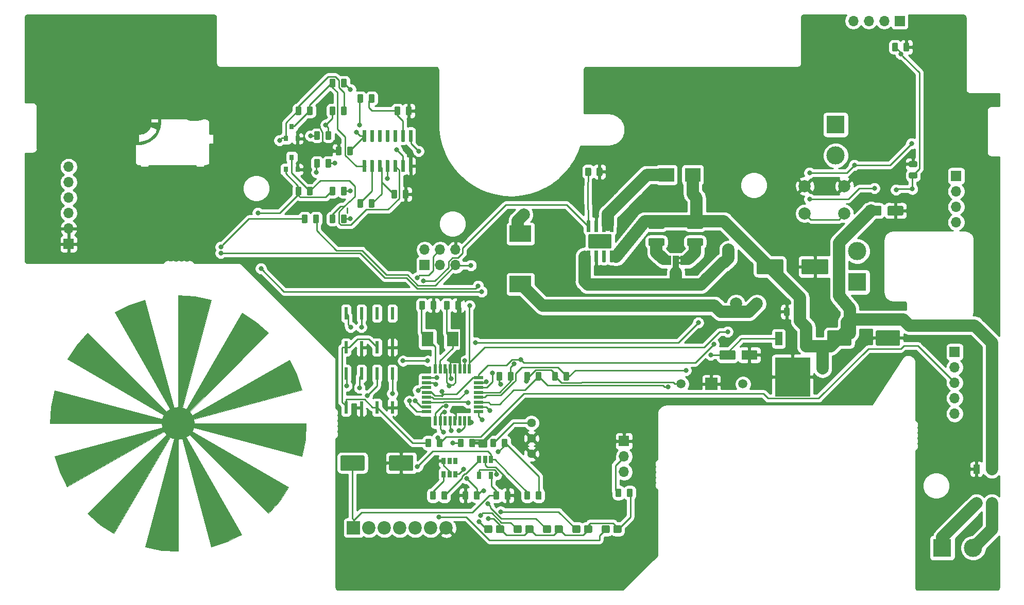
<source format=gbr>
G04 #@! TF.GenerationSoftware,KiCad,Pcbnew,(5.1.5-0-10_14)*
G04 #@! TF.CreationDate,2020-01-18T13:45:36+01:00*
G04 #@! TF.ProjectId,ErnoCCC,45726e6f-4343-4432-9e6b-696361645f70,rev?*
G04 #@! TF.SameCoordinates,Original*
G04 #@! TF.FileFunction,Copper,L1,Top*
G04 #@! TF.FilePolarity,Positive*
%FSLAX46Y46*%
G04 Gerber Fmt 4.6, Leading zero omitted, Abs format (unit mm)*
G04 Created by KiCad (PCBNEW (5.1.5-0-10_14)) date 2020-01-18 13:45:36*
%MOMM*%
%LPD*%
G04 APERTURE LIST*
%ADD10C,0.100000*%
%ADD11C,0.050000*%
%ADD12O,1.700000X1.700000*%
%ADD13R,1.700000X1.700000*%
%ADD14R,0.650000X1.060000*%
%ADD15R,0.650000X1.220000*%
%ADD16C,1.440000*%
%ADD17C,2.200000*%
%ADD18R,2.200000X2.200000*%
%ADD19C,0.800000*%
%ADD20C,5.400000*%
%ADD21R,1.000000X1.500000*%
%ADD22C,3.000000*%
%ADD23R,3.000000X3.000000*%
%ADD24R,1.600000X0.550000*%
%ADD25R,0.550000X1.600000*%
%ADD26R,5.800000X6.400000*%
%ADD27R,1.200000X2.200000*%
%ADD28R,2.500000X2.300000*%
%ADD29C,0.500000*%
%ADD30R,3.600000X2.700000*%
%ADD31R,0.600000X2.000000*%
%ADD32C,1.500000*%
%ADD33R,2.000000X2.000000*%
%ADD34R,0.800000X0.900000*%
%ADD35C,2.000000*%
%ADD36R,1.900000X2.400000*%
%ADD37C,0.250000*%
%ADD38C,2.000000*%
%ADD39C,1.000000*%
%ADD40C,0.254000*%
G04 APERTURE END LIST*
D10*
G36*
X89009000Y-114073979D02*
G01*
X86303901Y-113945200D01*
X83598800Y-113386400D01*
X88983600Y-93015600D01*
X89009000Y-114073979D01*
G37*
X89009000Y-114073979D02*
X86303901Y-113945200D01*
X83598800Y-113386400D01*
X88983600Y-93015600D01*
X89009000Y-114073979D01*
G36*
X89034400Y-93015600D02*
G01*
X78595000Y-74753000D01*
X81008000Y-73559200D01*
X83548000Y-72721000D01*
X89034400Y-93015600D01*
G37*
X89034400Y-93015600D02*
X78595000Y-74753000D01*
X81008000Y-73559200D01*
X83548000Y-72721000D01*
X89034400Y-93015600D01*
G36*
X89009000Y-93041000D02*
G01*
X70848000Y-82500000D01*
X72321200Y-80214000D01*
X74150000Y-78182000D01*
X89009000Y-93041000D01*
G37*
X89009000Y-93041000D02*
X70848000Y-82500000D01*
X72321200Y-80214000D01*
X74150000Y-78182000D01*
X89009000Y-93041000D01*
G36*
X89034400Y-93015600D02*
G01*
X67976021Y-93041000D01*
X68104800Y-90335901D01*
X68663600Y-87630800D01*
X89034400Y-93015600D01*
G37*
X89034400Y-93015600D02*
X67976021Y-93041000D01*
X68104800Y-90335901D01*
X68663600Y-87630800D01*
X89034400Y-93015600D01*
G36*
X70721000Y-103455000D02*
G01*
X69527200Y-101042000D01*
X68689000Y-98502000D01*
X88983600Y-93015600D01*
X70721000Y-103455000D01*
G37*
X70721000Y-103455000D02*
X69527200Y-101042000D01*
X68689000Y-98502000D01*
X88983600Y-93015600D01*
X70721000Y-103455000D01*
G36*
X78468000Y-111202000D02*
G01*
X76182000Y-109728800D01*
X74150000Y-107900000D01*
X89009000Y-93041000D01*
X78468000Y-111202000D01*
G37*
X78468000Y-111202000D02*
X76182000Y-109728800D01*
X74150000Y-107900000D01*
X89009000Y-93041000D01*
X78468000Y-111202000D01*
G36*
X99423000Y-111329000D02*
G01*
X97010000Y-112522800D01*
X94470000Y-113361000D01*
X88983600Y-93066400D01*
X99423000Y-111329000D01*
G37*
X99423000Y-111329000D02*
X97010000Y-112522800D01*
X94470000Y-113361000D01*
X88983600Y-93066400D01*
X99423000Y-111329000D01*
G36*
X107170000Y-103582000D02*
G01*
X105696800Y-105868000D01*
X103868000Y-107900000D01*
X89009000Y-93041000D01*
X107170000Y-103582000D01*
G37*
X107170000Y-103582000D02*
X105696800Y-105868000D01*
X103868000Y-107900000D01*
X89009000Y-93041000D01*
X107170000Y-103582000D01*
G36*
X109913200Y-95746099D02*
G01*
X109354400Y-98451200D01*
X88983600Y-93066400D01*
X110041979Y-93041000D01*
X109913200Y-95746099D01*
G37*
X109913200Y-95746099D02*
X109354400Y-98451200D01*
X88983600Y-93066400D01*
X110041979Y-93041000D01*
X109913200Y-95746099D01*
G36*
X108490800Y-85040000D02*
G01*
X109329000Y-87580000D01*
X89034400Y-93066400D01*
X107297000Y-82627000D01*
X108490800Y-85040000D01*
G37*
X108490800Y-85040000D02*
X109329000Y-87580000D01*
X89034400Y-93066400D01*
X107297000Y-82627000D01*
X108490800Y-85040000D01*
G36*
X101836000Y-76353200D02*
G01*
X103868000Y-78182000D01*
X89009000Y-93041000D01*
X99550000Y-74880000D01*
X101836000Y-76353200D01*
G37*
X101836000Y-76353200D02*
X103868000Y-78182000D01*
X89009000Y-93041000D01*
X99550000Y-74880000D01*
X101836000Y-76353200D01*
G36*
X91714099Y-72136800D02*
G01*
X94419200Y-72695600D01*
X89034400Y-93066400D01*
X89009000Y-72008021D01*
X91714099Y-72136800D01*
G37*
X91714099Y-72136800D02*
X94419200Y-72695600D01*
X89034400Y-93066400D01*
X89009000Y-72008021D01*
X91714099Y-72136800D01*
D11*
G36*
X171697000Y-66044000D02*
G01*
X171197000Y-66044000D01*
X171197000Y-65644000D01*
X171697000Y-65644000D01*
X171697000Y-66044000D01*
G37*
G36*
X171697000Y-66844000D02*
G01*
X171197000Y-66844000D01*
X171197000Y-66444000D01*
X171697000Y-66444000D01*
X171697000Y-66844000D01*
G37*
D12*
X70993000Y-50825400D03*
X70993000Y-53365400D03*
X70993000Y-55905400D03*
X70993000Y-58445400D03*
X70993000Y-60985400D03*
D13*
X70993000Y-63525400D03*
D12*
X216636600Y-91440000D03*
X216636600Y-88900000D03*
X216636600Y-86360000D03*
X216636600Y-83820000D03*
D13*
X216636600Y-81280000D03*
D12*
X216890600Y-59944000D03*
X216890600Y-57404000D03*
X216890600Y-54864000D03*
D13*
X216890600Y-52324000D03*
G04 #@! TA.AperFunction,SMDPad,CuDef*
D11*
G36*
X207979504Y-57240204D02*
G01*
X208003773Y-57243804D01*
X208027571Y-57249765D01*
X208050671Y-57258030D01*
X208072849Y-57268520D01*
X208093893Y-57281133D01*
X208113598Y-57295747D01*
X208131777Y-57312223D01*
X208148253Y-57330402D01*
X208162867Y-57350107D01*
X208175480Y-57371151D01*
X208185970Y-57393329D01*
X208194235Y-57416429D01*
X208200196Y-57440227D01*
X208203796Y-57464496D01*
X208205000Y-57489000D01*
X208205000Y-58589000D01*
X208203796Y-58613504D01*
X208200196Y-58637773D01*
X208194235Y-58661571D01*
X208185970Y-58684671D01*
X208175480Y-58706849D01*
X208162867Y-58727893D01*
X208148253Y-58747598D01*
X208131777Y-58765777D01*
X208113598Y-58782253D01*
X208093893Y-58796867D01*
X208072849Y-58809480D01*
X208050671Y-58819970D01*
X208027571Y-58828235D01*
X208003773Y-58834196D01*
X207979504Y-58837796D01*
X207955000Y-58839000D01*
X205855000Y-58839000D01*
X205830496Y-58837796D01*
X205806227Y-58834196D01*
X205782429Y-58828235D01*
X205759329Y-58819970D01*
X205737151Y-58809480D01*
X205716107Y-58796867D01*
X205696402Y-58782253D01*
X205678223Y-58765777D01*
X205661747Y-58747598D01*
X205647133Y-58727893D01*
X205634520Y-58706849D01*
X205624030Y-58684671D01*
X205615765Y-58661571D01*
X205609804Y-58637773D01*
X205606204Y-58613504D01*
X205605000Y-58589000D01*
X205605000Y-57489000D01*
X205606204Y-57464496D01*
X205609804Y-57440227D01*
X205615765Y-57416429D01*
X205624030Y-57393329D01*
X205634520Y-57371151D01*
X205647133Y-57350107D01*
X205661747Y-57330402D01*
X205678223Y-57312223D01*
X205696402Y-57295747D01*
X205716107Y-57281133D01*
X205737151Y-57268520D01*
X205759329Y-57258030D01*
X205782429Y-57249765D01*
X205806227Y-57243804D01*
X205830496Y-57240204D01*
X205855000Y-57239000D01*
X207955000Y-57239000D01*
X207979504Y-57240204D01*
G37*
G04 #@! TD.AperFunction*
G04 #@! TA.AperFunction,SMDPad,CuDef*
G36*
X204379504Y-57240204D02*
G01*
X204403773Y-57243804D01*
X204427571Y-57249765D01*
X204450671Y-57258030D01*
X204472849Y-57268520D01*
X204493893Y-57281133D01*
X204513598Y-57295747D01*
X204531777Y-57312223D01*
X204548253Y-57330402D01*
X204562867Y-57350107D01*
X204575480Y-57371151D01*
X204585970Y-57393329D01*
X204594235Y-57416429D01*
X204600196Y-57440227D01*
X204603796Y-57464496D01*
X204605000Y-57489000D01*
X204605000Y-58589000D01*
X204603796Y-58613504D01*
X204600196Y-58637773D01*
X204594235Y-58661571D01*
X204585970Y-58684671D01*
X204575480Y-58706849D01*
X204562867Y-58727893D01*
X204548253Y-58747598D01*
X204531777Y-58765777D01*
X204513598Y-58782253D01*
X204493893Y-58796867D01*
X204472849Y-58809480D01*
X204450671Y-58819970D01*
X204427571Y-58828235D01*
X204403773Y-58834196D01*
X204379504Y-58837796D01*
X204355000Y-58839000D01*
X202255000Y-58839000D01*
X202230496Y-58837796D01*
X202206227Y-58834196D01*
X202182429Y-58828235D01*
X202159329Y-58819970D01*
X202137151Y-58809480D01*
X202116107Y-58796867D01*
X202096402Y-58782253D01*
X202078223Y-58765777D01*
X202061747Y-58747598D01*
X202047133Y-58727893D01*
X202034520Y-58706849D01*
X202024030Y-58684671D01*
X202015765Y-58661571D01*
X202009804Y-58637773D01*
X202006204Y-58613504D01*
X202005000Y-58589000D01*
X202005000Y-57489000D01*
X202006204Y-57464496D01*
X202009804Y-57440227D01*
X202015765Y-57416429D01*
X202024030Y-57393329D01*
X202034520Y-57371151D01*
X202047133Y-57350107D01*
X202061747Y-57330402D01*
X202078223Y-57312223D01*
X202096402Y-57295747D01*
X202116107Y-57281133D01*
X202137151Y-57268520D01*
X202159329Y-57258030D01*
X202182429Y-57249765D01*
X202206227Y-57243804D01*
X202230496Y-57240204D01*
X202255000Y-57239000D01*
X204355000Y-57239000D01*
X204379504Y-57240204D01*
G37*
G04 #@! TD.AperFunction*
G04 #@! TA.AperFunction,SMDPad,CuDef*
G36*
X183976504Y-80989204D02*
G01*
X184000773Y-80992804D01*
X184024571Y-80998765D01*
X184047671Y-81007030D01*
X184069849Y-81017520D01*
X184090893Y-81030133D01*
X184110598Y-81044747D01*
X184128777Y-81061223D01*
X184145253Y-81079402D01*
X184159867Y-81099107D01*
X184172480Y-81120151D01*
X184182970Y-81142329D01*
X184191235Y-81165429D01*
X184197196Y-81189227D01*
X184200796Y-81213496D01*
X184202000Y-81238000D01*
X184202000Y-82338000D01*
X184200796Y-82362504D01*
X184197196Y-82386773D01*
X184191235Y-82410571D01*
X184182970Y-82433671D01*
X184172480Y-82455849D01*
X184159867Y-82476893D01*
X184145253Y-82496598D01*
X184128777Y-82514777D01*
X184110598Y-82531253D01*
X184090893Y-82545867D01*
X184069849Y-82558480D01*
X184047671Y-82568970D01*
X184024571Y-82577235D01*
X184000773Y-82583196D01*
X183976504Y-82586796D01*
X183952000Y-82588000D01*
X181852000Y-82588000D01*
X181827496Y-82586796D01*
X181803227Y-82583196D01*
X181779429Y-82577235D01*
X181756329Y-82568970D01*
X181734151Y-82558480D01*
X181713107Y-82545867D01*
X181693402Y-82531253D01*
X181675223Y-82514777D01*
X181658747Y-82496598D01*
X181644133Y-82476893D01*
X181631520Y-82455849D01*
X181621030Y-82433671D01*
X181612765Y-82410571D01*
X181606804Y-82386773D01*
X181603204Y-82362504D01*
X181602000Y-82338000D01*
X181602000Y-81238000D01*
X181603204Y-81213496D01*
X181606804Y-81189227D01*
X181612765Y-81165429D01*
X181621030Y-81142329D01*
X181631520Y-81120151D01*
X181644133Y-81099107D01*
X181658747Y-81079402D01*
X181675223Y-81061223D01*
X181693402Y-81044747D01*
X181713107Y-81030133D01*
X181734151Y-81017520D01*
X181756329Y-81007030D01*
X181779429Y-80998765D01*
X181803227Y-80992804D01*
X181827496Y-80989204D01*
X181852000Y-80988000D01*
X183952000Y-80988000D01*
X183976504Y-80989204D01*
G37*
G04 #@! TD.AperFunction*
G04 #@! TA.AperFunction,SMDPad,CuDef*
G36*
X180376504Y-80989204D02*
G01*
X180400773Y-80992804D01*
X180424571Y-80998765D01*
X180447671Y-81007030D01*
X180469849Y-81017520D01*
X180490893Y-81030133D01*
X180510598Y-81044747D01*
X180528777Y-81061223D01*
X180545253Y-81079402D01*
X180559867Y-81099107D01*
X180572480Y-81120151D01*
X180582970Y-81142329D01*
X180591235Y-81165429D01*
X180597196Y-81189227D01*
X180600796Y-81213496D01*
X180602000Y-81238000D01*
X180602000Y-82338000D01*
X180600796Y-82362504D01*
X180597196Y-82386773D01*
X180591235Y-82410571D01*
X180582970Y-82433671D01*
X180572480Y-82455849D01*
X180559867Y-82476893D01*
X180545253Y-82496598D01*
X180528777Y-82514777D01*
X180510598Y-82531253D01*
X180490893Y-82545867D01*
X180469849Y-82558480D01*
X180447671Y-82568970D01*
X180424571Y-82577235D01*
X180400773Y-82583196D01*
X180376504Y-82586796D01*
X180352000Y-82588000D01*
X178252000Y-82588000D01*
X178227496Y-82586796D01*
X178203227Y-82583196D01*
X178179429Y-82577235D01*
X178156329Y-82568970D01*
X178134151Y-82558480D01*
X178113107Y-82545867D01*
X178093402Y-82531253D01*
X178075223Y-82514777D01*
X178058747Y-82496598D01*
X178044133Y-82476893D01*
X178031520Y-82455849D01*
X178021030Y-82433671D01*
X178012765Y-82410571D01*
X178006804Y-82386773D01*
X178003204Y-82362504D01*
X178002000Y-82338000D01*
X178002000Y-81238000D01*
X178003204Y-81213496D01*
X178006804Y-81189227D01*
X178012765Y-81165429D01*
X178021030Y-81142329D01*
X178031520Y-81120151D01*
X178044133Y-81099107D01*
X178058747Y-81079402D01*
X178075223Y-81061223D01*
X178093402Y-81044747D01*
X178113107Y-81030133D01*
X178134151Y-81017520D01*
X178156329Y-81007030D01*
X178179429Y-80998765D01*
X178203227Y-80992804D01*
X178227496Y-80989204D01*
X178252000Y-80988000D01*
X180352000Y-80988000D01*
X180376504Y-80989204D01*
G37*
G04 #@! TD.AperFunction*
G04 #@! TA.AperFunction,SMDPad,CuDef*
G36*
X127440504Y-98319204D02*
G01*
X127464773Y-98322804D01*
X127488571Y-98328765D01*
X127511671Y-98337030D01*
X127533849Y-98347520D01*
X127554893Y-98360133D01*
X127574598Y-98374747D01*
X127592777Y-98391223D01*
X127609253Y-98409402D01*
X127623867Y-98429107D01*
X127636480Y-98450151D01*
X127646970Y-98472329D01*
X127655235Y-98495429D01*
X127661196Y-98519227D01*
X127664796Y-98543496D01*
X127666000Y-98568000D01*
X127666000Y-100568000D01*
X127664796Y-100592504D01*
X127661196Y-100616773D01*
X127655235Y-100640571D01*
X127646970Y-100663671D01*
X127636480Y-100685849D01*
X127623867Y-100706893D01*
X127609253Y-100726598D01*
X127592777Y-100744777D01*
X127574598Y-100761253D01*
X127554893Y-100775867D01*
X127533849Y-100788480D01*
X127511671Y-100798970D01*
X127488571Y-100807235D01*
X127464773Y-100813196D01*
X127440504Y-100816796D01*
X127416000Y-100818000D01*
X123916000Y-100818000D01*
X123891496Y-100816796D01*
X123867227Y-100813196D01*
X123843429Y-100807235D01*
X123820329Y-100798970D01*
X123798151Y-100788480D01*
X123777107Y-100775867D01*
X123757402Y-100761253D01*
X123739223Y-100744777D01*
X123722747Y-100726598D01*
X123708133Y-100706893D01*
X123695520Y-100685849D01*
X123685030Y-100663671D01*
X123676765Y-100640571D01*
X123670804Y-100616773D01*
X123667204Y-100592504D01*
X123666000Y-100568000D01*
X123666000Y-98568000D01*
X123667204Y-98543496D01*
X123670804Y-98519227D01*
X123676765Y-98495429D01*
X123685030Y-98472329D01*
X123695520Y-98450151D01*
X123708133Y-98429107D01*
X123722747Y-98409402D01*
X123739223Y-98391223D01*
X123757402Y-98374747D01*
X123777107Y-98360133D01*
X123798151Y-98347520D01*
X123820329Y-98337030D01*
X123843429Y-98328765D01*
X123867227Y-98322804D01*
X123891496Y-98319204D01*
X123916000Y-98318000D01*
X127416000Y-98318000D01*
X127440504Y-98319204D01*
G37*
G04 #@! TD.AperFunction*
G04 #@! TA.AperFunction,SMDPad,CuDef*
G36*
X119440504Y-98319204D02*
G01*
X119464773Y-98322804D01*
X119488571Y-98328765D01*
X119511671Y-98337030D01*
X119533849Y-98347520D01*
X119554893Y-98360133D01*
X119574598Y-98374747D01*
X119592777Y-98391223D01*
X119609253Y-98409402D01*
X119623867Y-98429107D01*
X119636480Y-98450151D01*
X119646970Y-98472329D01*
X119655235Y-98495429D01*
X119661196Y-98519227D01*
X119664796Y-98543496D01*
X119666000Y-98568000D01*
X119666000Y-100568000D01*
X119664796Y-100592504D01*
X119661196Y-100616773D01*
X119655235Y-100640571D01*
X119646970Y-100663671D01*
X119636480Y-100685849D01*
X119623867Y-100706893D01*
X119609253Y-100726598D01*
X119592777Y-100744777D01*
X119574598Y-100761253D01*
X119554893Y-100775867D01*
X119533849Y-100788480D01*
X119511671Y-100798970D01*
X119488571Y-100807235D01*
X119464773Y-100813196D01*
X119440504Y-100816796D01*
X119416000Y-100818000D01*
X115916000Y-100818000D01*
X115891496Y-100816796D01*
X115867227Y-100813196D01*
X115843429Y-100807235D01*
X115820329Y-100798970D01*
X115798151Y-100788480D01*
X115777107Y-100775867D01*
X115757402Y-100761253D01*
X115739223Y-100744777D01*
X115722747Y-100726598D01*
X115708133Y-100706893D01*
X115695520Y-100685849D01*
X115685030Y-100663671D01*
X115676765Y-100640571D01*
X115670804Y-100616773D01*
X115667204Y-100592504D01*
X115666000Y-100568000D01*
X115666000Y-98568000D01*
X115667204Y-98543496D01*
X115670804Y-98519227D01*
X115676765Y-98495429D01*
X115685030Y-98472329D01*
X115695520Y-98450151D01*
X115708133Y-98429107D01*
X115722747Y-98409402D01*
X115739223Y-98391223D01*
X115757402Y-98374747D01*
X115777107Y-98360133D01*
X115798151Y-98347520D01*
X115820329Y-98337030D01*
X115843429Y-98328765D01*
X115867227Y-98322804D01*
X115891496Y-98319204D01*
X115916000Y-98318000D01*
X119416000Y-98318000D01*
X119440504Y-98319204D01*
G37*
G04 #@! TD.AperFunction*
G04 #@! TA.AperFunction,SMDPad,CuDef*
G36*
X148525142Y-104203174D02*
G01*
X148548803Y-104206684D01*
X148572007Y-104212496D01*
X148594529Y-104220554D01*
X148616153Y-104230782D01*
X148636670Y-104243079D01*
X148655883Y-104257329D01*
X148673607Y-104273393D01*
X148689671Y-104291117D01*
X148703921Y-104310330D01*
X148716218Y-104330847D01*
X148726446Y-104352471D01*
X148734504Y-104374993D01*
X148740316Y-104398197D01*
X148743826Y-104421858D01*
X148745000Y-104445750D01*
X148745000Y-105358250D01*
X148743826Y-105382142D01*
X148740316Y-105405803D01*
X148734504Y-105429007D01*
X148726446Y-105451529D01*
X148716218Y-105473153D01*
X148703921Y-105493670D01*
X148689671Y-105512883D01*
X148673607Y-105530607D01*
X148655883Y-105546671D01*
X148636670Y-105560921D01*
X148616153Y-105573218D01*
X148594529Y-105583446D01*
X148572007Y-105591504D01*
X148548803Y-105597316D01*
X148525142Y-105600826D01*
X148501250Y-105602000D01*
X148013750Y-105602000D01*
X147989858Y-105600826D01*
X147966197Y-105597316D01*
X147942993Y-105591504D01*
X147920471Y-105583446D01*
X147898847Y-105573218D01*
X147878330Y-105560921D01*
X147859117Y-105546671D01*
X147841393Y-105530607D01*
X147825329Y-105512883D01*
X147811079Y-105493670D01*
X147798782Y-105473153D01*
X147788554Y-105451529D01*
X147780496Y-105429007D01*
X147774684Y-105405803D01*
X147771174Y-105382142D01*
X147770000Y-105358250D01*
X147770000Y-104445750D01*
X147771174Y-104421858D01*
X147774684Y-104398197D01*
X147780496Y-104374993D01*
X147788554Y-104352471D01*
X147798782Y-104330847D01*
X147811079Y-104310330D01*
X147825329Y-104291117D01*
X147841393Y-104273393D01*
X147859117Y-104257329D01*
X147878330Y-104243079D01*
X147898847Y-104230782D01*
X147920471Y-104220554D01*
X147942993Y-104212496D01*
X147966197Y-104206684D01*
X147989858Y-104203174D01*
X148013750Y-104202000D01*
X148501250Y-104202000D01*
X148525142Y-104203174D01*
G37*
G04 #@! TD.AperFunction*
G04 #@! TA.AperFunction,SMDPad,CuDef*
G36*
X146650142Y-104203174D02*
G01*
X146673803Y-104206684D01*
X146697007Y-104212496D01*
X146719529Y-104220554D01*
X146741153Y-104230782D01*
X146761670Y-104243079D01*
X146780883Y-104257329D01*
X146798607Y-104273393D01*
X146814671Y-104291117D01*
X146828921Y-104310330D01*
X146841218Y-104330847D01*
X146851446Y-104352471D01*
X146859504Y-104374993D01*
X146865316Y-104398197D01*
X146868826Y-104421858D01*
X146870000Y-104445750D01*
X146870000Y-105358250D01*
X146868826Y-105382142D01*
X146865316Y-105405803D01*
X146859504Y-105429007D01*
X146851446Y-105451529D01*
X146841218Y-105473153D01*
X146828921Y-105493670D01*
X146814671Y-105512883D01*
X146798607Y-105530607D01*
X146780883Y-105546671D01*
X146761670Y-105560921D01*
X146741153Y-105573218D01*
X146719529Y-105583446D01*
X146697007Y-105591504D01*
X146673803Y-105597316D01*
X146650142Y-105600826D01*
X146626250Y-105602000D01*
X146138750Y-105602000D01*
X146114858Y-105600826D01*
X146091197Y-105597316D01*
X146067993Y-105591504D01*
X146045471Y-105583446D01*
X146023847Y-105573218D01*
X146003330Y-105560921D01*
X145984117Y-105546671D01*
X145966393Y-105530607D01*
X145950329Y-105512883D01*
X145936079Y-105493670D01*
X145923782Y-105473153D01*
X145913554Y-105451529D01*
X145905496Y-105429007D01*
X145899684Y-105405803D01*
X145896174Y-105382142D01*
X145895000Y-105358250D01*
X145895000Y-104445750D01*
X145896174Y-104421858D01*
X145899684Y-104398197D01*
X145905496Y-104374993D01*
X145913554Y-104352471D01*
X145923782Y-104330847D01*
X145936079Y-104310330D01*
X145950329Y-104291117D01*
X145966393Y-104273393D01*
X145984117Y-104257329D01*
X146003330Y-104243079D01*
X146023847Y-104230782D01*
X146045471Y-104220554D01*
X146067993Y-104212496D01*
X146091197Y-104206684D01*
X146114858Y-104203174D01*
X146138750Y-104202000D01*
X146626250Y-104202000D01*
X146650142Y-104203174D01*
G37*
G04 #@! TD.AperFunction*
G04 #@! TA.AperFunction,SMDPad,CuDef*
G36*
X131156142Y-104203174D02*
G01*
X131179803Y-104206684D01*
X131203007Y-104212496D01*
X131225529Y-104220554D01*
X131247153Y-104230782D01*
X131267670Y-104243079D01*
X131286883Y-104257329D01*
X131304607Y-104273393D01*
X131320671Y-104291117D01*
X131334921Y-104310330D01*
X131347218Y-104330847D01*
X131357446Y-104352471D01*
X131365504Y-104374993D01*
X131371316Y-104398197D01*
X131374826Y-104421858D01*
X131376000Y-104445750D01*
X131376000Y-105358250D01*
X131374826Y-105382142D01*
X131371316Y-105405803D01*
X131365504Y-105429007D01*
X131357446Y-105451529D01*
X131347218Y-105473153D01*
X131334921Y-105493670D01*
X131320671Y-105512883D01*
X131304607Y-105530607D01*
X131286883Y-105546671D01*
X131267670Y-105560921D01*
X131247153Y-105573218D01*
X131225529Y-105583446D01*
X131203007Y-105591504D01*
X131179803Y-105597316D01*
X131156142Y-105600826D01*
X131132250Y-105602000D01*
X130644750Y-105602000D01*
X130620858Y-105600826D01*
X130597197Y-105597316D01*
X130573993Y-105591504D01*
X130551471Y-105583446D01*
X130529847Y-105573218D01*
X130509330Y-105560921D01*
X130490117Y-105546671D01*
X130472393Y-105530607D01*
X130456329Y-105512883D01*
X130442079Y-105493670D01*
X130429782Y-105473153D01*
X130419554Y-105451529D01*
X130411496Y-105429007D01*
X130405684Y-105405803D01*
X130402174Y-105382142D01*
X130401000Y-105358250D01*
X130401000Y-104445750D01*
X130402174Y-104421858D01*
X130405684Y-104398197D01*
X130411496Y-104374993D01*
X130419554Y-104352471D01*
X130429782Y-104330847D01*
X130442079Y-104310330D01*
X130456329Y-104291117D01*
X130472393Y-104273393D01*
X130490117Y-104257329D01*
X130509330Y-104243079D01*
X130529847Y-104230782D01*
X130551471Y-104220554D01*
X130573993Y-104212496D01*
X130597197Y-104206684D01*
X130620858Y-104203174D01*
X130644750Y-104202000D01*
X131132250Y-104202000D01*
X131156142Y-104203174D01*
G37*
G04 #@! TD.AperFunction*
G04 #@! TA.AperFunction,SMDPad,CuDef*
G36*
X133031142Y-104203174D02*
G01*
X133054803Y-104206684D01*
X133078007Y-104212496D01*
X133100529Y-104220554D01*
X133122153Y-104230782D01*
X133142670Y-104243079D01*
X133161883Y-104257329D01*
X133179607Y-104273393D01*
X133195671Y-104291117D01*
X133209921Y-104310330D01*
X133222218Y-104330847D01*
X133232446Y-104352471D01*
X133240504Y-104374993D01*
X133246316Y-104398197D01*
X133249826Y-104421858D01*
X133251000Y-104445750D01*
X133251000Y-105358250D01*
X133249826Y-105382142D01*
X133246316Y-105405803D01*
X133240504Y-105429007D01*
X133232446Y-105451529D01*
X133222218Y-105473153D01*
X133209921Y-105493670D01*
X133195671Y-105512883D01*
X133179607Y-105530607D01*
X133161883Y-105546671D01*
X133142670Y-105560921D01*
X133122153Y-105573218D01*
X133100529Y-105583446D01*
X133078007Y-105591504D01*
X133054803Y-105597316D01*
X133031142Y-105600826D01*
X133007250Y-105602000D01*
X132519750Y-105602000D01*
X132495858Y-105600826D01*
X132472197Y-105597316D01*
X132448993Y-105591504D01*
X132426471Y-105583446D01*
X132404847Y-105573218D01*
X132384330Y-105560921D01*
X132365117Y-105546671D01*
X132347393Y-105530607D01*
X132331329Y-105512883D01*
X132317079Y-105493670D01*
X132304782Y-105473153D01*
X132294554Y-105451529D01*
X132286496Y-105429007D01*
X132280684Y-105405803D01*
X132277174Y-105382142D01*
X132276000Y-105358250D01*
X132276000Y-104445750D01*
X132277174Y-104421858D01*
X132280684Y-104398197D01*
X132286496Y-104374993D01*
X132294554Y-104352471D01*
X132304782Y-104330847D01*
X132317079Y-104310330D01*
X132331329Y-104291117D01*
X132347393Y-104273393D01*
X132365117Y-104257329D01*
X132384330Y-104243079D01*
X132404847Y-104230782D01*
X132426471Y-104220554D01*
X132448993Y-104212496D01*
X132472197Y-104206684D01*
X132495858Y-104203174D01*
X132519750Y-104202000D01*
X133007250Y-104202000D01*
X133031142Y-104203174D01*
G37*
G04 #@! TD.AperFunction*
G04 #@! TA.AperFunction,SMDPad,CuDef*
G36*
X142937142Y-95567174D02*
G01*
X142960803Y-95570684D01*
X142984007Y-95576496D01*
X143006529Y-95584554D01*
X143028153Y-95594782D01*
X143048670Y-95607079D01*
X143067883Y-95621329D01*
X143085607Y-95637393D01*
X143101671Y-95655117D01*
X143115921Y-95674330D01*
X143128218Y-95694847D01*
X143138446Y-95716471D01*
X143146504Y-95738993D01*
X143152316Y-95762197D01*
X143155826Y-95785858D01*
X143157000Y-95809750D01*
X143157000Y-96722250D01*
X143155826Y-96746142D01*
X143152316Y-96769803D01*
X143146504Y-96793007D01*
X143138446Y-96815529D01*
X143128218Y-96837153D01*
X143115921Y-96857670D01*
X143101671Y-96876883D01*
X143085607Y-96894607D01*
X143067883Y-96910671D01*
X143048670Y-96924921D01*
X143028153Y-96937218D01*
X143006529Y-96947446D01*
X142984007Y-96955504D01*
X142960803Y-96961316D01*
X142937142Y-96964826D01*
X142913250Y-96966000D01*
X142425750Y-96966000D01*
X142401858Y-96964826D01*
X142378197Y-96961316D01*
X142354993Y-96955504D01*
X142332471Y-96947446D01*
X142310847Y-96937218D01*
X142290330Y-96924921D01*
X142271117Y-96910671D01*
X142253393Y-96894607D01*
X142237329Y-96876883D01*
X142223079Y-96857670D01*
X142210782Y-96837153D01*
X142200554Y-96815529D01*
X142192496Y-96793007D01*
X142186684Y-96769803D01*
X142183174Y-96746142D01*
X142182000Y-96722250D01*
X142182000Y-95809750D01*
X142183174Y-95785858D01*
X142186684Y-95762197D01*
X142192496Y-95738993D01*
X142200554Y-95716471D01*
X142210782Y-95694847D01*
X142223079Y-95674330D01*
X142237329Y-95655117D01*
X142253393Y-95637393D01*
X142271117Y-95621329D01*
X142290330Y-95607079D01*
X142310847Y-95594782D01*
X142332471Y-95584554D01*
X142354993Y-95576496D01*
X142378197Y-95570684D01*
X142401858Y-95567174D01*
X142425750Y-95566000D01*
X142913250Y-95566000D01*
X142937142Y-95567174D01*
G37*
G04 #@! TD.AperFunction*
G04 #@! TA.AperFunction,SMDPad,CuDef*
G36*
X141062142Y-95567174D02*
G01*
X141085803Y-95570684D01*
X141109007Y-95576496D01*
X141131529Y-95584554D01*
X141153153Y-95594782D01*
X141173670Y-95607079D01*
X141192883Y-95621329D01*
X141210607Y-95637393D01*
X141226671Y-95655117D01*
X141240921Y-95674330D01*
X141253218Y-95694847D01*
X141263446Y-95716471D01*
X141271504Y-95738993D01*
X141277316Y-95762197D01*
X141280826Y-95785858D01*
X141282000Y-95809750D01*
X141282000Y-96722250D01*
X141280826Y-96746142D01*
X141277316Y-96769803D01*
X141271504Y-96793007D01*
X141263446Y-96815529D01*
X141253218Y-96837153D01*
X141240921Y-96857670D01*
X141226671Y-96876883D01*
X141210607Y-96894607D01*
X141192883Y-96910671D01*
X141173670Y-96924921D01*
X141153153Y-96937218D01*
X141131529Y-96947446D01*
X141109007Y-96955504D01*
X141085803Y-96961316D01*
X141062142Y-96964826D01*
X141038250Y-96966000D01*
X140550750Y-96966000D01*
X140526858Y-96964826D01*
X140503197Y-96961316D01*
X140479993Y-96955504D01*
X140457471Y-96947446D01*
X140435847Y-96937218D01*
X140415330Y-96924921D01*
X140396117Y-96910671D01*
X140378393Y-96894607D01*
X140362329Y-96876883D01*
X140348079Y-96857670D01*
X140335782Y-96837153D01*
X140325554Y-96815529D01*
X140317496Y-96793007D01*
X140311684Y-96769803D01*
X140308174Y-96746142D01*
X140307000Y-96722250D01*
X140307000Y-95809750D01*
X140308174Y-95785858D01*
X140311684Y-95762197D01*
X140317496Y-95738993D01*
X140325554Y-95716471D01*
X140335782Y-95694847D01*
X140348079Y-95674330D01*
X140362329Y-95655117D01*
X140378393Y-95637393D01*
X140396117Y-95621329D01*
X140415330Y-95607079D01*
X140435847Y-95594782D01*
X140457471Y-95584554D01*
X140479993Y-95576496D01*
X140503197Y-95570684D01*
X140526858Y-95567174D01*
X140550750Y-95566000D01*
X141038250Y-95566000D01*
X141062142Y-95567174D01*
G37*
G04 #@! TD.AperFunction*
D14*
X133604000Y-99230000D03*
X132654000Y-99230000D03*
X134554000Y-99230000D03*
X134554000Y-101430000D03*
X133604000Y-101430000D03*
X132654000Y-101430000D03*
D15*
X140396000Y-101640000D03*
X138496000Y-101640000D03*
X138496000Y-99020000D03*
X139446000Y-99020000D03*
X140396000Y-99020000D03*
D16*
X147066000Y-92964000D03*
X147066000Y-95504000D03*
X147066000Y-98044000D03*
D17*
X133078000Y-110236000D03*
X130538000Y-110236000D03*
X127998000Y-110236000D03*
X125458000Y-110236000D03*
X122918000Y-110236000D03*
X120378000Y-110236000D03*
D18*
X117838000Y-110236000D03*
G04 #@! TA.AperFunction,SMDPad,CuDef*
D11*
G36*
X138365142Y-104203174D02*
G01*
X138388803Y-104206684D01*
X138412007Y-104212496D01*
X138434529Y-104220554D01*
X138456153Y-104230782D01*
X138476670Y-104243079D01*
X138495883Y-104257329D01*
X138513607Y-104273393D01*
X138529671Y-104291117D01*
X138543921Y-104310330D01*
X138556218Y-104330847D01*
X138566446Y-104352471D01*
X138574504Y-104374993D01*
X138580316Y-104398197D01*
X138583826Y-104421858D01*
X138585000Y-104445750D01*
X138585000Y-105358250D01*
X138583826Y-105382142D01*
X138580316Y-105405803D01*
X138574504Y-105429007D01*
X138566446Y-105451529D01*
X138556218Y-105473153D01*
X138543921Y-105493670D01*
X138529671Y-105512883D01*
X138513607Y-105530607D01*
X138495883Y-105546671D01*
X138476670Y-105560921D01*
X138456153Y-105573218D01*
X138434529Y-105583446D01*
X138412007Y-105591504D01*
X138388803Y-105597316D01*
X138365142Y-105600826D01*
X138341250Y-105602000D01*
X137853750Y-105602000D01*
X137829858Y-105600826D01*
X137806197Y-105597316D01*
X137782993Y-105591504D01*
X137760471Y-105583446D01*
X137738847Y-105573218D01*
X137718330Y-105560921D01*
X137699117Y-105546671D01*
X137681393Y-105530607D01*
X137665329Y-105512883D01*
X137651079Y-105493670D01*
X137638782Y-105473153D01*
X137628554Y-105451529D01*
X137620496Y-105429007D01*
X137614684Y-105405803D01*
X137611174Y-105382142D01*
X137610000Y-105358250D01*
X137610000Y-104445750D01*
X137611174Y-104421858D01*
X137614684Y-104398197D01*
X137620496Y-104374993D01*
X137628554Y-104352471D01*
X137638782Y-104330847D01*
X137651079Y-104310330D01*
X137665329Y-104291117D01*
X137681393Y-104273393D01*
X137699117Y-104257329D01*
X137718330Y-104243079D01*
X137738847Y-104230782D01*
X137760471Y-104220554D01*
X137782993Y-104212496D01*
X137806197Y-104206684D01*
X137829858Y-104203174D01*
X137853750Y-104202000D01*
X138341250Y-104202000D01*
X138365142Y-104203174D01*
G37*
G04 #@! TD.AperFunction*
G04 #@! TA.AperFunction,SMDPad,CuDef*
G36*
X136490142Y-104203174D02*
G01*
X136513803Y-104206684D01*
X136537007Y-104212496D01*
X136559529Y-104220554D01*
X136581153Y-104230782D01*
X136601670Y-104243079D01*
X136620883Y-104257329D01*
X136638607Y-104273393D01*
X136654671Y-104291117D01*
X136668921Y-104310330D01*
X136681218Y-104330847D01*
X136691446Y-104352471D01*
X136699504Y-104374993D01*
X136705316Y-104398197D01*
X136708826Y-104421858D01*
X136710000Y-104445750D01*
X136710000Y-105358250D01*
X136708826Y-105382142D01*
X136705316Y-105405803D01*
X136699504Y-105429007D01*
X136691446Y-105451529D01*
X136681218Y-105473153D01*
X136668921Y-105493670D01*
X136654671Y-105512883D01*
X136638607Y-105530607D01*
X136620883Y-105546671D01*
X136601670Y-105560921D01*
X136581153Y-105573218D01*
X136559529Y-105583446D01*
X136537007Y-105591504D01*
X136513803Y-105597316D01*
X136490142Y-105600826D01*
X136466250Y-105602000D01*
X135978750Y-105602000D01*
X135954858Y-105600826D01*
X135931197Y-105597316D01*
X135907993Y-105591504D01*
X135885471Y-105583446D01*
X135863847Y-105573218D01*
X135843330Y-105560921D01*
X135824117Y-105546671D01*
X135806393Y-105530607D01*
X135790329Y-105512883D01*
X135776079Y-105493670D01*
X135763782Y-105473153D01*
X135753554Y-105451529D01*
X135745496Y-105429007D01*
X135739684Y-105405803D01*
X135736174Y-105382142D01*
X135735000Y-105358250D01*
X135735000Y-104445750D01*
X135736174Y-104421858D01*
X135739684Y-104398197D01*
X135745496Y-104374993D01*
X135753554Y-104352471D01*
X135763782Y-104330847D01*
X135776079Y-104310330D01*
X135790329Y-104291117D01*
X135806393Y-104273393D01*
X135824117Y-104257329D01*
X135843330Y-104243079D01*
X135863847Y-104230782D01*
X135885471Y-104220554D01*
X135907993Y-104212496D01*
X135931197Y-104206684D01*
X135954858Y-104203174D01*
X135978750Y-104202000D01*
X136466250Y-104202000D01*
X136490142Y-104203174D01*
G37*
G04 #@! TD.AperFunction*
G04 #@! TA.AperFunction,SMDPad,CuDef*
G36*
X143445142Y-104203174D02*
G01*
X143468803Y-104206684D01*
X143492007Y-104212496D01*
X143514529Y-104220554D01*
X143536153Y-104230782D01*
X143556670Y-104243079D01*
X143575883Y-104257329D01*
X143593607Y-104273393D01*
X143609671Y-104291117D01*
X143623921Y-104310330D01*
X143636218Y-104330847D01*
X143646446Y-104352471D01*
X143654504Y-104374993D01*
X143660316Y-104398197D01*
X143663826Y-104421858D01*
X143665000Y-104445750D01*
X143665000Y-105358250D01*
X143663826Y-105382142D01*
X143660316Y-105405803D01*
X143654504Y-105429007D01*
X143646446Y-105451529D01*
X143636218Y-105473153D01*
X143623921Y-105493670D01*
X143609671Y-105512883D01*
X143593607Y-105530607D01*
X143575883Y-105546671D01*
X143556670Y-105560921D01*
X143536153Y-105573218D01*
X143514529Y-105583446D01*
X143492007Y-105591504D01*
X143468803Y-105597316D01*
X143445142Y-105600826D01*
X143421250Y-105602000D01*
X142933750Y-105602000D01*
X142909858Y-105600826D01*
X142886197Y-105597316D01*
X142862993Y-105591504D01*
X142840471Y-105583446D01*
X142818847Y-105573218D01*
X142798330Y-105560921D01*
X142779117Y-105546671D01*
X142761393Y-105530607D01*
X142745329Y-105512883D01*
X142731079Y-105493670D01*
X142718782Y-105473153D01*
X142708554Y-105451529D01*
X142700496Y-105429007D01*
X142694684Y-105405803D01*
X142691174Y-105382142D01*
X142690000Y-105358250D01*
X142690000Y-104445750D01*
X142691174Y-104421858D01*
X142694684Y-104398197D01*
X142700496Y-104374993D01*
X142708554Y-104352471D01*
X142718782Y-104330847D01*
X142731079Y-104310330D01*
X142745329Y-104291117D01*
X142761393Y-104273393D01*
X142779117Y-104257329D01*
X142798330Y-104243079D01*
X142818847Y-104230782D01*
X142840471Y-104220554D01*
X142862993Y-104212496D01*
X142886197Y-104206684D01*
X142909858Y-104203174D01*
X142933750Y-104202000D01*
X143421250Y-104202000D01*
X143445142Y-104203174D01*
G37*
G04 #@! TD.AperFunction*
G04 #@! TA.AperFunction,SMDPad,CuDef*
G36*
X141570142Y-104203174D02*
G01*
X141593803Y-104206684D01*
X141617007Y-104212496D01*
X141639529Y-104220554D01*
X141661153Y-104230782D01*
X141681670Y-104243079D01*
X141700883Y-104257329D01*
X141718607Y-104273393D01*
X141734671Y-104291117D01*
X141748921Y-104310330D01*
X141761218Y-104330847D01*
X141771446Y-104352471D01*
X141779504Y-104374993D01*
X141785316Y-104398197D01*
X141788826Y-104421858D01*
X141790000Y-104445750D01*
X141790000Y-105358250D01*
X141788826Y-105382142D01*
X141785316Y-105405803D01*
X141779504Y-105429007D01*
X141771446Y-105451529D01*
X141761218Y-105473153D01*
X141748921Y-105493670D01*
X141734671Y-105512883D01*
X141718607Y-105530607D01*
X141700883Y-105546671D01*
X141681670Y-105560921D01*
X141661153Y-105573218D01*
X141639529Y-105583446D01*
X141617007Y-105591504D01*
X141593803Y-105597316D01*
X141570142Y-105600826D01*
X141546250Y-105602000D01*
X141058750Y-105602000D01*
X141034858Y-105600826D01*
X141011197Y-105597316D01*
X140987993Y-105591504D01*
X140965471Y-105583446D01*
X140943847Y-105573218D01*
X140923330Y-105560921D01*
X140904117Y-105546671D01*
X140886393Y-105530607D01*
X140870329Y-105512883D01*
X140856079Y-105493670D01*
X140843782Y-105473153D01*
X140833554Y-105451529D01*
X140825496Y-105429007D01*
X140819684Y-105405803D01*
X140816174Y-105382142D01*
X140815000Y-105358250D01*
X140815000Y-104445750D01*
X140816174Y-104421858D01*
X140819684Y-104398197D01*
X140825496Y-104374993D01*
X140833554Y-104352471D01*
X140843782Y-104330847D01*
X140856079Y-104310330D01*
X140870329Y-104291117D01*
X140886393Y-104273393D01*
X140904117Y-104257329D01*
X140923330Y-104243079D01*
X140943847Y-104230782D01*
X140965471Y-104220554D01*
X140987993Y-104212496D01*
X141011197Y-104206684D01*
X141034858Y-104203174D01*
X141058750Y-104202000D01*
X141546250Y-104202000D01*
X141570142Y-104203174D01*
G37*
G04 #@! TD.AperFunction*
D19*
X90440891Y-91609109D03*
X89009000Y-91016000D03*
X87577109Y-91609109D03*
X86984000Y-93041000D03*
X87577109Y-94472891D03*
X89009000Y-95066000D03*
X90440891Y-94472891D03*
X91034000Y-93041000D03*
D20*
X89009000Y-93041000D03*
D21*
X170797000Y-66244000D03*
X169497000Y-66244000D03*
X172097000Y-66244000D03*
D22*
X197086000Y-48972000D03*
D23*
X197086000Y-43892000D03*
D13*
X162288000Y-95962000D03*
D12*
X162288000Y-98502000D03*
X162288000Y-101042000D03*
D22*
X219692000Y-113538000D03*
D23*
X214612000Y-113538000D03*
D24*
X138344000Y-85542000D03*
X138344000Y-86342000D03*
X138344000Y-87142000D03*
X138344000Y-87942000D03*
X138344000Y-88742000D03*
X138344000Y-89542000D03*
X138344000Y-90342000D03*
X138344000Y-91142000D03*
D25*
X136894000Y-92592000D03*
X136094000Y-92592000D03*
X135294000Y-92592000D03*
X134494000Y-92592000D03*
X133694000Y-92592000D03*
X132894000Y-92592000D03*
X132094000Y-92592000D03*
X131294000Y-92592000D03*
D24*
X129844000Y-91142000D03*
X129844000Y-90342000D03*
X129844000Y-89542000D03*
X129844000Y-88742000D03*
X129844000Y-87942000D03*
X129844000Y-87142000D03*
X129844000Y-86342000D03*
X129844000Y-85542000D03*
D25*
X131294000Y-84092000D03*
X132094000Y-84092000D03*
X132894000Y-84092000D03*
X133694000Y-84092000D03*
X134494000Y-84092000D03*
X135294000Y-84092000D03*
X136094000Y-84092000D03*
X136894000Y-84092000D03*
D26*
X189992000Y-85412000D03*
D27*
X187712000Y-79112000D03*
X192272000Y-79112000D03*
G04 #@! TA.AperFunction,SMDPad,CuDef*
D11*
G36*
X195648504Y-66011204D02*
G01*
X195672773Y-66014804D01*
X195696571Y-66020765D01*
X195719671Y-66029030D01*
X195741849Y-66039520D01*
X195762893Y-66052133D01*
X195782598Y-66066747D01*
X195800777Y-66083223D01*
X195817253Y-66101402D01*
X195831867Y-66121107D01*
X195844480Y-66142151D01*
X195854970Y-66164329D01*
X195863235Y-66187429D01*
X195869196Y-66211227D01*
X195872796Y-66235496D01*
X195874000Y-66260000D01*
X195874000Y-68260000D01*
X195872796Y-68284504D01*
X195869196Y-68308773D01*
X195863235Y-68332571D01*
X195854970Y-68355671D01*
X195844480Y-68377849D01*
X195831867Y-68398893D01*
X195817253Y-68418598D01*
X195800777Y-68436777D01*
X195782598Y-68453253D01*
X195762893Y-68467867D01*
X195741849Y-68480480D01*
X195719671Y-68490970D01*
X195696571Y-68499235D01*
X195672773Y-68505196D01*
X195648504Y-68508796D01*
X195624000Y-68510000D01*
X191724000Y-68510000D01*
X191699496Y-68508796D01*
X191675227Y-68505196D01*
X191651429Y-68499235D01*
X191628329Y-68490970D01*
X191606151Y-68480480D01*
X191585107Y-68467867D01*
X191565402Y-68453253D01*
X191547223Y-68436777D01*
X191530747Y-68418598D01*
X191516133Y-68398893D01*
X191503520Y-68377849D01*
X191493030Y-68355671D01*
X191484765Y-68332571D01*
X191478804Y-68308773D01*
X191475204Y-68284504D01*
X191474000Y-68260000D01*
X191474000Y-66260000D01*
X191475204Y-66235496D01*
X191478804Y-66211227D01*
X191484765Y-66187429D01*
X191493030Y-66164329D01*
X191503520Y-66142151D01*
X191516133Y-66121107D01*
X191530747Y-66101402D01*
X191547223Y-66083223D01*
X191565402Y-66066747D01*
X191585107Y-66052133D01*
X191606151Y-66039520D01*
X191628329Y-66029030D01*
X191651429Y-66020765D01*
X191675227Y-66014804D01*
X191699496Y-66011204D01*
X191724000Y-66010000D01*
X195624000Y-66010000D01*
X195648504Y-66011204D01*
G37*
G04 #@! TD.AperFunction*
G04 #@! TA.AperFunction,SMDPad,CuDef*
G36*
X188248504Y-66011204D02*
G01*
X188272773Y-66014804D01*
X188296571Y-66020765D01*
X188319671Y-66029030D01*
X188341849Y-66039520D01*
X188362893Y-66052133D01*
X188382598Y-66066747D01*
X188400777Y-66083223D01*
X188417253Y-66101402D01*
X188431867Y-66121107D01*
X188444480Y-66142151D01*
X188454970Y-66164329D01*
X188463235Y-66187429D01*
X188469196Y-66211227D01*
X188472796Y-66235496D01*
X188474000Y-66260000D01*
X188474000Y-68260000D01*
X188472796Y-68284504D01*
X188469196Y-68308773D01*
X188463235Y-68332571D01*
X188454970Y-68355671D01*
X188444480Y-68377849D01*
X188431867Y-68398893D01*
X188417253Y-68418598D01*
X188400777Y-68436777D01*
X188382598Y-68453253D01*
X188362893Y-68467867D01*
X188341849Y-68480480D01*
X188319671Y-68490970D01*
X188296571Y-68499235D01*
X188272773Y-68505196D01*
X188248504Y-68508796D01*
X188224000Y-68510000D01*
X184324000Y-68510000D01*
X184299496Y-68508796D01*
X184275227Y-68505196D01*
X184251429Y-68499235D01*
X184228329Y-68490970D01*
X184206151Y-68480480D01*
X184185107Y-68467867D01*
X184165402Y-68453253D01*
X184147223Y-68436777D01*
X184130747Y-68418598D01*
X184116133Y-68398893D01*
X184103520Y-68377849D01*
X184093030Y-68355671D01*
X184084765Y-68332571D01*
X184078804Y-68308773D01*
X184075204Y-68284504D01*
X184074000Y-68260000D01*
X184074000Y-66260000D01*
X184075204Y-66235496D01*
X184078804Y-66211227D01*
X184084765Y-66187429D01*
X184093030Y-66164329D01*
X184103520Y-66142151D01*
X184116133Y-66121107D01*
X184130747Y-66101402D01*
X184147223Y-66083223D01*
X184165402Y-66066747D01*
X184185107Y-66052133D01*
X184206151Y-66039520D01*
X184228329Y-66029030D01*
X184251429Y-66020765D01*
X184275227Y-66014804D01*
X184299496Y-66011204D01*
X184324000Y-66010000D01*
X188224000Y-66010000D01*
X188248504Y-66011204D01*
G37*
G04 #@! TD.AperFunction*
G04 #@! TA.AperFunction,SMDPad,CuDef*
G36*
X207450504Y-77745204D02*
G01*
X207474773Y-77748804D01*
X207498571Y-77754765D01*
X207521671Y-77763030D01*
X207543849Y-77773520D01*
X207564893Y-77786133D01*
X207584598Y-77800747D01*
X207602777Y-77817223D01*
X207619253Y-77835402D01*
X207633867Y-77855107D01*
X207646480Y-77876151D01*
X207656970Y-77898329D01*
X207665235Y-77921429D01*
X207671196Y-77945227D01*
X207674796Y-77969496D01*
X207676000Y-77994000D01*
X207676000Y-79994000D01*
X207674796Y-80018504D01*
X207671196Y-80042773D01*
X207665235Y-80066571D01*
X207656970Y-80089671D01*
X207646480Y-80111849D01*
X207633867Y-80132893D01*
X207619253Y-80152598D01*
X207602777Y-80170777D01*
X207584598Y-80187253D01*
X207564893Y-80201867D01*
X207543849Y-80214480D01*
X207521671Y-80224970D01*
X207498571Y-80233235D01*
X207474773Y-80239196D01*
X207450504Y-80242796D01*
X207426000Y-80244000D01*
X203926000Y-80244000D01*
X203901496Y-80242796D01*
X203877227Y-80239196D01*
X203853429Y-80233235D01*
X203830329Y-80224970D01*
X203808151Y-80214480D01*
X203787107Y-80201867D01*
X203767402Y-80187253D01*
X203749223Y-80170777D01*
X203732747Y-80152598D01*
X203718133Y-80132893D01*
X203705520Y-80111849D01*
X203695030Y-80089671D01*
X203686765Y-80066571D01*
X203680804Y-80042773D01*
X203677204Y-80018504D01*
X203676000Y-79994000D01*
X203676000Y-77994000D01*
X203677204Y-77969496D01*
X203680804Y-77945227D01*
X203686765Y-77921429D01*
X203695030Y-77898329D01*
X203705520Y-77876151D01*
X203718133Y-77855107D01*
X203732747Y-77835402D01*
X203749223Y-77817223D01*
X203767402Y-77800747D01*
X203787107Y-77786133D01*
X203808151Y-77773520D01*
X203830329Y-77763030D01*
X203853429Y-77754765D01*
X203877227Y-77748804D01*
X203901496Y-77745204D01*
X203926000Y-77744000D01*
X207426000Y-77744000D01*
X207450504Y-77745204D01*
G37*
G04 #@! TD.AperFunction*
G04 #@! TA.AperFunction,SMDPad,CuDef*
G36*
X199450504Y-77745204D02*
G01*
X199474773Y-77748804D01*
X199498571Y-77754765D01*
X199521671Y-77763030D01*
X199543849Y-77773520D01*
X199564893Y-77786133D01*
X199584598Y-77800747D01*
X199602777Y-77817223D01*
X199619253Y-77835402D01*
X199633867Y-77855107D01*
X199646480Y-77876151D01*
X199656970Y-77898329D01*
X199665235Y-77921429D01*
X199671196Y-77945227D01*
X199674796Y-77969496D01*
X199676000Y-77994000D01*
X199676000Y-79994000D01*
X199674796Y-80018504D01*
X199671196Y-80042773D01*
X199665235Y-80066571D01*
X199656970Y-80089671D01*
X199646480Y-80111849D01*
X199633867Y-80132893D01*
X199619253Y-80152598D01*
X199602777Y-80170777D01*
X199584598Y-80187253D01*
X199564893Y-80201867D01*
X199543849Y-80214480D01*
X199521671Y-80224970D01*
X199498571Y-80233235D01*
X199474773Y-80239196D01*
X199450504Y-80242796D01*
X199426000Y-80244000D01*
X195926000Y-80244000D01*
X195901496Y-80242796D01*
X195877227Y-80239196D01*
X195853429Y-80233235D01*
X195830329Y-80224970D01*
X195808151Y-80214480D01*
X195787107Y-80201867D01*
X195767402Y-80187253D01*
X195749223Y-80170777D01*
X195732747Y-80152598D01*
X195718133Y-80132893D01*
X195705520Y-80111849D01*
X195695030Y-80089671D01*
X195686765Y-80066571D01*
X195680804Y-80042773D01*
X195677204Y-80018504D01*
X195676000Y-79994000D01*
X195676000Y-77994000D01*
X195677204Y-77969496D01*
X195680804Y-77945227D01*
X195686765Y-77921429D01*
X195695030Y-77898329D01*
X195705520Y-77876151D01*
X195718133Y-77855107D01*
X195732747Y-77835402D01*
X195749223Y-77817223D01*
X195767402Y-77800747D01*
X195787107Y-77786133D01*
X195808151Y-77773520D01*
X195830329Y-77763030D01*
X195853429Y-77754765D01*
X195877227Y-77748804D01*
X195901496Y-77745204D01*
X195926000Y-77744000D01*
X199426000Y-77744000D01*
X199450504Y-77745204D01*
G37*
G04 #@! TD.AperFunction*
D28*
X169282000Y-52147000D03*
X173582000Y-52147000D03*
D21*
X220218000Y-100566001D03*
X220218000Y-106189999D03*
X222758000Y-100566001D03*
X222758000Y-106189999D03*
G04 #@! TA.AperFunction,SMDPad,CuDef*
D11*
G36*
X156610703Y-59619722D02*
G01*
X156625264Y-59621882D01*
X156639543Y-59625459D01*
X156653403Y-59630418D01*
X156666710Y-59636712D01*
X156679336Y-59644280D01*
X156691159Y-59653048D01*
X156702066Y-59662934D01*
X156711952Y-59673841D01*
X156720720Y-59685664D01*
X156728288Y-59698290D01*
X156734582Y-59711597D01*
X156739541Y-59725457D01*
X156743118Y-59739736D01*
X156745278Y-59754297D01*
X156746000Y-59769000D01*
X156746000Y-61419000D01*
X156745278Y-61433703D01*
X156743118Y-61448264D01*
X156739541Y-61462543D01*
X156734582Y-61476403D01*
X156728288Y-61489710D01*
X156720720Y-61502336D01*
X156711952Y-61514159D01*
X156702066Y-61525066D01*
X156691159Y-61534952D01*
X156679336Y-61543720D01*
X156666710Y-61551288D01*
X156653403Y-61557582D01*
X156639543Y-61562541D01*
X156625264Y-61566118D01*
X156610703Y-61568278D01*
X156596000Y-61569000D01*
X156296000Y-61569000D01*
X156281297Y-61568278D01*
X156266736Y-61566118D01*
X156252457Y-61562541D01*
X156238597Y-61557582D01*
X156225290Y-61551288D01*
X156212664Y-61543720D01*
X156200841Y-61534952D01*
X156189934Y-61525066D01*
X156180048Y-61514159D01*
X156171280Y-61502336D01*
X156163712Y-61489710D01*
X156157418Y-61476403D01*
X156152459Y-61462543D01*
X156148882Y-61448264D01*
X156146722Y-61433703D01*
X156146000Y-61419000D01*
X156146000Y-59769000D01*
X156146722Y-59754297D01*
X156148882Y-59739736D01*
X156152459Y-59725457D01*
X156157418Y-59711597D01*
X156163712Y-59698290D01*
X156171280Y-59685664D01*
X156180048Y-59673841D01*
X156189934Y-59662934D01*
X156200841Y-59653048D01*
X156212664Y-59644280D01*
X156225290Y-59636712D01*
X156238597Y-59630418D01*
X156252457Y-59625459D01*
X156266736Y-59621882D01*
X156281297Y-59619722D01*
X156296000Y-59619000D01*
X156596000Y-59619000D01*
X156610703Y-59619722D01*
G37*
G04 #@! TD.AperFunction*
G04 #@! TA.AperFunction,SMDPad,CuDef*
G36*
X157880703Y-59619722D02*
G01*
X157895264Y-59621882D01*
X157909543Y-59625459D01*
X157923403Y-59630418D01*
X157936710Y-59636712D01*
X157949336Y-59644280D01*
X157961159Y-59653048D01*
X157972066Y-59662934D01*
X157981952Y-59673841D01*
X157990720Y-59685664D01*
X157998288Y-59698290D01*
X158004582Y-59711597D01*
X158009541Y-59725457D01*
X158013118Y-59739736D01*
X158015278Y-59754297D01*
X158016000Y-59769000D01*
X158016000Y-61419000D01*
X158015278Y-61433703D01*
X158013118Y-61448264D01*
X158009541Y-61462543D01*
X158004582Y-61476403D01*
X157998288Y-61489710D01*
X157990720Y-61502336D01*
X157981952Y-61514159D01*
X157972066Y-61525066D01*
X157961159Y-61534952D01*
X157949336Y-61543720D01*
X157936710Y-61551288D01*
X157923403Y-61557582D01*
X157909543Y-61562541D01*
X157895264Y-61566118D01*
X157880703Y-61568278D01*
X157866000Y-61569000D01*
X157566000Y-61569000D01*
X157551297Y-61568278D01*
X157536736Y-61566118D01*
X157522457Y-61562541D01*
X157508597Y-61557582D01*
X157495290Y-61551288D01*
X157482664Y-61543720D01*
X157470841Y-61534952D01*
X157459934Y-61525066D01*
X157450048Y-61514159D01*
X157441280Y-61502336D01*
X157433712Y-61489710D01*
X157427418Y-61476403D01*
X157422459Y-61462543D01*
X157418882Y-61448264D01*
X157416722Y-61433703D01*
X157416000Y-61419000D01*
X157416000Y-59769000D01*
X157416722Y-59754297D01*
X157418882Y-59739736D01*
X157422459Y-59725457D01*
X157427418Y-59711597D01*
X157433712Y-59698290D01*
X157441280Y-59685664D01*
X157450048Y-59673841D01*
X157459934Y-59662934D01*
X157470841Y-59653048D01*
X157482664Y-59644280D01*
X157495290Y-59636712D01*
X157508597Y-59630418D01*
X157522457Y-59625459D01*
X157536736Y-59621882D01*
X157551297Y-59619722D01*
X157566000Y-59619000D01*
X157866000Y-59619000D01*
X157880703Y-59619722D01*
G37*
G04 #@! TD.AperFunction*
G04 #@! TA.AperFunction,SMDPad,CuDef*
G36*
X159150703Y-59619722D02*
G01*
X159165264Y-59621882D01*
X159179543Y-59625459D01*
X159193403Y-59630418D01*
X159206710Y-59636712D01*
X159219336Y-59644280D01*
X159231159Y-59653048D01*
X159242066Y-59662934D01*
X159251952Y-59673841D01*
X159260720Y-59685664D01*
X159268288Y-59698290D01*
X159274582Y-59711597D01*
X159279541Y-59725457D01*
X159283118Y-59739736D01*
X159285278Y-59754297D01*
X159286000Y-59769000D01*
X159286000Y-61419000D01*
X159285278Y-61433703D01*
X159283118Y-61448264D01*
X159279541Y-61462543D01*
X159274582Y-61476403D01*
X159268288Y-61489710D01*
X159260720Y-61502336D01*
X159251952Y-61514159D01*
X159242066Y-61525066D01*
X159231159Y-61534952D01*
X159219336Y-61543720D01*
X159206710Y-61551288D01*
X159193403Y-61557582D01*
X159179543Y-61562541D01*
X159165264Y-61566118D01*
X159150703Y-61568278D01*
X159136000Y-61569000D01*
X158836000Y-61569000D01*
X158821297Y-61568278D01*
X158806736Y-61566118D01*
X158792457Y-61562541D01*
X158778597Y-61557582D01*
X158765290Y-61551288D01*
X158752664Y-61543720D01*
X158740841Y-61534952D01*
X158729934Y-61525066D01*
X158720048Y-61514159D01*
X158711280Y-61502336D01*
X158703712Y-61489710D01*
X158697418Y-61476403D01*
X158692459Y-61462543D01*
X158688882Y-61448264D01*
X158686722Y-61433703D01*
X158686000Y-61419000D01*
X158686000Y-59769000D01*
X158686722Y-59754297D01*
X158688882Y-59739736D01*
X158692459Y-59725457D01*
X158697418Y-59711597D01*
X158703712Y-59698290D01*
X158711280Y-59685664D01*
X158720048Y-59673841D01*
X158729934Y-59662934D01*
X158740841Y-59653048D01*
X158752664Y-59644280D01*
X158765290Y-59636712D01*
X158778597Y-59630418D01*
X158792457Y-59625459D01*
X158806736Y-59621882D01*
X158821297Y-59619722D01*
X158836000Y-59619000D01*
X159136000Y-59619000D01*
X159150703Y-59619722D01*
G37*
G04 #@! TD.AperFunction*
G04 #@! TA.AperFunction,SMDPad,CuDef*
G36*
X160420703Y-59619722D02*
G01*
X160435264Y-59621882D01*
X160449543Y-59625459D01*
X160463403Y-59630418D01*
X160476710Y-59636712D01*
X160489336Y-59644280D01*
X160501159Y-59653048D01*
X160512066Y-59662934D01*
X160521952Y-59673841D01*
X160530720Y-59685664D01*
X160538288Y-59698290D01*
X160544582Y-59711597D01*
X160549541Y-59725457D01*
X160553118Y-59739736D01*
X160555278Y-59754297D01*
X160556000Y-59769000D01*
X160556000Y-61419000D01*
X160555278Y-61433703D01*
X160553118Y-61448264D01*
X160549541Y-61462543D01*
X160544582Y-61476403D01*
X160538288Y-61489710D01*
X160530720Y-61502336D01*
X160521952Y-61514159D01*
X160512066Y-61525066D01*
X160501159Y-61534952D01*
X160489336Y-61543720D01*
X160476710Y-61551288D01*
X160463403Y-61557582D01*
X160449543Y-61562541D01*
X160435264Y-61566118D01*
X160420703Y-61568278D01*
X160406000Y-61569000D01*
X160106000Y-61569000D01*
X160091297Y-61568278D01*
X160076736Y-61566118D01*
X160062457Y-61562541D01*
X160048597Y-61557582D01*
X160035290Y-61551288D01*
X160022664Y-61543720D01*
X160010841Y-61534952D01*
X159999934Y-61525066D01*
X159990048Y-61514159D01*
X159981280Y-61502336D01*
X159973712Y-61489710D01*
X159967418Y-61476403D01*
X159962459Y-61462543D01*
X159958882Y-61448264D01*
X159956722Y-61433703D01*
X159956000Y-61419000D01*
X159956000Y-59769000D01*
X159956722Y-59754297D01*
X159958882Y-59739736D01*
X159962459Y-59725457D01*
X159967418Y-59711597D01*
X159973712Y-59698290D01*
X159981280Y-59685664D01*
X159990048Y-59673841D01*
X159999934Y-59662934D01*
X160010841Y-59653048D01*
X160022664Y-59644280D01*
X160035290Y-59636712D01*
X160048597Y-59630418D01*
X160062457Y-59625459D01*
X160076736Y-59621882D01*
X160091297Y-59619722D01*
X160106000Y-59619000D01*
X160406000Y-59619000D01*
X160420703Y-59619722D01*
G37*
G04 #@! TD.AperFunction*
G04 #@! TA.AperFunction,SMDPad,CuDef*
G36*
X160420703Y-64569722D02*
G01*
X160435264Y-64571882D01*
X160449543Y-64575459D01*
X160463403Y-64580418D01*
X160476710Y-64586712D01*
X160489336Y-64594280D01*
X160501159Y-64603048D01*
X160512066Y-64612934D01*
X160521952Y-64623841D01*
X160530720Y-64635664D01*
X160538288Y-64648290D01*
X160544582Y-64661597D01*
X160549541Y-64675457D01*
X160553118Y-64689736D01*
X160555278Y-64704297D01*
X160556000Y-64719000D01*
X160556000Y-66369000D01*
X160555278Y-66383703D01*
X160553118Y-66398264D01*
X160549541Y-66412543D01*
X160544582Y-66426403D01*
X160538288Y-66439710D01*
X160530720Y-66452336D01*
X160521952Y-66464159D01*
X160512066Y-66475066D01*
X160501159Y-66484952D01*
X160489336Y-66493720D01*
X160476710Y-66501288D01*
X160463403Y-66507582D01*
X160449543Y-66512541D01*
X160435264Y-66516118D01*
X160420703Y-66518278D01*
X160406000Y-66519000D01*
X160106000Y-66519000D01*
X160091297Y-66518278D01*
X160076736Y-66516118D01*
X160062457Y-66512541D01*
X160048597Y-66507582D01*
X160035290Y-66501288D01*
X160022664Y-66493720D01*
X160010841Y-66484952D01*
X159999934Y-66475066D01*
X159990048Y-66464159D01*
X159981280Y-66452336D01*
X159973712Y-66439710D01*
X159967418Y-66426403D01*
X159962459Y-66412543D01*
X159958882Y-66398264D01*
X159956722Y-66383703D01*
X159956000Y-66369000D01*
X159956000Y-64719000D01*
X159956722Y-64704297D01*
X159958882Y-64689736D01*
X159962459Y-64675457D01*
X159967418Y-64661597D01*
X159973712Y-64648290D01*
X159981280Y-64635664D01*
X159990048Y-64623841D01*
X159999934Y-64612934D01*
X160010841Y-64603048D01*
X160022664Y-64594280D01*
X160035290Y-64586712D01*
X160048597Y-64580418D01*
X160062457Y-64575459D01*
X160076736Y-64571882D01*
X160091297Y-64569722D01*
X160106000Y-64569000D01*
X160406000Y-64569000D01*
X160420703Y-64569722D01*
G37*
G04 #@! TD.AperFunction*
G04 #@! TA.AperFunction,SMDPad,CuDef*
G36*
X159150703Y-64569722D02*
G01*
X159165264Y-64571882D01*
X159179543Y-64575459D01*
X159193403Y-64580418D01*
X159206710Y-64586712D01*
X159219336Y-64594280D01*
X159231159Y-64603048D01*
X159242066Y-64612934D01*
X159251952Y-64623841D01*
X159260720Y-64635664D01*
X159268288Y-64648290D01*
X159274582Y-64661597D01*
X159279541Y-64675457D01*
X159283118Y-64689736D01*
X159285278Y-64704297D01*
X159286000Y-64719000D01*
X159286000Y-66369000D01*
X159285278Y-66383703D01*
X159283118Y-66398264D01*
X159279541Y-66412543D01*
X159274582Y-66426403D01*
X159268288Y-66439710D01*
X159260720Y-66452336D01*
X159251952Y-66464159D01*
X159242066Y-66475066D01*
X159231159Y-66484952D01*
X159219336Y-66493720D01*
X159206710Y-66501288D01*
X159193403Y-66507582D01*
X159179543Y-66512541D01*
X159165264Y-66516118D01*
X159150703Y-66518278D01*
X159136000Y-66519000D01*
X158836000Y-66519000D01*
X158821297Y-66518278D01*
X158806736Y-66516118D01*
X158792457Y-66512541D01*
X158778597Y-66507582D01*
X158765290Y-66501288D01*
X158752664Y-66493720D01*
X158740841Y-66484952D01*
X158729934Y-66475066D01*
X158720048Y-66464159D01*
X158711280Y-66452336D01*
X158703712Y-66439710D01*
X158697418Y-66426403D01*
X158692459Y-66412543D01*
X158688882Y-66398264D01*
X158686722Y-66383703D01*
X158686000Y-66369000D01*
X158686000Y-64719000D01*
X158686722Y-64704297D01*
X158688882Y-64689736D01*
X158692459Y-64675457D01*
X158697418Y-64661597D01*
X158703712Y-64648290D01*
X158711280Y-64635664D01*
X158720048Y-64623841D01*
X158729934Y-64612934D01*
X158740841Y-64603048D01*
X158752664Y-64594280D01*
X158765290Y-64586712D01*
X158778597Y-64580418D01*
X158792457Y-64575459D01*
X158806736Y-64571882D01*
X158821297Y-64569722D01*
X158836000Y-64569000D01*
X159136000Y-64569000D01*
X159150703Y-64569722D01*
G37*
G04 #@! TD.AperFunction*
G04 #@! TA.AperFunction,SMDPad,CuDef*
G36*
X157880703Y-64569722D02*
G01*
X157895264Y-64571882D01*
X157909543Y-64575459D01*
X157923403Y-64580418D01*
X157936710Y-64586712D01*
X157949336Y-64594280D01*
X157961159Y-64603048D01*
X157972066Y-64612934D01*
X157981952Y-64623841D01*
X157990720Y-64635664D01*
X157998288Y-64648290D01*
X158004582Y-64661597D01*
X158009541Y-64675457D01*
X158013118Y-64689736D01*
X158015278Y-64704297D01*
X158016000Y-64719000D01*
X158016000Y-66369000D01*
X158015278Y-66383703D01*
X158013118Y-66398264D01*
X158009541Y-66412543D01*
X158004582Y-66426403D01*
X157998288Y-66439710D01*
X157990720Y-66452336D01*
X157981952Y-66464159D01*
X157972066Y-66475066D01*
X157961159Y-66484952D01*
X157949336Y-66493720D01*
X157936710Y-66501288D01*
X157923403Y-66507582D01*
X157909543Y-66512541D01*
X157895264Y-66516118D01*
X157880703Y-66518278D01*
X157866000Y-66519000D01*
X157566000Y-66519000D01*
X157551297Y-66518278D01*
X157536736Y-66516118D01*
X157522457Y-66512541D01*
X157508597Y-66507582D01*
X157495290Y-66501288D01*
X157482664Y-66493720D01*
X157470841Y-66484952D01*
X157459934Y-66475066D01*
X157450048Y-66464159D01*
X157441280Y-66452336D01*
X157433712Y-66439710D01*
X157427418Y-66426403D01*
X157422459Y-66412543D01*
X157418882Y-66398264D01*
X157416722Y-66383703D01*
X157416000Y-66369000D01*
X157416000Y-64719000D01*
X157416722Y-64704297D01*
X157418882Y-64689736D01*
X157422459Y-64675457D01*
X157427418Y-64661597D01*
X157433712Y-64648290D01*
X157441280Y-64635664D01*
X157450048Y-64623841D01*
X157459934Y-64612934D01*
X157470841Y-64603048D01*
X157482664Y-64594280D01*
X157495290Y-64586712D01*
X157508597Y-64580418D01*
X157522457Y-64575459D01*
X157536736Y-64571882D01*
X157551297Y-64569722D01*
X157566000Y-64569000D01*
X157866000Y-64569000D01*
X157880703Y-64569722D01*
G37*
G04 #@! TD.AperFunction*
G04 #@! TA.AperFunction,SMDPad,CuDef*
G36*
X156610703Y-64569722D02*
G01*
X156625264Y-64571882D01*
X156639543Y-64575459D01*
X156653403Y-64580418D01*
X156666710Y-64586712D01*
X156679336Y-64594280D01*
X156691159Y-64603048D01*
X156702066Y-64612934D01*
X156711952Y-64623841D01*
X156720720Y-64635664D01*
X156728288Y-64648290D01*
X156734582Y-64661597D01*
X156739541Y-64675457D01*
X156743118Y-64689736D01*
X156745278Y-64704297D01*
X156746000Y-64719000D01*
X156746000Y-66369000D01*
X156745278Y-66383703D01*
X156743118Y-66398264D01*
X156739541Y-66412543D01*
X156734582Y-66426403D01*
X156728288Y-66439710D01*
X156720720Y-66452336D01*
X156711952Y-66464159D01*
X156702066Y-66475066D01*
X156691159Y-66484952D01*
X156679336Y-66493720D01*
X156666710Y-66501288D01*
X156653403Y-66507582D01*
X156639543Y-66512541D01*
X156625264Y-66516118D01*
X156610703Y-66518278D01*
X156596000Y-66519000D01*
X156296000Y-66519000D01*
X156281297Y-66518278D01*
X156266736Y-66516118D01*
X156252457Y-66512541D01*
X156238597Y-66507582D01*
X156225290Y-66501288D01*
X156212664Y-66493720D01*
X156200841Y-66484952D01*
X156189934Y-66475066D01*
X156180048Y-66464159D01*
X156171280Y-66452336D01*
X156163712Y-66439710D01*
X156157418Y-66426403D01*
X156152459Y-66412543D01*
X156148882Y-66398264D01*
X156146722Y-66383703D01*
X156146000Y-66369000D01*
X156146000Y-64719000D01*
X156146722Y-64704297D01*
X156148882Y-64689736D01*
X156152459Y-64675457D01*
X156157418Y-64661597D01*
X156163712Y-64648290D01*
X156171280Y-64635664D01*
X156180048Y-64623841D01*
X156189934Y-64612934D01*
X156200841Y-64603048D01*
X156212664Y-64594280D01*
X156225290Y-64586712D01*
X156238597Y-64580418D01*
X156252457Y-64575459D01*
X156266736Y-64571882D01*
X156281297Y-64569722D01*
X156296000Y-64569000D01*
X156596000Y-64569000D01*
X156610703Y-64569722D01*
G37*
G04 #@! TD.AperFunction*
D29*
X159751000Y-62369000D03*
X159751000Y-63769000D03*
X158351000Y-62369000D03*
X158351000Y-63769000D03*
X156951000Y-62369000D03*
X156951000Y-63769000D03*
G04 #@! TA.AperFunction,SMDPad,CuDef*
D11*
G36*
X160030506Y-61865204D02*
G01*
X160054774Y-61868804D01*
X160078573Y-61874765D01*
X160101672Y-61883030D01*
X160123850Y-61893519D01*
X160144893Y-61906132D01*
X160164599Y-61920747D01*
X160182777Y-61937223D01*
X160199253Y-61955401D01*
X160213868Y-61975107D01*
X160226481Y-61996150D01*
X160236970Y-62018328D01*
X160245235Y-62041427D01*
X160251196Y-62065226D01*
X160254796Y-62089494D01*
X160256000Y-62113998D01*
X160256000Y-64024002D01*
X160254796Y-64048506D01*
X160251196Y-64072774D01*
X160245235Y-64096573D01*
X160236970Y-64119672D01*
X160226481Y-64141850D01*
X160213868Y-64162893D01*
X160199253Y-64182599D01*
X160182777Y-64200777D01*
X160164599Y-64217253D01*
X160144893Y-64231868D01*
X160123850Y-64244481D01*
X160101672Y-64254970D01*
X160078573Y-64263235D01*
X160054774Y-64269196D01*
X160030506Y-64272796D01*
X160006002Y-64274000D01*
X156695998Y-64274000D01*
X156671494Y-64272796D01*
X156647226Y-64269196D01*
X156623427Y-64263235D01*
X156600328Y-64254970D01*
X156578150Y-64244481D01*
X156557107Y-64231868D01*
X156537401Y-64217253D01*
X156519223Y-64200777D01*
X156502747Y-64182599D01*
X156488132Y-64162893D01*
X156475519Y-64141850D01*
X156465030Y-64119672D01*
X156456765Y-64096573D01*
X156450804Y-64072774D01*
X156447204Y-64048506D01*
X156446000Y-64024002D01*
X156446000Y-62113998D01*
X156447204Y-62089494D01*
X156450804Y-62065226D01*
X156456765Y-62041427D01*
X156465030Y-62018328D01*
X156475519Y-61996150D01*
X156488132Y-61975107D01*
X156502747Y-61955401D01*
X156519223Y-61937223D01*
X156537401Y-61920747D01*
X156557107Y-61906132D01*
X156578150Y-61893519D01*
X156600328Y-61883030D01*
X156623427Y-61874765D01*
X156647226Y-61868804D01*
X156671494Y-61865204D01*
X156695998Y-61864000D01*
X160006002Y-61864000D01*
X160030506Y-61865204D01*
G37*
G04 #@! TD.AperFunction*
G04 #@! TA.AperFunction,SMDPad,CuDef*
G36*
X175071504Y-59775204D02*
G01*
X175095773Y-59778804D01*
X175119571Y-59784765D01*
X175142671Y-59793030D01*
X175164849Y-59803520D01*
X175185893Y-59816133D01*
X175205598Y-59830747D01*
X175223777Y-59847223D01*
X175240253Y-59865402D01*
X175254867Y-59885107D01*
X175267480Y-59906151D01*
X175277970Y-59928329D01*
X175286235Y-59951429D01*
X175292196Y-59975227D01*
X175295796Y-59999496D01*
X175297000Y-60024000D01*
X175297000Y-60774000D01*
X175295796Y-60798504D01*
X175292196Y-60822773D01*
X175286235Y-60846571D01*
X175277970Y-60869671D01*
X175267480Y-60891849D01*
X175254867Y-60912893D01*
X175240253Y-60932598D01*
X175223777Y-60950777D01*
X175205598Y-60967253D01*
X175185893Y-60981867D01*
X175164849Y-60994480D01*
X175142671Y-61004970D01*
X175119571Y-61013235D01*
X175095773Y-61019196D01*
X175071504Y-61022796D01*
X175047000Y-61024000D01*
X172897000Y-61024000D01*
X172872496Y-61022796D01*
X172848227Y-61019196D01*
X172824429Y-61013235D01*
X172801329Y-61004970D01*
X172779151Y-60994480D01*
X172758107Y-60981867D01*
X172738402Y-60967253D01*
X172720223Y-60950777D01*
X172703747Y-60932598D01*
X172689133Y-60912893D01*
X172676520Y-60891849D01*
X172666030Y-60869671D01*
X172657765Y-60846571D01*
X172651804Y-60822773D01*
X172648204Y-60798504D01*
X172647000Y-60774000D01*
X172647000Y-60024000D01*
X172648204Y-59999496D01*
X172651804Y-59975227D01*
X172657765Y-59951429D01*
X172666030Y-59928329D01*
X172676520Y-59906151D01*
X172689133Y-59885107D01*
X172703747Y-59865402D01*
X172720223Y-59847223D01*
X172738402Y-59830747D01*
X172758107Y-59816133D01*
X172779151Y-59803520D01*
X172801329Y-59793030D01*
X172824429Y-59784765D01*
X172848227Y-59778804D01*
X172872496Y-59775204D01*
X172897000Y-59774000D01*
X175047000Y-59774000D01*
X175071504Y-59775204D01*
G37*
G04 #@! TD.AperFunction*
G04 #@! TA.AperFunction,SMDPad,CuDef*
G36*
X175071504Y-62575204D02*
G01*
X175095773Y-62578804D01*
X175119571Y-62584765D01*
X175142671Y-62593030D01*
X175164849Y-62603520D01*
X175185893Y-62616133D01*
X175205598Y-62630747D01*
X175223777Y-62647223D01*
X175240253Y-62665402D01*
X175254867Y-62685107D01*
X175267480Y-62706151D01*
X175277970Y-62728329D01*
X175286235Y-62751429D01*
X175292196Y-62775227D01*
X175295796Y-62799496D01*
X175297000Y-62824000D01*
X175297000Y-63574000D01*
X175295796Y-63598504D01*
X175292196Y-63622773D01*
X175286235Y-63646571D01*
X175277970Y-63669671D01*
X175267480Y-63691849D01*
X175254867Y-63712893D01*
X175240253Y-63732598D01*
X175223777Y-63750777D01*
X175205598Y-63767253D01*
X175185893Y-63781867D01*
X175164849Y-63794480D01*
X175142671Y-63804970D01*
X175119571Y-63813235D01*
X175095773Y-63819196D01*
X175071504Y-63822796D01*
X175047000Y-63824000D01*
X172897000Y-63824000D01*
X172872496Y-63822796D01*
X172848227Y-63819196D01*
X172824429Y-63813235D01*
X172801329Y-63804970D01*
X172779151Y-63794480D01*
X172758107Y-63781867D01*
X172738402Y-63767253D01*
X172720223Y-63750777D01*
X172703747Y-63732598D01*
X172689133Y-63712893D01*
X172676520Y-63691849D01*
X172666030Y-63669671D01*
X172657765Y-63646571D01*
X172651804Y-63622773D01*
X172648204Y-63598504D01*
X172647000Y-63574000D01*
X172647000Y-62824000D01*
X172648204Y-62799496D01*
X172651804Y-62775227D01*
X172657765Y-62751429D01*
X172666030Y-62728329D01*
X172676520Y-62706151D01*
X172689133Y-62685107D01*
X172703747Y-62665402D01*
X172720223Y-62647223D01*
X172738402Y-62630747D01*
X172758107Y-62616133D01*
X172779151Y-62603520D01*
X172801329Y-62593030D01*
X172824429Y-62584765D01*
X172848227Y-62578804D01*
X172872496Y-62575204D01*
X172897000Y-62574000D01*
X175047000Y-62574000D01*
X175071504Y-62575204D01*
G37*
G04 #@! TD.AperFunction*
G04 #@! TA.AperFunction,SMDPad,CuDef*
G36*
X168721504Y-59775204D02*
G01*
X168745773Y-59778804D01*
X168769571Y-59784765D01*
X168792671Y-59793030D01*
X168814849Y-59803520D01*
X168835893Y-59816133D01*
X168855598Y-59830747D01*
X168873777Y-59847223D01*
X168890253Y-59865402D01*
X168904867Y-59885107D01*
X168917480Y-59906151D01*
X168927970Y-59928329D01*
X168936235Y-59951429D01*
X168942196Y-59975227D01*
X168945796Y-59999496D01*
X168947000Y-60024000D01*
X168947000Y-60774000D01*
X168945796Y-60798504D01*
X168942196Y-60822773D01*
X168936235Y-60846571D01*
X168927970Y-60869671D01*
X168917480Y-60891849D01*
X168904867Y-60912893D01*
X168890253Y-60932598D01*
X168873777Y-60950777D01*
X168855598Y-60967253D01*
X168835893Y-60981867D01*
X168814849Y-60994480D01*
X168792671Y-61004970D01*
X168769571Y-61013235D01*
X168745773Y-61019196D01*
X168721504Y-61022796D01*
X168697000Y-61024000D01*
X166547000Y-61024000D01*
X166522496Y-61022796D01*
X166498227Y-61019196D01*
X166474429Y-61013235D01*
X166451329Y-61004970D01*
X166429151Y-60994480D01*
X166408107Y-60981867D01*
X166388402Y-60967253D01*
X166370223Y-60950777D01*
X166353747Y-60932598D01*
X166339133Y-60912893D01*
X166326520Y-60891849D01*
X166316030Y-60869671D01*
X166307765Y-60846571D01*
X166301804Y-60822773D01*
X166298204Y-60798504D01*
X166297000Y-60774000D01*
X166297000Y-60024000D01*
X166298204Y-59999496D01*
X166301804Y-59975227D01*
X166307765Y-59951429D01*
X166316030Y-59928329D01*
X166326520Y-59906151D01*
X166339133Y-59885107D01*
X166353747Y-59865402D01*
X166370223Y-59847223D01*
X166388402Y-59830747D01*
X166408107Y-59816133D01*
X166429151Y-59803520D01*
X166451329Y-59793030D01*
X166474429Y-59784765D01*
X166498227Y-59778804D01*
X166522496Y-59775204D01*
X166547000Y-59774000D01*
X168697000Y-59774000D01*
X168721504Y-59775204D01*
G37*
G04 #@! TD.AperFunction*
G04 #@! TA.AperFunction,SMDPad,CuDef*
G36*
X168721504Y-62575204D02*
G01*
X168745773Y-62578804D01*
X168769571Y-62584765D01*
X168792671Y-62593030D01*
X168814849Y-62603520D01*
X168835893Y-62616133D01*
X168855598Y-62630747D01*
X168873777Y-62647223D01*
X168890253Y-62665402D01*
X168904867Y-62685107D01*
X168917480Y-62706151D01*
X168927970Y-62728329D01*
X168936235Y-62751429D01*
X168942196Y-62775227D01*
X168945796Y-62799496D01*
X168947000Y-62824000D01*
X168947000Y-63574000D01*
X168945796Y-63598504D01*
X168942196Y-63622773D01*
X168936235Y-63646571D01*
X168927970Y-63669671D01*
X168917480Y-63691849D01*
X168904867Y-63712893D01*
X168890253Y-63732598D01*
X168873777Y-63750777D01*
X168855598Y-63767253D01*
X168835893Y-63781867D01*
X168814849Y-63794480D01*
X168792671Y-63804970D01*
X168769571Y-63813235D01*
X168745773Y-63819196D01*
X168721504Y-63822796D01*
X168697000Y-63824000D01*
X166547000Y-63824000D01*
X166522496Y-63822796D01*
X166498227Y-63819196D01*
X166474429Y-63813235D01*
X166451329Y-63804970D01*
X166429151Y-63794480D01*
X166408107Y-63781867D01*
X166388402Y-63767253D01*
X166370223Y-63750777D01*
X166353747Y-63732598D01*
X166339133Y-63712893D01*
X166326520Y-63691849D01*
X166316030Y-63669671D01*
X166307765Y-63646571D01*
X166301804Y-63622773D01*
X166298204Y-63598504D01*
X166297000Y-63574000D01*
X166297000Y-62824000D01*
X166298204Y-62799496D01*
X166301804Y-62775227D01*
X166307765Y-62751429D01*
X166316030Y-62728329D01*
X166326520Y-62706151D01*
X166339133Y-62685107D01*
X166353747Y-62665402D01*
X166370223Y-62647223D01*
X166388402Y-62630747D01*
X166408107Y-62616133D01*
X166429151Y-62603520D01*
X166451329Y-62593030D01*
X166474429Y-62584765D01*
X166498227Y-62578804D01*
X166522496Y-62575204D01*
X166547000Y-62574000D01*
X168697000Y-62574000D01*
X168721504Y-62575204D01*
G37*
G04 #@! TD.AperFunction*
D30*
X145270000Y-70140000D03*
X145270000Y-61840000D03*
D22*
X200642000Y-64720000D03*
D23*
X200642000Y-69800000D03*
G04 #@! TA.AperFunction,SMDPad,CuDef*
D11*
G36*
X158540142Y-50940174D02*
G01*
X158563803Y-50943684D01*
X158587007Y-50949496D01*
X158609529Y-50957554D01*
X158631153Y-50967782D01*
X158651670Y-50980079D01*
X158670883Y-50994329D01*
X158688607Y-51010393D01*
X158704671Y-51028117D01*
X158718921Y-51047330D01*
X158731218Y-51067847D01*
X158741446Y-51089471D01*
X158749504Y-51111993D01*
X158755316Y-51135197D01*
X158758826Y-51158858D01*
X158760000Y-51182750D01*
X158760000Y-52095250D01*
X158758826Y-52119142D01*
X158755316Y-52142803D01*
X158749504Y-52166007D01*
X158741446Y-52188529D01*
X158731218Y-52210153D01*
X158718921Y-52230670D01*
X158704671Y-52249883D01*
X158688607Y-52267607D01*
X158670883Y-52283671D01*
X158651670Y-52297921D01*
X158631153Y-52310218D01*
X158609529Y-52320446D01*
X158587007Y-52328504D01*
X158563803Y-52334316D01*
X158540142Y-52337826D01*
X158516250Y-52339000D01*
X158028750Y-52339000D01*
X158004858Y-52337826D01*
X157981197Y-52334316D01*
X157957993Y-52328504D01*
X157935471Y-52320446D01*
X157913847Y-52310218D01*
X157893330Y-52297921D01*
X157874117Y-52283671D01*
X157856393Y-52267607D01*
X157840329Y-52249883D01*
X157826079Y-52230670D01*
X157813782Y-52210153D01*
X157803554Y-52188529D01*
X157795496Y-52166007D01*
X157789684Y-52142803D01*
X157786174Y-52119142D01*
X157785000Y-52095250D01*
X157785000Y-51182750D01*
X157786174Y-51158858D01*
X157789684Y-51135197D01*
X157795496Y-51111993D01*
X157803554Y-51089471D01*
X157813782Y-51067847D01*
X157826079Y-51047330D01*
X157840329Y-51028117D01*
X157856393Y-51010393D01*
X157874117Y-50994329D01*
X157893330Y-50980079D01*
X157913847Y-50967782D01*
X157935471Y-50957554D01*
X157957993Y-50949496D01*
X157981197Y-50943684D01*
X158004858Y-50940174D01*
X158028750Y-50939000D01*
X158516250Y-50939000D01*
X158540142Y-50940174D01*
G37*
G04 #@! TD.AperFunction*
G04 #@! TA.AperFunction,SMDPad,CuDef*
G36*
X156665142Y-50940174D02*
G01*
X156688803Y-50943684D01*
X156712007Y-50949496D01*
X156734529Y-50957554D01*
X156756153Y-50967782D01*
X156776670Y-50980079D01*
X156795883Y-50994329D01*
X156813607Y-51010393D01*
X156829671Y-51028117D01*
X156843921Y-51047330D01*
X156856218Y-51067847D01*
X156866446Y-51089471D01*
X156874504Y-51111993D01*
X156880316Y-51135197D01*
X156883826Y-51158858D01*
X156885000Y-51182750D01*
X156885000Y-52095250D01*
X156883826Y-52119142D01*
X156880316Y-52142803D01*
X156874504Y-52166007D01*
X156866446Y-52188529D01*
X156856218Y-52210153D01*
X156843921Y-52230670D01*
X156829671Y-52249883D01*
X156813607Y-52267607D01*
X156795883Y-52283671D01*
X156776670Y-52297921D01*
X156756153Y-52310218D01*
X156734529Y-52320446D01*
X156712007Y-52328504D01*
X156688803Y-52334316D01*
X156665142Y-52337826D01*
X156641250Y-52339000D01*
X156153750Y-52339000D01*
X156129858Y-52337826D01*
X156106197Y-52334316D01*
X156082993Y-52328504D01*
X156060471Y-52320446D01*
X156038847Y-52310218D01*
X156018330Y-52297921D01*
X155999117Y-52283671D01*
X155981393Y-52267607D01*
X155965329Y-52249883D01*
X155951079Y-52230670D01*
X155938782Y-52210153D01*
X155928554Y-52188529D01*
X155920496Y-52166007D01*
X155914684Y-52142803D01*
X155911174Y-52119142D01*
X155910000Y-52095250D01*
X155910000Y-51182750D01*
X155911174Y-51158858D01*
X155914684Y-51135197D01*
X155920496Y-51111993D01*
X155928554Y-51089471D01*
X155938782Y-51067847D01*
X155951079Y-51047330D01*
X155965329Y-51028117D01*
X155981393Y-51010393D01*
X155999117Y-50994329D01*
X156018330Y-50980079D01*
X156038847Y-50967782D01*
X156060471Y-50957554D01*
X156082993Y-50949496D01*
X156106197Y-50943684D01*
X156129858Y-50940174D01*
X156153750Y-50939000D01*
X156641250Y-50939000D01*
X156665142Y-50940174D01*
G37*
G04 #@! TD.AperFunction*
D31*
X124206000Y-90430000D03*
X124206000Y-84830000D03*
X121666000Y-90430000D03*
X121666000Y-84830000D03*
X119126000Y-90430000D03*
X119126000Y-84830000D03*
X116586000Y-90430000D03*
X116586000Y-84830000D03*
X116586000Y-74924000D03*
X116586000Y-80524000D03*
X119126000Y-74924000D03*
X119126000Y-80524000D03*
X121666000Y-74924000D03*
X121666000Y-80524000D03*
X124206000Y-74924000D03*
X124206000Y-80524000D03*
G04 #@! TA.AperFunction,SMDPad,CuDef*
D11*
G36*
X137603142Y-95567174D02*
G01*
X137626803Y-95570684D01*
X137650007Y-95576496D01*
X137672529Y-95584554D01*
X137694153Y-95594782D01*
X137714670Y-95607079D01*
X137733883Y-95621329D01*
X137751607Y-95637393D01*
X137767671Y-95655117D01*
X137781921Y-95674330D01*
X137794218Y-95694847D01*
X137804446Y-95716471D01*
X137812504Y-95738993D01*
X137818316Y-95762197D01*
X137821826Y-95785858D01*
X137823000Y-95809750D01*
X137823000Y-96722250D01*
X137821826Y-96746142D01*
X137818316Y-96769803D01*
X137812504Y-96793007D01*
X137804446Y-96815529D01*
X137794218Y-96837153D01*
X137781921Y-96857670D01*
X137767671Y-96876883D01*
X137751607Y-96894607D01*
X137733883Y-96910671D01*
X137714670Y-96924921D01*
X137694153Y-96937218D01*
X137672529Y-96947446D01*
X137650007Y-96955504D01*
X137626803Y-96961316D01*
X137603142Y-96964826D01*
X137579250Y-96966000D01*
X137091750Y-96966000D01*
X137067858Y-96964826D01*
X137044197Y-96961316D01*
X137020993Y-96955504D01*
X136998471Y-96947446D01*
X136976847Y-96937218D01*
X136956330Y-96924921D01*
X136937117Y-96910671D01*
X136919393Y-96894607D01*
X136903329Y-96876883D01*
X136889079Y-96857670D01*
X136876782Y-96837153D01*
X136866554Y-96815529D01*
X136858496Y-96793007D01*
X136852684Y-96769803D01*
X136849174Y-96746142D01*
X136848000Y-96722250D01*
X136848000Y-95809750D01*
X136849174Y-95785858D01*
X136852684Y-95762197D01*
X136858496Y-95738993D01*
X136866554Y-95716471D01*
X136876782Y-95694847D01*
X136889079Y-95674330D01*
X136903329Y-95655117D01*
X136919393Y-95637393D01*
X136937117Y-95621329D01*
X136956330Y-95607079D01*
X136976847Y-95594782D01*
X136998471Y-95584554D01*
X137020993Y-95576496D01*
X137044197Y-95570684D01*
X137067858Y-95567174D01*
X137091750Y-95566000D01*
X137579250Y-95566000D01*
X137603142Y-95567174D01*
G37*
G04 #@! TD.AperFunction*
G04 #@! TA.AperFunction,SMDPad,CuDef*
G36*
X135728142Y-95567174D02*
G01*
X135751803Y-95570684D01*
X135775007Y-95576496D01*
X135797529Y-95584554D01*
X135819153Y-95594782D01*
X135839670Y-95607079D01*
X135858883Y-95621329D01*
X135876607Y-95637393D01*
X135892671Y-95655117D01*
X135906921Y-95674330D01*
X135919218Y-95694847D01*
X135929446Y-95716471D01*
X135937504Y-95738993D01*
X135943316Y-95762197D01*
X135946826Y-95785858D01*
X135948000Y-95809750D01*
X135948000Y-96722250D01*
X135946826Y-96746142D01*
X135943316Y-96769803D01*
X135937504Y-96793007D01*
X135929446Y-96815529D01*
X135919218Y-96837153D01*
X135906921Y-96857670D01*
X135892671Y-96876883D01*
X135876607Y-96894607D01*
X135858883Y-96910671D01*
X135839670Y-96924921D01*
X135819153Y-96937218D01*
X135797529Y-96947446D01*
X135775007Y-96955504D01*
X135751803Y-96961316D01*
X135728142Y-96964826D01*
X135704250Y-96966000D01*
X135216750Y-96966000D01*
X135192858Y-96964826D01*
X135169197Y-96961316D01*
X135145993Y-96955504D01*
X135123471Y-96947446D01*
X135101847Y-96937218D01*
X135081330Y-96924921D01*
X135062117Y-96910671D01*
X135044393Y-96894607D01*
X135028329Y-96876883D01*
X135014079Y-96857670D01*
X135001782Y-96837153D01*
X134991554Y-96815529D01*
X134983496Y-96793007D01*
X134977684Y-96769803D01*
X134974174Y-96746142D01*
X134973000Y-96722250D01*
X134973000Y-95809750D01*
X134974174Y-95785858D01*
X134977684Y-95762197D01*
X134983496Y-95738993D01*
X134991554Y-95716471D01*
X135001782Y-95694847D01*
X135014079Y-95674330D01*
X135028329Y-95655117D01*
X135044393Y-95637393D01*
X135062117Y-95621329D01*
X135081330Y-95607079D01*
X135101847Y-95594782D01*
X135123471Y-95584554D01*
X135145993Y-95576496D01*
X135169197Y-95570684D01*
X135192858Y-95567174D01*
X135216750Y-95566000D01*
X135704250Y-95566000D01*
X135728142Y-95567174D01*
G37*
G04 #@! TD.AperFunction*
G04 #@! TA.AperFunction,SMDPad,CuDef*
G36*
X115644142Y-47511174D02*
G01*
X115667803Y-47514684D01*
X115691007Y-47520496D01*
X115713529Y-47528554D01*
X115735153Y-47538782D01*
X115755670Y-47551079D01*
X115774883Y-47565329D01*
X115792607Y-47581393D01*
X115808671Y-47599117D01*
X115822921Y-47618330D01*
X115835218Y-47638847D01*
X115845446Y-47660471D01*
X115853504Y-47682993D01*
X115859316Y-47706197D01*
X115862826Y-47729858D01*
X115864000Y-47753750D01*
X115864000Y-48666250D01*
X115862826Y-48690142D01*
X115859316Y-48713803D01*
X115853504Y-48737007D01*
X115845446Y-48759529D01*
X115835218Y-48781153D01*
X115822921Y-48801670D01*
X115808671Y-48820883D01*
X115792607Y-48838607D01*
X115774883Y-48854671D01*
X115755670Y-48868921D01*
X115735153Y-48881218D01*
X115713529Y-48891446D01*
X115691007Y-48899504D01*
X115667803Y-48905316D01*
X115644142Y-48908826D01*
X115620250Y-48910000D01*
X115132750Y-48910000D01*
X115108858Y-48908826D01*
X115085197Y-48905316D01*
X115061993Y-48899504D01*
X115039471Y-48891446D01*
X115017847Y-48881218D01*
X114997330Y-48868921D01*
X114978117Y-48854671D01*
X114960393Y-48838607D01*
X114944329Y-48820883D01*
X114930079Y-48801670D01*
X114917782Y-48781153D01*
X114907554Y-48759529D01*
X114899496Y-48737007D01*
X114893684Y-48713803D01*
X114890174Y-48690142D01*
X114889000Y-48666250D01*
X114889000Y-47753750D01*
X114890174Y-47729858D01*
X114893684Y-47706197D01*
X114899496Y-47682993D01*
X114907554Y-47660471D01*
X114917782Y-47638847D01*
X114930079Y-47618330D01*
X114944329Y-47599117D01*
X114960393Y-47581393D01*
X114978117Y-47565329D01*
X114997330Y-47551079D01*
X115017847Y-47538782D01*
X115039471Y-47528554D01*
X115061993Y-47520496D01*
X115085197Y-47514684D01*
X115108858Y-47511174D01*
X115132750Y-47510000D01*
X115620250Y-47510000D01*
X115644142Y-47511174D01*
G37*
G04 #@! TD.AperFunction*
G04 #@! TA.AperFunction,SMDPad,CuDef*
G36*
X117519142Y-47511174D02*
G01*
X117542803Y-47514684D01*
X117566007Y-47520496D01*
X117588529Y-47528554D01*
X117610153Y-47538782D01*
X117630670Y-47551079D01*
X117649883Y-47565329D01*
X117667607Y-47581393D01*
X117683671Y-47599117D01*
X117697921Y-47618330D01*
X117710218Y-47638847D01*
X117720446Y-47660471D01*
X117728504Y-47682993D01*
X117734316Y-47706197D01*
X117737826Y-47729858D01*
X117739000Y-47753750D01*
X117739000Y-48666250D01*
X117737826Y-48690142D01*
X117734316Y-48713803D01*
X117728504Y-48737007D01*
X117720446Y-48759529D01*
X117710218Y-48781153D01*
X117697921Y-48801670D01*
X117683671Y-48820883D01*
X117667607Y-48838607D01*
X117649883Y-48854671D01*
X117630670Y-48868921D01*
X117610153Y-48881218D01*
X117588529Y-48891446D01*
X117566007Y-48899504D01*
X117542803Y-48905316D01*
X117519142Y-48908826D01*
X117495250Y-48910000D01*
X117007750Y-48910000D01*
X116983858Y-48908826D01*
X116960197Y-48905316D01*
X116936993Y-48899504D01*
X116914471Y-48891446D01*
X116892847Y-48881218D01*
X116872330Y-48868921D01*
X116853117Y-48854671D01*
X116835393Y-48838607D01*
X116819329Y-48820883D01*
X116805079Y-48801670D01*
X116792782Y-48781153D01*
X116782554Y-48759529D01*
X116774496Y-48737007D01*
X116768684Y-48713803D01*
X116765174Y-48690142D01*
X116764000Y-48666250D01*
X116764000Y-47753750D01*
X116765174Y-47729858D01*
X116768684Y-47706197D01*
X116774496Y-47682993D01*
X116782554Y-47660471D01*
X116792782Y-47638847D01*
X116805079Y-47618330D01*
X116819329Y-47599117D01*
X116835393Y-47581393D01*
X116853117Y-47565329D01*
X116872330Y-47551079D01*
X116892847Y-47538782D01*
X116914471Y-47528554D01*
X116936993Y-47520496D01*
X116960197Y-47514684D01*
X116983858Y-47511174D01*
X117007750Y-47510000D01*
X117495250Y-47510000D01*
X117519142Y-47511174D01*
G37*
G04 #@! TD.AperFunction*
G04 #@! TA.AperFunction,SMDPad,CuDef*
G36*
X210284142Y-49884174D02*
G01*
X210307803Y-49887684D01*
X210331007Y-49893496D01*
X210353529Y-49901554D01*
X210375153Y-49911782D01*
X210395670Y-49924079D01*
X210414883Y-49938329D01*
X210432607Y-49954393D01*
X210448671Y-49972117D01*
X210462921Y-49991330D01*
X210475218Y-50011847D01*
X210485446Y-50033471D01*
X210493504Y-50055993D01*
X210499316Y-50079197D01*
X210502826Y-50102858D01*
X210504000Y-50126750D01*
X210504000Y-50614250D01*
X210502826Y-50638142D01*
X210499316Y-50661803D01*
X210493504Y-50685007D01*
X210485446Y-50707529D01*
X210475218Y-50729153D01*
X210462921Y-50749670D01*
X210448671Y-50768883D01*
X210432607Y-50786607D01*
X210414883Y-50802671D01*
X210395670Y-50816921D01*
X210375153Y-50829218D01*
X210353529Y-50839446D01*
X210331007Y-50847504D01*
X210307803Y-50853316D01*
X210284142Y-50856826D01*
X210260250Y-50858000D01*
X209347750Y-50858000D01*
X209323858Y-50856826D01*
X209300197Y-50853316D01*
X209276993Y-50847504D01*
X209254471Y-50839446D01*
X209232847Y-50829218D01*
X209212330Y-50816921D01*
X209193117Y-50802671D01*
X209175393Y-50786607D01*
X209159329Y-50768883D01*
X209145079Y-50749670D01*
X209132782Y-50729153D01*
X209122554Y-50707529D01*
X209114496Y-50685007D01*
X209108684Y-50661803D01*
X209105174Y-50638142D01*
X209104000Y-50614250D01*
X209104000Y-50126750D01*
X209105174Y-50102858D01*
X209108684Y-50079197D01*
X209114496Y-50055993D01*
X209122554Y-50033471D01*
X209132782Y-50011847D01*
X209145079Y-49991330D01*
X209159329Y-49972117D01*
X209175393Y-49954393D01*
X209193117Y-49938329D01*
X209212330Y-49924079D01*
X209232847Y-49911782D01*
X209254471Y-49901554D01*
X209276993Y-49893496D01*
X209300197Y-49887684D01*
X209323858Y-49884174D01*
X209347750Y-49883000D01*
X210260250Y-49883000D01*
X210284142Y-49884174D01*
G37*
G04 #@! TD.AperFunction*
G04 #@! TA.AperFunction,SMDPad,CuDef*
G36*
X210284142Y-51759174D02*
G01*
X210307803Y-51762684D01*
X210331007Y-51768496D01*
X210353529Y-51776554D01*
X210375153Y-51786782D01*
X210395670Y-51799079D01*
X210414883Y-51813329D01*
X210432607Y-51829393D01*
X210448671Y-51847117D01*
X210462921Y-51866330D01*
X210475218Y-51886847D01*
X210485446Y-51908471D01*
X210493504Y-51930993D01*
X210499316Y-51954197D01*
X210502826Y-51977858D01*
X210504000Y-52001750D01*
X210504000Y-52489250D01*
X210502826Y-52513142D01*
X210499316Y-52536803D01*
X210493504Y-52560007D01*
X210485446Y-52582529D01*
X210475218Y-52604153D01*
X210462921Y-52624670D01*
X210448671Y-52643883D01*
X210432607Y-52661607D01*
X210414883Y-52677671D01*
X210395670Y-52691921D01*
X210375153Y-52704218D01*
X210353529Y-52714446D01*
X210331007Y-52722504D01*
X210307803Y-52728316D01*
X210284142Y-52731826D01*
X210260250Y-52733000D01*
X209347750Y-52733000D01*
X209323858Y-52731826D01*
X209300197Y-52728316D01*
X209276993Y-52722504D01*
X209254471Y-52714446D01*
X209232847Y-52704218D01*
X209212330Y-52691921D01*
X209193117Y-52677671D01*
X209175393Y-52661607D01*
X209159329Y-52643883D01*
X209145079Y-52624670D01*
X209132782Y-52604153D01*
X209122554Y-52582529D01*
X209114496Y-52560007D01*
X209108684Y-52536803D01*
X209105174Y-52513142D01*
X209104000Y-52489250D01*
X209104000Y-52001750D01*
X209105174Y-51977858D01*
X209108684Y-51954197D01*
X209114496Y-51930993D01*
X209122554Y-51908471D01*
X209132782Y-51886847D01*
X209145079Y-51866330D01*
X209159329Y-51847117D01*
X209175393Y-51829393D01*
X209193117Y-51813329D01*
X209212330Y-51799079D01*
X209232847Y-51786782D01*
X209254471Y-51776554D01*
X209276993Y-51768496D01*
X209300197Y-51762684D01*
X209323858Y-51759174D01*
X209347750Y-51758000D01*
X210260250Y-51758000D01*
X210284142Y-51759174D01*
G37*
G04 #@! TD.AperFunction*
G04 #@! TA.AperFunction,SMDPad,CuDef*
G36*
X207102142Y-30416174D02*
G01*
X207125803Y-30419684D01*
X207149007Y-30425496D01*
X207171529Y-30433554D01*
X207193153Y-30443782D01*
X207213670Y-30456079D01*
X207232883Y-30470329D01*
X207250607Y-30486393D01*
X207266671Y-30504117D01*
X207280921Y-30523330D01*
X207293218Y-30543847D01*
X207303446Y-30565471D01*
X207311504Y-30587993D01*
X207317316Y-30611197D01*
X207320826Y-30634858D01*
X207322000Y-30658750D01*
X207322000Y-31571250D01*
X207320826Y-31595142D01*
X207317316Y-31618803D01*
X207311504Y-31642007D01*
X207303446Y-31664529D01*
X207293218Y-31686153D01*
X207280921Y-31706670D01*
X207266671Y-31725883D01*
X207250607Y-31743607D01*
X207232883Y-31759671D01*
X207213670Y-31773921D01*
X207193153Y-31786218D01*
X207171529Y-31796446D01*
X207149007Y-31804504D01*
X207125803Y-31810316D01*
X207102142Y-31813826D01*
X207078250Y-31815000D01*
X206590750Y-31815000D01*
X206566858Y-31813826D01*
X206543197Y-31810316D01*
X206519993Y-31804504D01*
X206497471Y-31796446D01*
X206475847Y-31786218D01*
X206455330Y-31773921D01*
X206436117Y-31759671D01*
X206418393Y-31743607D01*
X206402329Y-31725883D01*
X206388079Y-31706670D01*
X206375782Y-31686153D01*
X206365554Y-31664529D01*
X206357496Y-31642007D01*
X206351684Y-31618803D01*
X206348174Y-31595142D01*
X206347000Y-31571250D01*
X206347000Y-30658750D01*
X206348174Y-30634858D01*
X206351684Y-30611197D01*
X206357496Y-30587993D01*
X206365554Y-30565471D01*
X206375782Y-30543847D01*
X206388079Y-30523330D01*
X206402329Y-30504117D01*
X206418393Y-30486393D01*
X206436117Y-30470329D01*
X206455330Y-30456079D01*
X206475847Y-30443782D01*
X206497471Y-30433554D01*
X206519993Y-30425496D01*
X206543197Y-30419684D01*
X206566858Y-30416174D01*
X206590750Y-30415000D01*
X207078250Y-30415000D01*
X207102142Y-30416174D01*
G37*
G04 #@! TD.AperFunction*
G04 #@! TA.AperFunction,SMDPad,CuDef*
G36*
X208977142Y-30416174D02*
G01*
X209000803Y-30419684D01*
X209024007Y-30425496D01*
X209046529Y-30433554D01*
X209068153Y-30443782D01*
X209088670Y-30456079D01*
X209107883Y-30470329D01*
X209125607Y-30486393D01*
X209141671Y-30504117D01*
X209155921Y-30523330D01*
X209168218Y-30543847D01*
X209178446Y-30565471D01*
X209186504Y-30587993D01*
X209192316Y-30611197D01*
X209195826Y-30634858D01*
X209197000Y-30658750D01*
X209197000Y-31571250D01*
X209195826Y-31595142D01*
X209192316Y-31618803D01*
X209186504Y-31642007D01*
X209178446Y-31664529D01*
X209168218Y-31686153D01*
X209155921Y-31706670D01*
X209141671Y-31725883D01*
X209125607Y-31743607D01*
X209107883Y-31759671D01*
X209088670Y-31773921D01*
X209068153Y-31786218D01*
X209046529Y-31796446D01*
X209024007Y-31804504D01*
X209000803Y-31810316D01*
X208977142Y-31813826D01*
X208953250Y-31815000D01*
X208465750Y-31815000D01*
X208441858Y-31813826D01*
X208418197Y-31810316D01*
X208394993Y-31804504D01*
X208372471Y-31796446D01*
X208350847Y-31786218D01*
X208330330Y-31773921D01*
X208311117Y-31759671D01*
X208293393Y-31743607D01*
X208277329Y-31725883D01*
X208263079Y-31706670D01*
X208250782Y-31686153D01*
X208240554Y-31664529D01*
X208232496Y-31642007D01*
X208226684Y-31618803D01*
X208223174Y-31595142D01*
X208222000Y-31571250D01*
X208222000Y-30658750D01*
X208223174Y-30634858D01*
X208226684Y-30611197D01*
X208232496Y-30587993D01*
X208240554Y-30565471D01*
X208250782Y-30543847D01*
X208263079Y-30523330D01*
X208277329Y-30504117D01*
X208293393Y-30486393D01*
X208311117Y-30470329D01*
X208330330Y-30456079D01*
X208350847Y-30443782D01*
X208372471Y-30433554D01*
X208394993Y-30425496D01*
X208418197Y-30419684D01*
X208441858Y-30416174D01*
X208465750Y-30415000D01*
X208953250Y-30415000D01*
X208977142Y-30416174D01*
G37*
G04 #@! TD.AperFunction*
G04 #@! TA.AperFunction,SMDPad,CuDef*
G36*
X189322142Y-73977174D02*
G01*
X189345803Y-73980684D01*
X189369007Y-73986496D01*
X189391529Y-73994554D01*
X189413153Y-74004782D01*
X189433670Y-74017079D01*
X189452883Y-74031329D01*
X189470607Y-74047393D01*
X189486671Y-74065117D01*
X189500921Y-74084330D01*
X189513218Y-74104847D01*
X189523446Y-74126471D01*
X189531504Y-74148993D01*
X189537316Y-74172197D01*
X189540826Y-74195858D01*
X189542000Y-74219750D01*
X189542000Y-75132250D01*
X189540826Y-75156142D01*
X189537316Y-75179803D01*
X189531504Y-75203007D01*
X189523446Y-75225529D01*
X189513218Y-75247153D01*
X189500921Y-75267670D01*
X189486671Y-75286883D01*
X189470607Y-75304607D01*
X189452883Y-75320671D01*
X189433670Y-75334921D01*
X189413153Y-75347218D01*
X189391529Y-75357446D01*
X189369007Y-75365504D01*
X189345803Y-75371316D01*
X189322142Y-75374826D01*
X189298250Y-75376000D01*
X188810750Y-75376000D01*
X188786858Y-75374826D01*
X188763197Y-75371316D01*
X188739993Y-75365504D01*
X188717471Y-75357446D01*
X188695847Y-75347218D01*
X188675330Y-75334921D01*
X188656117Y-75320671D01*
X188638393Y-75304607D01*
X188622329Y-75286883D01*
X188608079Y-75267670D01*
X188595782Y-75247153D01*
X188585554Y-75225529D01*
X188577496Y-75203007D01*
X188571684Y-75179803D01*
X188568174Y-75156142D01*
X188567000Y-75132250D01*
X188567000Y-74219750D01*
X188568174Y-74195858D01*
X188571684Y-74172197D01*
X188577496Y-74148993D01*
X188585554Y-74126471D01*
X188595782Y-74104847D01*
X188608079Y-74084330D01*
X188622329Y-74065117D01*
X188638393Y-74047393D01*
X188656117Y-74031329D01*
X188675330Y-74017079D01*
X188695847Y-74004782D01*
X188717471Y-73994554D01*
X188739993Y-73986496D01*
X188763197Y-73980684D01*
X188786858Y-73977174D01*
X188810750Y-73976000D01*
X189298250Y-73976000D01*
X189322142Y-73977174D01*
G37*
G04 #@! TD.AperFunction*
G04 #@! TA.AperFunction,SMDPad,CuDef*
G36*
X191197142Y-73977174D02*
G01*
X191220803Y-73980684D01*
X191244007Y-73986496D01*
X191266529Y-73994554D01*
X191288153Y-74004782D01*
X191308670Y-74017079D01*
X191327883Y-74031329D01*
X191345607Y-74047393D01*
X191361671Y-74065117D01*
X191375921Y-74084330D01*
X191388218Y-74104847D01*
X191398446Y-74126471D01*
X191406504Y-74148993D01*
X191412316Y-74172197D01*
X191415826Y-74195858D01*
X191417000Y-74219750D01*
X191417000Y-75132250D01*
X191415826Y-75156142D01*
X191412316Y-75179803D01*
X191406504Y-75203007D01*
X191398446Y-75225529D01*
X191388218Y-75247153D01*
X191375921Y-75267670D01*
X191361671Y-75286883D01*
X191345607Y-75304607D01*
X191327883Y-75320671D01*
X191308670Y-75334921D01*
X191288153Y-75347218D01*
X191266529Y-75357446D01*
X191244007Y-75365504D01*
X191220803Y-75371316D01*
X191197142Y-75374826D01*
X191173250Y-75376000D01*
X190685750Y-75376000D01*
X190661858Y-75374826D01*
X190638197Y-75371316D01*
X190614993Y-75365504D01*
X190592471Y-75357446D01*
X190570847Y-75347218D01*
X190550330Y-75334921D01*
X190531117Y-75320671D01*
X190513393Y-75304607D01*
X190497329Y-75286883D01*
X190483079Y-75267670D01*
X190470782Y-75247153D01*
X190460554Y-75225529D01*
X190452496Y-75203007D01*
X190446684Y-75179803D01*
X190443174Y-75156142D01*
X190442000Y-75132250D01*
X190442000Y-74219750D01*
X190443174Y-74195858D01*
X190446684Y-74172197D01*
X190452496Y-74148993D01*
X190460554Y-74126471D01*
X190470782Y-74104847D01*
X190483079Y-74084330D01*
X190497329Y-74065117D01*
X190513393Y-74047393D01*
X190531117Y-74031329D01*
X190550330Y-74017079D01*
X190570847Y-74004782D01*
X190592471Y-73994554D01*
X190614993Y-73986496D01*
X190638197Y-73980684D01*
X190661858Y-73977174D01*
X190685750Y-73976000D01*
X191173250Y-73976000D01*
X191197142Y-73977174D01*
G37*
G04 #@! TD.AperFunction*
G04 #@! TA.AperFunction,SMDPad,CuDef*
G36*
X133424142Y-72911174D02*
G01*
X133447803Y-72914684D01*
X133471007Y-72920496D01*
X133493529Y-72928554D01*
X133515153Y-72938782D01*
X133535670Y-72951079D01*
X133554883Y-72965329D01*
X133572607Y-72981393D01*
X133588671Y-72999117D01*
X133602921Y-73018330D01*
X133615218Y-73038847D01*
X133625446Y-73060471D01*
X133633504Y-73082993D01*
X133639316Y-73106197D01*
X133642826Y-73129858D01*
X133644000Y-73153750D01*
X133644000Y-74066250D01*
X133642826Y-74090142D01*
X133639316Y-74113803D01*
X133633504Y-74137007D01*
X133625446Y-74159529D01*
X133615218Y-74181153D01*
X133602921Y-74201670D01*
X133588671Y-74220883D01*
X133572607Y-74238607D01*
X133554883Y-74254671D01*
X133535670Y-74268921D01*
X133515153Y-74281218D01*
X133493529Y-74291446D01*
X133471007Y-74299504D01*
X133447803Y-74305316D01*
X133424142Y-74308826D01*
X133400250Y-74310000D01*
X132912750Y-74310000D01*
X132888858Y-74308826D01*
X132865197Y-74305316D01*
X132841993Y-74299504D01*
X132819471Y-74291446D01*
X132797847Y-74281218D01*
X132777330Y-74268921D01*
X132758117Y-74254671D01*
X132740393Y-74238607D01*
X132724329Y-74220883D01*
X132710079Y-74201670D01*
X132697782Y-74181153D01*
X132687554Y-74159529D01*
X132679496Y-74137007D01*
X132673684Y-74113803D01*
X132670174Y-74090142D01*
X132669000Y-74066250D01*
X132669000Y-73153750D01*
X132670174Y-73129858D01*
X132673684Y-73106197D01*
X132679496Y-73082993D01*
X132687554Y-73060471D01*
X132697782Y-73038847D01*
X132710079Y-73018330D01*
X132724329Y-72999117D01*
X132740393Y-72981393D01*
X132758117Y-72965329D01*
X132777330Y-72951079D01*
X132797847Y-72938782D01*
X132819471Y-72928554D01*
X132841993Y-72920496D01*
X132865197Y-72914684D01*
X132888858Y-72911174D01*
X132912750Y-72910000D01*
X133400250Y-72910000D01*
X133424142Y-72911174D01*
G37*
G04 #@! TD.AperFunction*
G04 #@! TA.AperFunction,SMDPad,CuDef*
G36*
X135299142Y-72911174D02*
G01*
X135322803Y-72914684D01*
X135346007Y-72920496D01*
X135368529Y-72928554D01*
X135390153Y-72938782D01*
X135410670Y-72951079D01*
X135429883Y-72965329D01*
X135447607Y-72981393D01*
X135463671Y-72999117D01*
X135477921Y-73018330D01*
X135490218Y-73038847D01*
X135500446Y-73060471D01*
X135508504Y-73082993D01*
X135514316Y-73106197D01*
X135517826Y-73129858D01*
X135519000Y-73153750D01*
X135519000Y-74066250D01*
X135517826Y-74090142D01*
X135514316Y-74113803D01*
X135508504Y-74137007D01*
X135500446Y-74159529D01*
X135490218Y-74181153D01*
X135477921Y-74201670D01*
X135463671Y-74220883D01*
X135447607Y-74238607D01*
X135429883Y-74254671D01*
X135410670Y-74268921D01*
X135390153Y-74281218D01*
X135368529Y-74291446D01*
X135346007Y-74299504D01*
X135322803Y-74305316D01*
X135299142Y-74308826D01*
X135275250Y-74310000D01*
X134787750Y-74310000D01*
X134763858Y-74308826D01*
X134740197Y-74305316D01*
X134716993Y-74299504D01*
X134694471Y-74291446D01*
X134672847Y-74281218D01*
X134652330Y-74268921D01*
X134633117Y-74254671D01*
X134615393Y-74238607D01*
X134599329Y-74220883D01*
X134585079Y-74201670D01*
X134572782Y-74181153D01*
X134562554Y-74159529D01*
X134554496Y-74137007D01*
X134548684Y-74113803D01*
X134545174Y-74090142D01*
X134544000Y-74066250D01*
X134544000Y-73153750D01*
X134545174Y-73129858D01*
X134548684Y-73106197D01*
X134554496Y-73082993D01*
X134562554Y-73060471D01*
X134572782Y-73038847D01*
X134585079Y-73018330D01*
X134599329Y-72999117D01*
X134615393Y-72981393D01*
X134633117Y-72965329D01*
X134652330Y-72951079D01*
X134672847Y-72938782D01*
X134694471Y-72928554D01*
X134716993Y-72920496D01*
X134740197Y-72914684D01*
X134763858Y-72911174D01*
X134787750Y-72910000D01*
X135275250Y-72910000D01*
X135299142Y-72911174D01*
G37*
G04 #@! TD.AperFunction*
G04 #@! TA.AperFunction,SMDPad,CuDef*
G36*
X129360142Y-72911174D02*
G01*
X129383803Y-72914684D01*
X129407007Y-72920496D01*
X129429529Y-72928554D01*
X129451153Y-72938782D01*
X129471670Y-72951079D01*
X129490883Y-72965329D01*
X129508607Y-72981393D01*
X129524671Y-72999117D01*
X129538921Y-73018330D01*
X129551218Y-73038847D01*
X129561446Y-73060471D01*
X129569504Y-73082993D01*
X129575316Y-73106197D01*
X129578826Y-73129858D01*
X129580000Y-73153750D01*
X129580000Y-74066250D01*
X129578826Y-74090142D01*
X129575316Y-74113803D01*
X129569504Y-74137007D01*
X129561446Y-74159529D01*
X129551218Y-74181153D01*
X129538921Y-74201670D01*
X129524671Y-74220883D01*
X129508607Y-74238607D01*
X129490883Y-74254671D01*
X129471670Y-74268921D01*
X129451153Y-74281218D01*
X129429529Y-74291446D01*
X129407007Y-74299504D01*
X129383803Y-74305316D01*
X129360142Y-74308826D01*
X129336250Y-74310000D01*
X128848750Y-74310000D01*
X128824858Y-74308826D01*
X128801197Y-74305316D01*
X128777993Y-74299504D01*
X128755471Y-74291446D01*
X128733847Y-74281218D01*
X128713330Y-74268921D01*
X128694117Y-74254671D01*
X128676393Y-74238607D01*
X128660329Y-74220883D01*
X128646079Y-74201670D01*
X128633782Y-74181153D01*
X128623554Y-74159529D01*
X128615496Y-74137007D01*
X128609684Y-74113803D01*
X128606174Y-74090142D01*
X128605000Y-74066250D01*
X128605000Y-73153750D01*
X128606174Y-73129858D01*
X128609684Y-73106197D01*
X128615496Y-73082993D01*
X128623554Y-73060471D01*
X128633782Y-73038847D01*
X128646079Y-73018330D01*
X128660329Y-72999117D01*
X128676393Y-72981393D01*
X128694117Y-72965329D01*
X128713330Y-72951079D01*
X128733847Y-72938782D01*
X128755471Y-72928554D01*
X128777993Y-72920496D01*
X128801197Y-72914684D01*
X128824858Y-72911174D01*
X128848750Y-72910000D01*
X129336250Y-72910000D01*
X129360142Y-72911174D01*
G37*
G04 #@! TD.AperFunction*
G04 #@! TA.AperFunction,SMDPad,CuDef*
G36*
X131235142Y-72911174D02*
G01*
X131258803Y-72914684D01*
X131282007Y-72920496D01*
X131304529Y-72928554D01*
X131326153Y-72938782D01*
X131346670Y-72951079D01*
X131365883Y-72965329D01*
X131383607Y-72981393D01*
X131399671Y-72999117D01*
X131413921Y-73018330D01*
X131426218Y-73038847D01*
X131436446Y-73060471D01*
X131444504Y-73082993D01*
X131450316Y-73106197D01*
X131453826Y-73129858D01*
X131455000Y-73153750D01*
X131455000Y-74066250D01*
X131453826Y-74090142D01*
X131450316Y-74113803D01*
X131444504Y-74137007D01*
X131436446Y-74159529D01*
X131426218Y-74181153D01*
X131413921Y-74201670D01*
X131399671Y-74220883D01*
X131383607Y-74238607D01*
X131365883Y-74254671D01*
X131346670Y-74268921D01*
X131326153Y-74281218D01*
X131304529Y-74291446D01*
X131282007Y-74299504D01*
X131258803Y-74305316D01*
X131235142Y-74308826D01*
X131211250Y-74310000D01*
X130723750Y-74310000D01*
X130699858Y-74308826D01*
X130676197Y-74305316D01*
X130652993Y-74299504D01*
X130630471Y-74291446D01*
X130608847Y-74281218D01*
X130588330Y-74268921D01*
X130569117Y-74254671D01*
X130551393Y-74238607D01*
X130535329Y-74220883D01*
X130521079Y-74201670D01*
X130508782Y-74181153D01*
X130498554Y-74159529D01*
X130490496Y-74137007D01*
X130484684Y-74113803D01*
X130481174Y-74090142D01*
X130480000Y-74066250D01*
X130480000Y-73153750D01*
X130481174Y-73129858D01*
X130484684Y-73106197D01*
X130490496Y-73082993D01*
X130498554Y-73060471D01*
X130508782Y-73038847D01*
X130521079Y-73018330D01*
X130535329Y-72999117D01*
X130551393Y-72981393D01*
X130569117Y-72965329D01*
X130588330Y-72951079D01*
X130608847Y-72938782D01*
X130630471Y-72928554D01*
X130652993Y-72920496D01*
X130676197Y-72914684D01*
X130699858Y-72911174D01*
X130723750Y-72910000D01*
X131211250Y-72910000D01*
X131235142Y-72911174D01*
G37*
G04 #@! TD.AperFunction*
G04 #@! TA.AperFunction,SMDPad,CuDef*
G36*
X125296142Y-40907174D02*
G01*
X125319803Y-40910684D01*
X125343007Y-40916496D01*
X125365529Y-40924554D01*
X125387153Y-40934782D01*
X125407670Y-40947079D01*
X125426883Y-40961329D01*
X125444607Y-40977393D01*
X125460671Y-40995117D01*
X125474921Y-41014330D01*
X125487218Y-41034847D01*
X125497446Y-41056471D01*
X125505504Y-41078993D01*
X125511316Y-41102197D01*
X125514826Y-41125858D01*
X125516000Y-41149750D01*
X125516000Y-42062250D01*
X125514826Y-42086142D01*
X125511316Y-42109803D01*
X125505504Y-42133007D01*
X125497446Y-42155529D01*
X125487218Y-42177153D01*
X125474921Y-42197670D01*
X125460671Y-42216883D01*
X125444607Y-42234607D01*
X125426883Y-42250671D01*
X125407670Y-42264921D01*
X125387153Y-42277218D01*
X125365529Y-42287446D01*
X125343007Y-42295504D01*
X125319803Y-42301316D01*
X125296142Y-42304826D01*
X125272250Y-42306000D01*
X124784750Y-42306000D01*
X124760858Y-42304826D01*
X124737197Y-42301316D01*
X124713993Y-42295504D01*
X124691471Y-42287446D01*
X124669847Y-42277218D01*
X124649330Y-42264921D01*
X124630117Y-42250671D01*
X124612393Y-42234607D01*
X124596329Y-42216883D01*
X124582079Y-42197670D01*
X124569782Y-42177153D01*
X124559554Y-42155529D01*
X124551496Y-42133007D01*
X124545684Y-42109803D01*
X124542174Y-42086142D01*
X124541000Y-42062250D01*
X124541000Y-41149750D01*
X124542174Y-41125858D01*
X124545684Y-41102197D01*
X124551496Y-41078993D01*
X124559554Y-41056471D01*
X124569782Y-41034847D01*
X124582079Y-41014330D01*
X124596329Y-40995117D01*
X124612393Y-40977393D01*
X124630117Y-40961329D01*
X124649330Y-40947079D01*
X124669847Y-40934782D01*
X124691471Y-40924554D01*
X124713993Y-40916496D01*
X124737197Y-40910684D01*
X124760858Y-40907174D01*
X124784750Y-40906000D01*
X125272250Y-40906000D01*
X125296142Y-40907174D01*
G37*
G04 #@! TD.AperFunction*
G04 #@! TA.AperFunction,SMDPad,CuDef*
G36*
X127171142Y-40907174D02*
G01*
X127194803Y-40910684D01*
X127218007Y-40916496D01*
X127240529Y-40924554D01*
X127262153Y-40934782D01*
X127282670Y-40947079D01*
X127301883Y-40961329D01*
X127319607Y-40977393D01*
X127335671Y-40995117D01*
X127349921Y-41014330D01*
X127362218Y-41034847D01*
X127372446Y-41056471D01*
X127380504Y-41078993D01*
X127386316Y-41102197D01*
X127389826Y-41125858D01*
X127391000Y-41149750D01*
X127391000Y-42062250D01*
X127389826Y-42086142D01*
X127386316Y-42109803D01*
X127380504Y-42133007D01*
X127372446Y-42155529D01*
X127362218Y-42177153D01*
X127349921Y-42197670D01*
X127335671Y-42216883D01*
X127319607Y-42234607D01*
X127301883Y-42250671D01*
X127282670Y-42264921D01*
X127262153Y-42277218D01*
X127240529Y-42287446D01*
X127218007Y-42295504D01*
X127194803Y-42301316D01*
X127171142Y-42304826D01*
X127147250Y-42306000D01*
X126659750Y-42306000D01*
X126635858Y-42304826D01*
X126612197Y-42301316D01*
X126588993Y-42295504D01*
X126566471Y-42287446D01*
X126544847Y-42277218D01*
X126524330Y-42264921D01*
X126505117Y-42250671D01*
X126487393Y-42234607D01*
X126471329Y-42216883D01*
X126457079Y-42197670D01*
X126444782Y-42177153D01*
X126434554Y-42155529D01*
X126426496Y-42133007D01*
X126420684Y-42109803D01*
X126417174Y-42086142D01*
X126416000Y-42062250D01*
X126416000Y-41149750D01*
X126417174Y-41125858D01*
X126420684Y-41102197D01*
X126426496Y-41078993D01*
X126434554Y-41056471D01*
X126444782Y-41034847D01*
X126457079Y-41014330D01*
X126471329Y-40995117D01*
X126487393Y-40977393D01*
X126505117Y-40961329D01*
X126524330Y-40947079D01*
X126544847Y-40934782D01*
X126566471Y-40924554D01*
X126588993Y-40916496D01*
X126612197Y-40910684D01*
X126635858Y-40907174D01*
X126659750Y-40906000D01*
X127147250Y-40906000D01*
X127171142Y-40907174D01*
G37*
G04 #@! TD.AperFunction*
G04 #@! TA.AperFunction,SMDPad,CuDef*
G36*
X124788142Y-54623174D02*
G01*
X124811803Y-54626684D01*
X124835007Y-54632496D01*
X124857529Y-54640554D01*
X124879153Y-54650782D01*
X124899670Y-54663079D01*
X124918883Y-54677329D01*
X124936607Y-54693393D01*
X124952671Y-54711117D01*
X124966921Y-54730330D01*
X124979218Y-54750847D01*
X124989446Y-54772471D01*
X124997504Y-54794993D01*
X125003316Y-54818197D01*
X125006826Y-54841858D01*
X125008000Y-54865750D01*
X125008000Y-55778250D01*
X125006826Y-55802142D01*
X125003316Y-55825803D01*
X124997504Y-55849007D01*
X124989446Y-55871529D01*
X124979218Y-55893153D01*
X124966921Y-55913670D01*
X124952671Y-55932883D01*
X124936607Y-55950607D01*
X124918883Y-55966671D01*
X124899670Y-55980921D01*
X124879153Y-55993218D01*
X124857529Y-56003446D01*
X124835007Y-56011504D01*
X124811803Y-56017316D01*
X124788142Y-56020826D01*
X124764250Y-56022000D01*
X124276750Y-56022000D01*
X124252858Y-56020826D01*
X124229197Y-56017316D01*
X124205993Y-56011504D01*
X124183471Y-56003446D01*
X124161847Y-55993218D01*
X124141330Y-55980921D01*
X124122117Y-55966671D01*
X124104393Y-55950607D01*
X124088329Y-55932883D01*
X124074079Y-55913670D01*
X124061782Y-55893153D01*
X124051554Y-55871529D01*
X124043496Y-55849007D01*
X124037684Y-55825803D01*
X124034174Y-55802142D01*
X124033000Y-55778250D01*
X124033000Y-54865750D01*
X124034174Y-54841858D01*
X124037684Y-54818197D01*
X124043496Y-54794993D01*
X124051554Y-54772471D01*
X124061782Y-54750847D01*
X124074079Y-54730330D01*
X124088329Y-54711117D01*
X124104393Y-54693393D01*
X124122117Y-54677329D01*
X124141330Y-54663079D01*
X124161847Y-54650782D01*
X124183471Y-54640554D01*
X124205993Y-54632496D01*
X124229197Y-54626684D01*
X124252858Y-54623174D01*
X124276750Y-54622000D01*
X124764250Y-54622000D01*
X124788142Y-54623174D01*
G37*
G04 #@! TD.AperFunction*
G04 #@! TA.AperFunction,SMDPad,CuDef*
G36*
X126663142Y-54623174D02*
G01*
X126686803Y-54626684D01*
X126710007Y-54632496D01*
X126732529Y-54640554D01*
X126754153Y-54650782D01*
X126774670Y-54663079D01*
X126793883Y-54677329D01*
X126811607Y-54693393D01*
X126827671Y-54711117D01*
X126841921Y-54730330D01*
X126854218Y-54750847D01*
X126864446Y-54772471D01*
X126872504Y-54794993D01*
X126878316Y-54818197D01*
X126881826Y-54841858D01*
X126883000Y-54865750D01*
X126883000Y-55778250D01*
X126881826Y-55802142D01*
X126878316Y-55825803D01*
X126872504Y-55849007D01*
X126864446Y-55871529D01*
X126854218Y-55893153D01*
X126841921Y-55913670D01*
X126827671Y-55932883D01*
X126811607Y-55950607D01*
X126793883Y-55966671D01*
X126774670Y-55980921D01*
X126754153Y-55993218D01*
X126732529Y-56003446D01*
X126710007Y-56011504D01*
X126686803Y-56017316D01*
X126663142Y-56020826D01*
X126639250Y-56022000D01*
X126151750Y-56022000D01*
X126127858Y-56020826D01*
X126104197Y-56017316D01*
X126080993Y-56011504D01*
X126058471Y-56003446D01*
X126036847Y-55993218D01*
X126016330Y-55980921D01*
X125997117Y-55966671D01*
X125979393Y-55950607D01*
X125963329Y-55932883D01*
X125949079Y-55913670D01*
X125936782Y-55893153D01*
X125926554Y-55871529D01*
X125918496Y-55849007D01*
X125912684Y-55825803D01*
X125909174Y-55802142D01*
X125908000Y-55778250D01*
X125908000Y-54865750D01*
X125909174Y-54841858D01*
X125912684Y-54818197D01*
X125918496Y-54794993D01*
X125926554Y-54772471D01*
X125936782Y-54750847D01*
X125949079Y-54730330D01*
X125963329Y-54711117D01*
X125979393Y-54693393D01*
X125997117Y-54677329D01*
X126016330Y-54663079D01*
X126036847Y-54650782D01*
X126058471Y-54640554D01*
X126080993Y-54632496D01*
X126104197Y-54626684D01*
X126127858Y-54623174D01*
X126151750Y-54622000D01*
X126639250Y-54622000D01*
X126663142Y-54623174D01*
G37*
G04 #@! TD.AperFunction*
G04 #@! TA.AperFunction,SMDPad,CuDef*
G36*
X142351504Y-109791204D02*
G01*
X142375773Y-109794804D01*
X142399571Y-109800765D01*
X142422671Y-109809030D01*
X142444849Y-109819520D01*
X142465893Y-109832133D01*
X142485598Y-109846747D01*
X142503777Y-109863223D01*
X142520253Y-109881402D01*
X142534867Y-109901107D01*
X142547480Y-109922151D01*
X142557970Y-109944329D01*
X142566235Y-109967429D01*
X142572196Y-109991227D01*
X142575796Y-110015496D01*
X142577000Y-110040000D01*
X142577000Y-110840000D01*
X142575796Y-110864504D01*
X142572196Y-110888773D01*
X142566235Y-110912571D01*
X142557970Y-110935671D01*
X142547480Y-110957849D01*
X142534867Y-110978893D01*
X142520253Y-110998598D01*
X142503777Y-111016777D01*
X142485598Y-111033253D01*
X142465893Y-111047867D01*
X142444849Y-111060480D01*
X142422671Y-111070970D01*
X142399571Y-111079235D01*
X142375773Y-111085196D01*
X142351504Y-111088796D01*
X142327000Y-111090000D01*
X141502000Y-111090000D01*
X141477496Y-111088796D01*
X141453227Y-111085196D01*
X141429429Y-111079235D01*
X141406329Y-111070970D01*
X141384151Y-111060480D01*
X141363107Y-111047867D01*
X141343402Y-111033253D01*
X141325223Y-111016777D01*
X141308747Y-110998598D01*
X141294133Y-110978893D01*
X141281520Y-110957849D01*
X141271030Y-110935671D01*
X141262765Y-110912571D01*
X141256804Y-110888773D01*
X141253204Y-110864504D01*
X141252000Y-110840000D01*
X141252000Y-110040000D01*
X141253204Y-110015496D01*
X141256804Y-109991227D01*
X141262765Y-109967429D01*
X141271030Y-109944329D01*
X141281520Y-109922151D01*
X141294133Y-109901107D01*
X141308747Y-109881402D01*
X141325223Y-109863223D01*
X141343402Y-109846747D01*
X141363107Y-109832133D01*
X141384151Y-109819520D01*
X141406329Y-109809030D01*
X141429429Y-109800765D01*
X141453227Y-109794804D01*
X141477496Y-109791204D01*
X141502000Y-109790000D01*
X142327000Y-109790000D01*
X142351504Y-109791204D01*
G37*
G04 #@! TD.AperFunction*
G04 #@! TA.AperFunction,SMDPad,CuDef*
G36*
X140426504Y-109791204D02*
G01*
X140450773Y-109794804D01*
X140474571Y-109800765D01*
X140497671Y-109809030D01*
X140519849Y-109819520D01*
X140540893Y-109832133D01*
X140560598Y-109846747D01*
X140578777Y-109863223D01*
X140595253Y-109881402D01*
X140609867Y-109901107D01*
X140622480Y-109922151D01*
X140632970Y-109944329D01*
X140641235Y-109967429D01*
X140647196Y-109991227D01*
X140650796Y-110015496D01*
X140652000Y-110040000D01*
X140652000Y-110840000D01*
X140650796Y-110864504D01*
X140647196Y-110888773D01*
X140641235Y-110912571D01*
X140632970Y-110935671D01*
X140622480Y-110957849D01*
X140609867Y-110978893D01*
X140595253Y-110998598D01*
X140578777Y-111016777D01*
X140560598Y-111033253D01*
X140540893Y-111047867D01*
X140519849Y-111060480D01*
X140497671Y-111070970D01*
X140474571Y-111079235D01*
X140450773Y-111085196D01*
X140426504Y-111088796D01*
X140402000Y-111090000D01*
X139577000Y-111090000D01*
X139552496Y-111088796D01*
X139528227Y-111085196D01*
X139504429Y-111079235D01*
X139481329Y-111070970D01*
X139459151Y-111060480D01*
X139438107Y-111047867D01*
X139418402Y-111033253D01*
X139400223Y-111016777D01*
X139383747Y-110998598D01*
X139369133Y-110978893D01*
X139356520Y-110957849D01*
X139346030Y-110935671D01*
X139337765Y-110912571D01*
X139331804Y-110888773D01*
X139328204Y-110864504D01*
X139327000Y-110840000D01*
X139327000Y-110040000D01*
X139328204Y-110015496D01*
X139331804Y-109991227D01*
X139337765Y-109967429D01*
X139346030Y-109944329D01*
X139356520Y-109922151D01*
X139369133Y-109901107D01*
X139383747Y-109881402D01*
X139400223Y-109863223D01*
X139418402Y-109846747D01*
X139438107Y-109832133D01*
X139459151Y-109819520D01*
X139481329Y-109809030D01*
X139504429Y-109800765D01*
X139528227Y-109794804D01*
X139552496Y-109791204D01*
X139577000Y-109790000D01*
X140402000Y-109790000D01*
X140426504Y-109791204D01*
G37*
G04 #@! TD.AperFunction*
G04 #@! TA.AperFunction,SMDPad,CuDef*
G36*
X145252504Y-109791204D02*
G01*
X145276773Y-109794804D01*
X145300571Y-109800765D01*
X145323671Y-109809030D01*
X145345849Y-109819520D01*
X145366893Y-109832133D01*
X145386598Y-109846747D01*
X145404777Y-109863223D01*
X145421253Y-109881402D01*
X145435867Y-109901107D01*
X145448480Y-109922151D01*
X145458970Y-109944329D01*
X145467235Y-109967429D01*
X145473196Y-109991227D01*
X145476796Y-110015496D01*
X145478000Y-110040000D01*
X145478000Y-110840000D01*
X145476796Y-110864504D01*
X145473196Y-110888773D01*
X145467235Y-110912571D01*
X145458970Y-110935671D01*
X145448480Y-110957849D01*
X145435867Y-110978893D01*
X145421253Y-110998598D01*
X145404777Y-111016777D01*
X145386598Y-111033253D01*
X145366893Y-111047867D01*
X145345849Y-111060480D01*
X145323671Y-111070970D01*
X145300571Y-111079235D01*
X145276773Y-111085196D01*
X145252504Y-111088796D01*
X145228000Y-111090000D01*
X144403000Y-111090000D01*
X144378496Y-111088796D01*
X144354227Y-111085196D01*
X144330429Y-111079235D01*
X144307329Y-111070970D01*
X144285151Y-111060480D01*
X144264107Y-111047867D01*
X144244402Y-111033253D01*
X144226223Y-111016777D01*
X144209747Y-110998598D01*
X144195133Y-110978893D01*
X144182520Y-110957849D01*
X144172030Y-110935671D01*
X144163765Y-110912571D01*
X144157804Y-110888773D01*
X144154204Y-110864504D01*
X144153000Y-110840000D01*
X144153000Y-110040000D01*
X144154204Y-110015496D01*
X144157804Y-109991227D01*
X144163765Y-109967429D01*
X144172030Y-109944329D01*
X144182520Y-109922151D01*
X144195133Y-109901107D01*
X144209747Y-109881402D01*
X144226223Y-109863223D01*
X144244402Y-109846747D01*
X144264107Y-109832133D01*
X144285151Y-109819520D01*
X144307329Y-109809030D01*
X144330429Y-109800765D01*
X144354227Y-109794804D01*
X144378496Y-109791204D01*
X144403000Y-109790000D01*
X145228000Y-109790000D01*
X145252504Y-109791204D01*
G37*
G04 #@! TD.AperFunction*
G04 #@! TA.AperFunction,SMDPad,CuDef*
G36*
X147177504Y-109791204D02*
G01*
X147201773Y-109794804D01*
X147225571Y-109800765D01*
X147248671Y-109809030D01*
X147270849Y-109819520D01*
X147291893Y-109832133D01*
X147311598Y-109846747D01*
X147329777Y-109863223D01*
X147346253Y-109881402D01*
X147360867Y-109901107D01*
X147373480Y-109922151D01*
X147383970Y-109944329D01*
X147392235Y-109967429D01*
X147398196Y-109991227D01*
X147401796Y-110015496D01*
X147403000Y-110040000D01*
X147403000Y-110840000D01*
X147401796Y-110864504D01*
X147398196Y-110888773D01*
X147392235Y-110912571D01*
X147383970Y-110935671D01*
X147373480Y-110957849D01*
X147360867Y-110978893D01*
X147346253Y-110998598D01*
X147329777Y-111016777D01*
X147311598Y-111033253D01*
X147291893Y-111047867D01*
X147270849Y-111060480D01*
X147248671Y-111070970D01*
X147225571Y-111079235D01*
X147201773Y-111085196D01*
X147177504Y-111088796D01*
X147153000Y-111090000D01*
X146328000Y-111090000D01*
X146303496Y-111088796D01*
X146279227Y-111085196D01*
X146255429Y-111079235D01*
X146232329Y-111070970D01*
X146210151Y-111060480D01*
X146189107Y-111047867D01*
X146169402Y-111033253D01*
X146151223Y-111016777D01*
X146134747Y-110998598D01*
X146120133Y-110978893D01*
X146107520Y-110957849D01*
X146097030Y-110935671D01*
X146088765Y-110912571D01*
X146082804Y-110888773D01*
X146079204Y-110864504D01*
X146078000Y-110840000D01*
X146078000Y-110040000D01*
X146079204Y-110015496D01*
X146082804Y-109991227D01*
X146088765Y-109967429D01*
X146097030Y-109944329D01*
X146107520Y-109922151D01*
X146120133Y-109901107D01*
X146134747Y-109881402D01*
X146151223Y-109863223D01*
X146169402Y-109846747D01*
X146189107Y-109832133D01*
X146210151Y-109819520D01*
X146232329Y-109809030D01*
X146255429Y-109800765D01*
X146279227Y-109794804D01*
X146303496Y-109791204D01*
X146328000Y-109790000D01*
X147153000Y-109790000D01*
X147177504Y-109791204D01*
G37*
G04 #@! TD.AperFunction*
G04 #@! TA.AperFunction,SMDPad,CuDef*
G36*
X152003504Y-109791204D02*
G01*
X152027773Y-109794804D01*
X152051571Y-109800765D01*
X152074671Y-109809030D01*
X152096849Y-109819520D01*
X152117893Y-109832133D01*
X152137598Y-109846747D01*
X152155777Y-109863223D01*
X152172253Y-109881402D01*
X152186867Y-109901107D01*
X152199480Y-109922151D01*
X152209970Y-109944329D01*
X152218235Y-109967429D01*
X152224196Y-109991227D01*
X152227796Y-110015496D01*
X152229000Y-110040000D01*
X152229000Y-110840000D01*
X152227796Y-110864504D01*
X152224196Y-110888773D01*
X152218235Y-110912571D01*
X152209970Y-110935671D01*
X152199480Y-110957849D01*
X152186867Y-110978893D01*
X152172253Y-110998598D01*
X152155777Y-111016777D01*
X152137598Y-111033253D01*
X152117893Y-111047867D01*
X152096849Y-111060480D01*
X152074671Y-111070970D01*
X152051571Y-111079235D01*
X152027773Y-111085196D01*
X152003504Y-111088796D01*
X151979000Y-111090000D01*
X151154000Y-111090000D01*
X151129496Y-111088796D01*
X151105227Y-111085196D01*
X151081429Y-111079235D01*
X151058329Y-111070970D01*
X151036151Y-111060480D01*
X151015107Y-111047867D01*
X150995402Y-111033253D01*
X150977223Y-111016777D01*
X150960747Y-110998598D01*
X150946133Y-110978893D01*
X150933520Y-110957849D01*
X150923030Y-110935671D01*
X150914765Y-110912571D01*
X150908804Y-110888773D01*
X150905204Y-110864504D01*
X150904000Y-110840000D01*
X150904000Y-110040000D01*
X150905204Y-110015496D01*
X150908804Y-109991227D01*
X150914765Y-109967429D01*
X150923030Y-109944329D01*
X150933520Y-109922151D01*
X150946133Y-109901107D01*
X150960747Y-109881402D01*
X150977223Y-109863223D01*
X150995402Y-109846747D01*
X151015107Y-109832133D01*
X151036151Y-109819520D01*
X151058329Y-109809030D01*
X151081429Y-109800765D01*
X151105227Y-109794804D01*
X151129496Y-109791204D01*
X151154000Y-109790000D01*
X151979000Y-109790000D01*
X152003504Y-109791204D01*
G37*
G04 #@! TD.AperFunction*
G04 #@! TA.AperFunction,SMDPad,CuDef*
G36*
X150078504Y-109791204D02*
G01*
X150102773Y-109794804D01*
X150126571Y-109800765D01*
X150149671Y-109809030D01*
X150171849Y-109819520D01*
X150192893Y-109832133D01*
X150212598Y-109846747D01*
X150230777Y-109863223D01*
X150247253Y-109881402D01*
X150261867Y-109901107D01*
X150274480Y-109922151D01*
X150284970Y-109944329D01*
X150293235Y-109967429D01*
X150299196Y-109991227D01*
X150302796Y-110015496D01*
X150304000Y-110040000D01*
X150304000Y-110840000D01*
X150302796Y-110864504D01*
X150299196Y-110888773D01*
X150293235Y-110912571D01*
X150284970Y-110935671D01*
X150274480Y-110957849D01*
X150261867Y-110978893D01*
X150247253Y-110998598D01*
X150230777Y-111016777D01*
X150212598Y-111033253D01*
X150192893Y-111047867D01*
X150171849Y-111060480D01*
X150149671Y-111070970D01*
X150126571Y-111079235D01*
X150102773Y-111085196D01*
X150078504Y-111088796D01*
X150054000Y-111090000D01*
X149229000Y-111090000D01*
X149204496Y-111088796D01*
X149180227Y-111085196D01*
X149156429Y-111079235D01*
X149133329Y-111070970D01*
X149111151Y-111060480D01*
X149090107Y-111047867D01*
X149070402Y-111033253D01*
X149052223Y-111016777D01*
X149035747Y-110998598D01*
X149021133Y-110978893D01*
X149008520Y-110957849D01*
X148998030Y-110935671D01*
X148989765Y-110912571D01*
X148983804Y-110888773D01*
X148980204Y-110864504D01*
X148979000Y-110840000D01*
X148979000Y-110040000D01*
X148980204Y-110015496D01*
X148983804Y-109991227D01*
X148989765Y-109967429D01*
X148998030Y-109944329D01*
X149008520Y-109922151D01*
X149021133Y-109901107D01*
X149035747Y-109881402D01*
X149052223Y-109863223D01*
X149070402Y-109846747D01*
X149090107Y-109832133D01*
X149111151Y-109819520D01*
X149133329Y-109809030D01*
X149156429Y-109800765D01*
X149180227Y-109794804D01*
X149204496Y-109791204D01*
X149229000Y-109790000D01*
X150054000Y-109790000D01*
X150078504Y-109791204D01*
G37*
G04 #@! TD.AperFunction*
G04 #@! TA.AperFunction,SMDPad,CuDef*
G36*
X154904504Y-109791204D02*
G01*
X154928773Y-109794804D01*
X154952571Y-109800765D01*
X154975671Y-109809030D01*
X154997849Y-109819520D01*
X155018893Y-109832133D01*
X155038598Y-109846747D01*
X155056777Y-109863223D01*
X155073253Y-109881402D01*
X155087867Y-109901107D01*
X155100480Y-109922151D01*
X155110970Y-109944329D01*
X155119235Y-109967429D01*
X155125196Y-109991227D01*
X155128796Y-110015496D01*
X155130000Y-110040000D01*
X155130000Y-110840000D01*
X155128796Y-110864504D01*
X155125196Y-110888773D01*
X155119235Y-110912571D01*
X155110970Y-110935671D01*
X155100480Y-110957849D01*
X155087867Y-110978893D01*
X155073253Y-110998598D01*
X155056777Y-111016777D01*
X155038598Y-111033253D01*
X155018893Y-111047867D01*
X154997849Y-111060480D01*
X154975671Y-111070970D01*
X154952571Y-111079235D01*
X154928773Y-111085196D01*
X154904504Y-111088796D01*
X154880000Y-111090000D01*
X154055000Y-111090000D01*
X154030496Y-111088796D01*
X154006227Y-111085196D01*
X153982429Y-111079235D01*
X153959329Y-111070970D01*
X153937151Y-111060480D01*
X153916107Y-111047867D01*
X153896402Y-111033253D01*
X153878223Y-111016777D01*
X153861747Y-110998598D01*
X153847133Y-110978893D01*
X153834520Y-110957849D01*
X153824030Y-110935671D01*
X153815765Y-110912571D01*
X153809804Y-110888773D01*
X153806204Y-110864504D01*
X153805000Y-110840000D01*
X153805000Y-110040000D01*
X153806204Y-110015496D01*
X153809804Y-109991227D01*
X153815765Y-109967429D01*
X153824030Y-109944329D01*
X153834520Y-109922151D01*
X153847133Y-109901107D01*
X153861747Y-109881402D01*
X153878223Y-109863223D01*
X153896402Y-109846747D01*
X153916107Y-109832133D01*
X153937151Y-109819520D01*
X153959329Y-109809030D01*
X153982429Y-109800765D01*
X154006227Y-109794804D01*
X154030496Y-109791204D01*
X154055000Y-109790000D01*
X154880000Y-109790000D01*
X154904504Y-109791204D01*
G37*
G04 #@! TD.AperFunction*
G04 #@! TA.AperFunction,SMDPad,CuDef*
G36*
X156829504Y-109791204D02*
G01*
X156853773Y-109794804D01*
X156877571Y-109800765D01*
X156900671Y-109809030D01*
X156922849Y-109819520D01*
X156943893Y-109832133D01*
X156963598Y-109846747D01*
X156981777Y-109863223D01*
X156998253Y-109881402D01*
X157012867Y-109901107D01*
X157025480Y-109922151D01*
X157035970Y-109944329D01*
X157044235Y-109967429D01*
X157050196Y-109991227D01*
X157053796Y-110015496D01*
X157055000Y-110040000D01*
X157055000Y-110840000D01*
X157053796Y-110864504D01*
X157050196Y-110888773D01*
X157044235Y-110912571D01*
X157035970Y-110935671D01*
X157025480Y-110957849D01*
X157012867Y-110978893D01*
X156998253Y-110998598D01*
X156981777Y-111016777D01*
X156963598Y-111033253D01*
X156943893Y-111047867D01*
X156922849Y-111060480D01*
X156900671Y-111070970D01*
X156877571Y-111079235D01*
X156853773Y-111085196D01*
X156829504Y-111088796D01*
X156805000Y-111090000D01*
X155980000Y-111090000D01*
X155955496Y-111088796D01*
X155931227Y-111085196D01*
X155907429Y-111079235D01*
X155884329Y-111070970D01*
X155862151Y-111060480D01*
X155841107Y-111047867D01*
X155821402Y-111033253D01*
X155803223Y-111016777D01*
X155786747Y-110998598D01*
X155772133Y-110978893D01*
X155759520Y-110957849D01*
X155749030Y-110935671D01*
X155740765Y-110912571D01*
X155734804Y-110888773D01*
X155731204Y-110864504D01*
X155730000Y-110840000D01*
X155730000Y-110040000D01*
X155731204Y-110015496D01*
X155734804Y-109991227D01*
X155740765Y-109967429D01*
X155749030Y-109944329D01*
X155759520Y-109922151D01*
X155772133Y-109901107D01*
X155786747Y-109881402D01*
X155803223Y-109863223D01*
X155821402Y-109846747D01*
X155841107Y-109832133D01*
X155862151Y-109819520D01*
X155884329Y-109809030D01*
X155907429Y-109800765D01*
X155931227Y-109794804D01*
X155955496Y-109791204D01*
X155980000Y-109790000D01*
X156805000Y-109790000D01*
X156829504Y-109791204D01*
G37*
G04 #@! TD.AperFunction*
G04 #@! TA.AperFunction,SMDPad,CuDef*
G36*
X161655504Y-109791204D02*
G01*
X161679773Y-109794804D01*
X161703571Y-109800765D01*
X161726671Y-109809030D01*
X161748849Y-109819520D01*
X161769893Y-109832133D01*
X161789598Y-109846747D01*
X161807777Y-109863223D01*
X161824253Y-109881402D01*
X161838867Y-109901107D01*
X161851480Y-109922151D01*
X161861970Y-109944329D01*
X161870235Y-109967429D01*
X161876196Y-109991227D01*
X161879796Y-110015496D01*
X161881000Y-110040000D01*
X161881000Y-110840000D01*
X161879796Y-110864504D01*
X161876196Y-110888773D01*
X161870235Y-110912571D01*
X161861970Y-110935671D01*
X161851480Y-110957849D01*
X161838867Y-110978893D01*
X161824253Y-110998598D01*
X161807777Y-111016777D01*
X161789598Y-111033253D01*
X161769893Y-111047867D01*
X161748849Y-111060480D01*
X161726671Y-111070970D01*
X161703571Y-111079235D01*
X161679773Y-111085196D01*
X161655504Y-111088796D01*
X161631000Y-111090000D01*
X160806000Y-111090000D01*
X160781496Y-111088796D01*
X160757227Y-111085196D01*
X160733429Y-111079235D01*
X160710329Y-111070970D01*
X160688151Y-111060480D01*
X160667107Y-111047867D01*
X160647402Y-111033253D01*
X160629223Y-111016777D01*
X160612747Y-110998598D01*
X160598133Y-110978893D01*
X160585520Y-110957849D01*
X160575030Y-110935671D01*
X160566765Y-110912571D01*
X160560804Y-110888773D01*
X160557204Y-110864504D01*
X160556000Y-110840000D01*
X160556000Y-110040000D01*
X160557204Y-110015496D01*
X160560804Y-109991227D01*
X160566765Y-109967429D01*
X160575030Y-109944329D01*
X160585520Y-109922151D01*
X160598133Y-109901107D01*
X160612747Y-109881402D01*
X160629223Y-109863223D01*
X160647402Y-109846747D01*
X160667107Y-109832133D01*
X160688151Y-109819520D01*
X160710329Y-109809030D01*
X160733429Y-109800765D01*
X160757227Y-109794804D01*
X160781496Y-109791204D01*
X160806000Y-109790000D01*
X161631000Y-109790000D01*
X161655504Y-109791204D01*
G37*
G04 #@! TD.AperFunction*
G04 #@! TA.AperFunction,SMDPad,CuDef*
G36*
X159730504Y-109791204D02*
G01*
X159754773Y-109794804D01*
X159778571Y-109800765D01*
X159801671Y-109809030D01*
X159823849Y-109819520D01*
X159844893Y-109832133D01*
X159864598Y-109846747D01*
X159882777Y-109863223D01*
X159899253Y-109881402D01*
X159913867Y-109901107D01*
X159926480Y-109922151D01*
X159936970Y-109944329D01*
X159945235Y-109967429D01*
X159951196Y-109991227D01*
X159954796Y-110015496D01*
X159956000Y-110040000D01*
X159956000Y-110840000D01*
X159954796Y-110864504D01*
X159951196Y-110888773D01*
X159945235Y-110912571D01*
X159936970Y-110935671D01*
X159926480Y-110957849D01*
X159913867Y-110978893D01*
X159899253Y-110998598D01*
X159882777Y-111016777D01*
X159864598Y-111033253D01*
X159844893Y-111047867D01*
X159823849Y-111060480D01*
X159801671Y-111070970D01*
X159778571Y-111079235D01*
X159754773Y-111085196D01*
X159730504Y-111088796D01*
X159706000Y-111090000D01*
X158881000Y-111090000D01*
X158856496Y-111088796D01*
X158832227Y-111085196D01*
X158808429Y-111079235D01*
X158785329Y-111070970D01*
X158763151Y-111060480D01*
X158742107Y-111047867D01*
X158722402Y-111033253D01*
X158704223Y-111016777D01*
X158687747Y-110998598D01*
X158673133Y-110978893D01*
X158660520Y-110957849D01*
X158650030Y-110935671D01*
X158641765Y-110912571D01*
X158635804Y-110888773D01*
X158632204Y-110864504D01*
X158631000Y-110840000D01*
X158631000Y-110040000D01*
X158632204Y-110015496D01*
X158635804Y-109991227D01*
X158641765Y-109967429D01*
X158650030Y-109944329D01*
X158660520Y-109922151D01*
X158673133Y-109901107D01*
X158687747Y-109881402D01*
X158704223Y-109863223D01*
X158722402Y-109846747D01*
X158742107Y-109832133D01*
X158763151Y-109819520D01*
X158785329Y-109809030D01*
X158808429Y-109800765D01*
X158832227Y-109794804D01*
X158856496Y-109791204D01*
X158881000Y-109790000D01*
X159706000Y-109790000D01*
X159730504Y-109791204D01*
G37*
G04 #@! TD.AperFunction*
G04 #@! TA.AperFunction,SMDPad,CuDef*
G36*
X112088142Y-49543174D02*
G01*
X112111803Y-49546684D01*
X112135007Y-49552496D01*
X112157529Y-49560554D01*
X112179153Y-49570782D01*
X112199670Y-49583079D01*
X112218883Y-49597329D01*
X112236607Y-49613393D01*
X112252671Y-49631117D01*
X112266921Y-49650330D01*
X112279218Y-49670847D01*
X112289446Y-49692471D01*
X112297504Y-49714993D01*
X112303316Y-49738197D01*
X112306826Y-49761858D01*
X112308000Y-49785750D01*
X112308000Y-50698250D01*
X112306826Y-50722142D01*
X112303316Y-50745803D01*
X112297504Y-50769007D01*
X112289446Y-50791529D01*
X112279218Y-50813153D01*
X112266921Y-50833670D01*
X112252671Y-50852883D01*
X112236607Y-50870607D01*
X112218883Y-50886671D01*
X112199670Y-50900921D01*
X112179153Y-50913218D01*
X112157529Y-50923446D01*
X112135007Y-50931504D01*
X112111803Y-50937316D01*
X112088142Y-50940826D01*
X112064250Y-50942000D01*
X111576750Y-50942000D01*
X111552858Y-50940826D01*
X111529197Y-50937316D01*
X111505993Y-50931504D01*
X111483471Y-50923446D01*
X111461847Y-50913218D01*
X111441330Y-50900921D01*
X111422117Y-50886671D01*
X111404393Y-50870607D01*
X111388329Y-50852883D01*
X111374079Y-50833670D01*
X111361782Y-50813153D01*
X111351554Y-50791529D01*
X111343496Y-50769007D01*
X111337684Y-50745803D01*
X111334174Y-50722142D01*
X111333000Y-50698250D01*
X111333000Y-49785750D01*
X111334174Y-49761858D01*
X111337684Y-49738197D01*
X111343496Y-49714993D01*
X111351554Y-49692471D01*
X111361782Y-49670847D01*
X111374079Y-49650330D01*
X111388329Y-49631117D01*
X111404393Y-49613393D01*
X111422117Y-49597329D01*
X111441330Y-49583079D01*
X111461847Y-49570782D01*
X111483471Y-49560554D01*
X111505993Y-49552496D01*
X111529197Y-49546684D01*
X111552858Y-49543174D01*
X111576750Y-49542000D01*
X112064250Y-49542000D01*
X112088142Y-49543174D01*
G37*
G04 #@! TD.AperFunction*
G04 #@! TA.AperFunction,SMDPad,CuDef*
G36*
X113963142Y-49543174D02*
G01*
X113986803Y-49546684D01*
X114010007Y-49552496D01*
X114032529Y-49560554D01*
X114054153Y-49570782D01*
X114074670Y-49583079D01*
X114093883Y-49597329D01*
X114111607Y-49613393D01*
X114127671Y-49631117D01*
X114141921Y-49650330D01*
X114154218Y-49670847D01*
X114164446Y-49692471D01*
X114172504Y-49714993D01*
X114178316Y-49738197D01*
X114181826Y-49761858D01*
X114183000Y-49785750D01*
X114183000Y-50698250D01*
X114181826Y-50722142D01*
X114178316Y-50745803D01*
X114172504Y-50769007D01*
X114164446Y-50791529D01*
X114154218Y-50813153D01*
X114141921Y-50833670D01*
X114127671Y-50852883D01*
X114111607Y-50870607D01*
X114093883Y-50886671D01*
X114074670Y-50900921D01*
X114054153Y-50913218D01*
X114032529Y-50923446D01*
X114010007Y-50931504D01*
X113986803Y-50937316D01*
X113963142Y-50940826D01*
X113939250Y-50942000D01*
X113451750Y-50942000D01*
X113427858Y-50940826D01*
X113404197Y-50937316D01*
X113380993Y-50931504D01*
X113358471Y-50923446D01*
X113336847Y-50913218D01*
X113316330Y-50900921D01*
X113297117Y-50886671D01*
X113279393Y-50870607D01*
X113263329Y-50852883D01*
X113249079Y-50833670D01*
X113236782Y-50813153D01*
X113226554Y-50791529D01*
X113218496Y-50769007D01*
X113212684Y-50745803D01*
X113209174Y-50722142D01*
X113208000Y-50698250D01*
X113208000Y-49785750D01*
X113209174Y-49761858D01*
X113212684Y-49738197D01*
X113218496Y-49714993D01*
X113226554Y-49692471D01*
X113236782Y-49670847D01*
X113249079Y-49650330D01*
X113263329Y-49631117D01*
X113279393Y-49613393D01*
X113297117Y-49597329D01*
X113316330Y-49583079D01*
X113336847Y-49570782D01*
X113358471Y-49560554D01*
X113380993Y-49552496D01*
X113404197Y-49546684D01*
X113427858Y-49543174D01*
X113451750Y-49542000D01*
X113939250Y-49542000D01*
X113963142Y-49543174D01*
G37*
G04 #@! TD.AperFunction*
G04 #@! TA.AperFunction,SMDPad,CuDef*
G36*
X112088142Y-44971174D02*
G01*
X112111803Y-44974684D01*
X112135007Y-44980496D01*
X112157529Y-44988554D01*
X112179153Y-44998782D01*
X112199670Y-45011079D01*
X112218883Y-45025329D01*
X112236607Y-45041393D01*
X112252671Y-45059117D01*
X112266921Y-45078330D01*
X112279218Y-45098847D01*
X112289446Y-45120471D01*
X112297504Y-45142993D01*
X112303316Y-45166197D01*
X112306826Y-45189858D01*
X112308000Y-45213750D01*
X112308000Y-46126250D01*
X112306826Y-46150142D01*
X112303316Y-46173803D01*
X112297504Y-46197007D01*
X112289446Y-46219529D01*
X112279218Y-46241153D01*
X112266921Y-46261670D01*
X112252671Y-46280883D01*
X112236607Y-46298607D01*
X112218883Y-46314671D01*
X112199670Y-46328921D01*
X112179153Y-46341218D01*
X112157529Y-46351446D01*
X112135007Y-46359504D01*
X112111803Y-46365316D01*
X112088142Y-46368826D01*
X112064250Y-46370000D01*
X111576750Y-46370000D01*
X111552858Y-46368826D01*
X111529197Y-46365316D01*
X111505993Y-46359504D01*
X111483471Y-46351446D01*
X111461847Y-46341218D01*
X111441330Y-46328921D01*
X111422117Y-46314671D01*
X111404393Y-46298607D01*
X111388329Y-46280883D01*
X111374079Y-46261670D01*
X111361782Y-46241153D01*
X111351554Y-46219529D01*
X111343496Y-46197007D01*
X111337684Y-46173803D01*
X111334174Y-46150142D01*
X111333000Y-46126250D01*
X111333000Y-45213750D01*
X111334174Y-45189858D01*
X111337684Y-45166197D01*
X111343496Y-45142993D01*
X111351554Y-45120471D01*
X111361782Y-45098847D01*
X111374079Y-45078330D01*
X111388329Y-45059117D01*
X111404393Y-45041393D01*
X111422117Y-45025329D01*
X111441330Y-45011079D01*
X111461847Y-44998782D01*
X111483471Y-44988554D01*
X111505993Y-44980496D01*
X111529197Y-44974684D01*
X111552858Y-44971174D01*
X111576750Y-44970000D01*
X112064250Y-44970000D01*
X112088142Y-44971174D01*
G37*
G04 #@! TD.AperFunction*
G04 #@! TA.AperFunction,SMDPad,CuDef*
G36*
X113963142Y-44971174D02*
G01*
X113986803Y-44974684D01*
X114010007Y-44980496D01*
X114032529Y-44988554D01*
X114054153Y-44998782D01*
X114074670Y-45011079D01*
X114093883Y-45025329D01*
X114111607Y-45041393D01*
X114127671Y-45059117D01*
X114141921Y-45078330D01*
X114154218Y-45098847D01*
X114164446Y-45120471D01*
X114172504Y-45142993D01*
X114178316Y-45166197D01*
X114181826Y-45189858D01*
X114183000Y-45213750D01*
X114183000Y-46126250D01*
X114181826Y-46150142D01*
X114178316Y-46173803D01*
X114172504Y-46197007D01*
X114164446Y-46219529D01*
X114154218Y-46241153D01*
X114141921Y-46261670D01*
X114127671Y-46280883D01*
X114111607Y-46298607D01*
X114093883Y-46314671D01*
X114074670Y-46328921D01*
X114054153Y-46341218D01*
X114032529Y-46351446D01*
X114010007Y-46359504D01*
X113986803Y-46365316D01*
X113963142Y-46368826D01*
X113939250Y-46370000D01*
X113451750Y-46370000D01*
X113427858Y-46368826D01*
X113404197Y-46365316D01*
X113380993Y-46359504D01*
X113358471Y-46351446D01*
X113336847Y-46341218D01*
X113316330Y-46328921D01*
X113297117Y-46314671D01*
X113279393Y-46298607D01*
X113263329Y-46280883D01*
X113249079Y-46261670D01*
X113236782Y-46241153D01*
X113226554Y-46219529D01*
X113218496Y-46197007D01*
X113212684Y-46173803D01*
X113209174Y-46150142D01*
X113208000Y-46126250D01*
X113208000Y-45213750D01*
X113209174Y-45189858D01*
X113212684Y-45166197D01*
X113218496Y-45142993D01*
X113226554Y-45120471D01*
X113236782Y-45098847D01*
X113249079Y-45078330D01*
X113263329Y-45059117D01*
X113279393Y-45041393D01*
X113297117Y-45025329D01*
X113316330Y-45011079D01*
X113336847Y-44998782D01*
X113358471Y-44988554D01*
X113380993Y-44980496D01*
X113404197Y-44974684D01*
X113427858Y-44971174D01*
X113451750Y-44970000D01*
X113939250Y-44970000D01*
X113963142Y-44971174D01*
G37*
G04 #@! TD.AperFunction*
G04 #@! TA.AperFunction,SMDPad,CuDef*
G36*
X116503142Y-54115174D02*
G01*
X116526803Y-54118684D01*
X116550007Y-54124496D01*
X116572529Y-54132554D01*
X116594153Y-54142782D01*
X116614670Y-54155079D01*
X116633883Y-54169329D01*
X116651607Y-54185393D01*
X116667671Y-54203117D01*
X116681921Y-54222330D01*
X116694218Y-54242847D01*
X116704446Y-54264471D01*
X116712504Y-54286993D01*
X116718316Y-54310197D01*
X116721826Y-54333858D01*
X116723000Y-54357750D01*
X116723000Y-55270250D01*
X116721826Y-55294142D01*
X116718316Y-55317803D01*
X116712504Y-55341007D01*
X116704446Y-55363529D01*
X116694218Y-55385153D01*
X116681921Y-55405670D01*
X116667671Y-55424883D01*
X116651607Y-55442607D01*
X116633883Y-55458671D01*
X116614670Y-55472921D01*
X116594153Y-55485218D01*
X116572529Y-55495446D01*
X116550007Y-55503504D01*
X116526803Y-55509316D01*
X116503142Y-55512826D01*
X116479250Y-55514000D01*
X115991750Y-55514000D01*
X115967858Y-55512826D01*
X115944197Y-55509316D01*
X115920993Y-55503504D01*
X115898471Y-55495446D01*
X115876847Y-55485218D01*
X115856330Y-55472921D01*
X115837117Y-55458671D01*
X115819393Y-55442607D01*
X115803329Y-55424883D01*
X115789079Y-55405670D01*
X115776782Y-55385153D01*
X115766554Y-55363529D01*
X115758496Y-55341007D01*
X115752684Y-55317803D01*
X115749174Y-55294142D01*
X115748000Y-55270250D01*
X115748000Y-54357750D01*
X115749174Y-54333858D01*
X115752684Y-54310197D01*
X115758496Y-54286993D01*
X115766554Y-54264471D01*
X115776782Y-54242847D01*
X115789079Y-54222330D01*
X115803329Y-54203117D01*
X115819393Y-54185393D01*
X115837117Y-54169329D01*
X115856330Y-54155079D01*
X115876847Y-54142782D01*
X115898471Y-54132554D01*
X115920993Y-54124496D01*
X115944197Y-54118684D01*
X115967858Y-54115174D01*
X115991750Y-54114000D01*
X116479250Y-54114000D01*
X116503142Y-54115174D01*
G37*
G04 #@! TD.AperFunction*
G04 #@! TA.AperFunction,SMDPad,CuDef*
G36*
X114628142Y-54115174D02*
G01*
X114651803Y-54118684D01*
X114675007Y-54124496D01*
X114697529Y-54132554D01*
X114719153Y-54142782D01*
X114739670Y-54155079D01*
X114758883Y-54169329D01*
X114776607Y-54185393D01*
X114792671Y-54203117D01*
X114806921Y-54222330D01*
X114819218Y-54242847D01*
X114829446Y-54264471D01*
X114837504Y-54286993D01*
X114843316Y-54310197D01*
X114846826Y-54333858D01*
X114848000Y-54357750D01*
X114848000Y-55270250D01*
X114846826Y-55294142D01*
X114843316Y-55317803D01*
X114837504Y-55341007D01*
X114829446Y-55363529D01*
X114819218Y-55385153D01*
X114806921Y-55405670D01*
X114792671Y-55424883D01*
X114776607Y-55442607D01*
X114758883Y-55458671D01*
X114739670Y-55472921D01*
X114719153Y-55485218D01*
X114697529Y-55495446D01*
X114675007Y-55503504D01*
X114651803Y-55509316D01*
X114628142Y-55512826D01*
X114604250Y-55514000D01*
X114116750Y-55514000D01*
X114092858Y-55512826D01*
X114069197Y-55509316D01*
X114045993Y-55503504D01*
X114023471Y-55495446D01*
X114001847Y-55485218D01*
X113981330Y-55472921D01*
X113962117Y-55458671D01*
X113944393Y-55442607D01*
X113928329Y-55424883D01*
X113914079Y-55405670D01*
X113901782Y-55385153D01*
X113891554Y-55363529D01*
X113883496Y-55341007D01*
X113877684Y-55317803D01*
X113874174Y-55294142D01*
X113873000Y-55270250D01*
X113873000Y-54357750D01*
X113874174Y-54333858D01*
X113877684Y-54310197D01*
X113883496Y-54286993D01*
X113891554Y-54264471D01*
X113901782Y-54242847D01*
X113914079Y-54222330D01*
X113928329Y-54203117D01*
X113944393Y-54185393D01*
X113962117Y-54169329D01*
X113981330Y-54155079D01*
X114001847Y-54142782D01*
X114023471Y-54132554D01*
X114045993Y-54124496D01*
X114069197Y-54118684D01*
X114092858Y-54115174D01*
X114116750Y-54114000D01*
X114604250Y-54114000D01*
X114628142Y-54115174D01*
G37*
G04 #@! TD.AperFunction*
G04 #@! TA.AperFunction,SMDPad,CuDef*
G36*
X114628142Y-40907174D02*
G01*
X114651803Y-40910684D01*
X114675007Y-40916496D01*
X114697529Y-40924554D01*
X114719153Y-40934782D01*
X114739670Y-40947079D01*
X114758883Y-40961329D01*
X114776607Y-40977393D01*
X114792671Y-40995117D01*
X114806921Y-41014330D01*
X114819218Y-41034847D01*
X114829446Y-41056471D01*
X114837504Y-41078993D01*
X114843316Y-41102197D01*
X114846826Y-41125858D01*
X114848000Y-41149750D01*
X114848000Y-42062250D01*
X114846826Y-42086142D01*
X114843316Y-42109803D01*
X114837504Y-42133007D01*
X114829446Y-42155529D01*
X114819218Y-42177153D01*
X114806921Y-42197670D01*
X114792671Y-42216883D01*
X114776607Y-42234607D01*
X114758883Y-42250671D01*
X114739670Y-42264921D01*
X114719153Y-42277218D01*
X114697529Y-42287446D01*
X114675007Y-42295504D01*
X114651803Y-42301316D01*
X114628142Y-42304826D01*
X114604250Y-42306000D01*
X114116750Y-42306000D01*
X114092858Y-42304826D01*
X114069197Y-42301316D01*
X114045993Y-42295504D01*
X114023471Y-42287446D01*
X114001847Y-42277218D01*
X113981330Y-42264921D01*
X113962117Y-42250671D01*
X113944393Y-42234607D01*
X113928329Y-42216883D01*
X113914079Y-42197670D01*
X113901782Y-42177153D01*
X113891554Y-42155529D01*
X113883496Y-42133007D01*
X113877684Y-42109803D01*
X113874174Y-42086142D01*
X113873000Y-42062250D01*
X113873000Y-41149750D01*
X113874174Y-41125858D01*
X113877684Y-41102197D01*
X113883496Y-41078993D01*
X113891554Y-41056471D01*
X113901782Y-41034847D01*
X113914079Y-41014330D01*
X113928329Y-40995117D01*
X113944393Y-40977393D01*
X113962117Y-40961329D01*
X113981330Y-40947079D01*
X114001847Y-40934782D01*
X114023471Y-40924554D01*
X114045993Y-40916496D01*
X114069197Y-40910684D01*
X114092858Y-40907174D01*
X114116750Y-40906000D01*
X114604250Y-40906000D01*
X114628142Y-40907174D01*
G37*
G04 #@! TD.AperFunction*
G04 #@! TA.AperFunction,SMDPad,CuDef*
G36*
X116503142Y-40907174D02*
G01*
X116526803Y-40910684D01*
X116550007Y-40916496D01*
X116572529Y-40924554D01*
X116594153Y-40934782D01*
X116614670Y-40947079D01*
X116633883Y-40961329D01*
X116651607Y-40977393D01*
X116667671Y-40995117D01*
X116681921Y-41014330D01*
X116694218Y-41034847D01*
X116704446Y-41056471D01*
X116712504Y-41078993D01*
X116718316Y-41102197D01*
X116721826Y-41125858D01*
X116723000Y-41149750D01*
X116723000Y-42062250D01*
X116721826Y-42086142D01*
X116718316Y-42109803D01*
X116712504Y-42133007D01*
X116704446Y-42155529D01*
X116694218Y-42177153D01*
X116681921Y-42197670D01*
X116667671Y-42216883D01*
X116651607Y-42234607D01*
X116633883Y-42250671D01*
X116614670Y-42264921D01*
X116594153Y-42277218D01*
X116572529Y-42287446D01*
X116550007Y-42295504D01*
X116526803Y-42301316D01*
X116503142Y-42304826D01*
X116479250Y-42306000D01*
X115991750Y-42306000D01*
X115967858Y-42304826D01*
X115944197Y-42301316D01*
X115920993Y-42295504D01*
X115898471Y-42287446D01*
X115876847Y-42277218D01*
X115856330Y-42264921D01*
X115837117Y-42250671D01*
X115819393Y-42234607D01*
X115803329Y-42216883D01*
X115789079Y-42197670D01*
X115776782Y-42177153D01*
X115766554Y-42155529D01*
X115758496Y-42133007D01*
X115752684Y-42109803D01*
X115749174Y-42086142D01*
X115748000Y-42062250D01*
X115748000Y-41149750D01*
X115749174Y-41125858D01*
X115752684Y-41102197D01*
X115758496Y-41078993D01*
X115766554Y-41056471D01*
X115776782Y-41034847D01*
X115789079Y-41014330D01*
X115803329Y-40995117D01*
X115819393Y-40977393D01*
X115837117Y-40961329D01*
X115856330Y-40947079D01*
X115876847Y-40934782D01*
X115898471Y-40924554D01*
X115920993Y-40916496D01*
X115944197Y-40910684D01*
X115967858Y-40907174D01*
X115991750Y-40906000D01*
X116479250Y-40906000D01*
X116503142Y-40907174D01*
G37*
G04 #@! TD.AperFunction*
G04 #@! TA.AperFunction,SMDPad,CuDef*
G36*
X109040142Y-54115174D02*
G01*
X109063803Y-54118684D01*
X109087007Y-54124496D01*
X109109529Y-54132554D01*
X109131153Y-54142782D01*
X109151670Y-54155079D01*
X109170883Y-54169329D01*
X109188607Y-54185393D01*
X109204671Y-54203117D01*
X109218921Y-54222330D01*
X109231218Y-54242847D01*
X109241446Y-54264471D01*
X109249504Y-54286993D01*
X109255316Y-54310197D01*
X109258826Y-54333858D01*
X109260000Y-54357750D01*
X109260000Y-55270250D01*
X109258826Y-55294142D01*
X109255316Y-55317803D01*
X109249504Y-55341007D01*
X109241446Y-55363529D01*
X109231218Y-55385153D01*
X109218921Y-55405670D01*
X109204671Y-55424883D01*
X109188607Y-55442607D01*
X109170883Y-55458671D01*
X109151670Y-55472921D01*
X109131153Y-55485218D01*
X109109529Y-55495446D01*
X109087007Y-55503504D01*
X109063803Y-55509316D01*
X109040142Y-55512826D01*
X109016250Y-55514000D01*
X108528750Y-55514000D01*
X108504858Y-55512826D01*
X108481197Y-55509316D01*
X108457993Y-55503504D01*
X108435471Y-55495446D01*
X108413847Y-55485218D01*
X108393330Y-55472921D01*
X108374117Y-55458671D01*
X108356393Y-55442607D01*
X108340329Y-55424883D01*
X108326079Y-55405670D01*
X108313782Y-55385153D01*
X108303554Y-55363529D01*
X108295496Y-55341007D01*
X108289684Y-55317803D01*
X108286174Y-55294142D01*
X108285000Y-55270250D01*
X108285000Y-54357750D01*
X108286174Y-54333858D01*
X108289684Y-54310197D01*
X108295496Y-54286993D01*
X108303554Y-54264471D01*
X108313782Y-54242847D01*
X108326079Y-54222330D01*
X108340329Y-54203117D01*
X108356393Y-54185393D01*
X108374117Y-54169329D01*
X108393330Y-54155079D01*
X108413847Y-54142782D01*
X108435471Y-54132554D01*
X108457993Y-54124496D01*
X108481197Y-54118684D01*
X108504858Y-54115174D01*
X108528750Y-54114000D01*
X109016250Y-54114000D01*
X109040142Y-54115174D01*
G37*
G04 #@! TD.AperFunction*
G04 #@! TA.AperFunction,SMDPad,CuDef*
G36*
X110915142Y-54115174D02*
G01*
X110938803Y-54118684D01*
X110962007Y-54124496D01*
X110984529Y-54132554D01*
X111006153Y-54142782D01*
X111026670Y-54155079D01*
X111045883Y-54169329D01*
X111063607Y-54185393D01*
X111079671Y-54203117D01*
X111093921Y-54222330D01*
X111106218Y-54242847D01*
X111116446Y-54264471D01*
X111124504Y-54286993D01*
X111130316Y-54310197D01*
X111133826Y-54333858D01*
X111135000Y-54357750D01*
X111135000Y-55270250D01*
X111133826Y-55294142D01*
X111130316Y-55317803D01*
X111124504Y-55341007D01*
X111116446Y-55363529D01*
X111106218Y-55385153D01*
X111093921Y-55405670D01*
X111079671Y-55424883D01*
X111063607Y-55442607D01*
X111045883Y-55458671D01*
X111026670Y-55472921D01*
X111006153Y-55485218D01*
X110984529Y-55495446D01*
X110962007Y-55503504D01*
X110938803Y-55509316D01*
X110915142Y-55512826D01*
X110891250Y-55514000D01*
X110403750Y-55514000D01*
X110379858Y-55512826D01*
X110356197Y-55509316D01*
X110332993Y-55503504D01*
X110310471Y-55495446D01*
X110288847Y-55485218D01*
X110268330Y-55472921D01*
X110249117Y-55458671D01*
X110231393Y-55442607D01*
X110215329Y-55424883D01*
X110201079Y-55405670D01*
X110188782Y-55385153D01*
X110178554Y-55363529D01*
X110170496Y-55341007D01*
X110164684Y-55317803D01*
X110161174Y-55294142D01*
X110160000Y-55270250D01*
X110160000Y-54357750D01*
X110161174Y-54333858D01*
X110164684Y-54310197D01*
X110170496Y-54286993D01*
X110178554Y-54264471D01*
X110188782Y-54242847D01*
X110201079Y-54222330D01*
X110215329Y-54203117D01*
X110231393Y-54185393D01*
X110249117Y-54169329D01*
X110268330Y-54155079D01*
X110288847Y-54142782D01*
X110310471Y-54132554D01*
X110332993Y-54124496D01*
X110356197Y-54118684D01*
X110379858Y-54115174D01*
X110403750Y-54114000D01*
X110891250Y-54114000D01*
X110915142Y-54115174D01*
G37*
G04 #@! TD.AperFunction*
G04 #@! TA.AperFunction,SMDPad,CuDef*
G36*
X110915142Y-40907174D02*
G01*
X110938803Y-40910684D01*
X110962007Y-40916496D01*
X110984529Y-40924554D01*
X111006153Y-40934782D01*
X111026670Y-40947079D01*
X111045883Y-40961329D01*
X111063607Y-40977393D01*
X111079671Y-40995117D01*
X111093921Y-41014330D01*
X111106218Y-41034847D01*
X111116446Y-41056471D01*
X111124504Y-41078993D01*
X111130316Y-41102197D01*
X111133826Y-41125858D01*
X111135000Y-41149750D01*
X111135000Y-42062250D01*
X111133826Y-42086142D01*
X111130316Y-42109803D01*
X111124504Y-42133007D01*
X111116446Y-42155529D01*
X111106218Y-42177153D01*
X111093921Y-42197670D01*
X111079671Y-42216883D01*
X111063607Y-42234607D01*
X111045883Y-42250671D01*
X111026670Y-42264921D01*
X111006153Y-42277218D01*
X110984529Y-42287446D01*
X110962007Y-42295504D01*
X110938803Y-42301316D01*
X110915142Y-42304826D01*
X110891250Y-42306000D01*
X110403750Y-42306000D01*
X110379858Y-42304826D01*
X110356197Y-42301316D01*
X110332993Y-42295504D01*
X110310471Y-42287446D01*
X110288847Y-42277218D01*
X110268330Y-42264921D01*
X110249117Y-42250671D01*
X110231393Y-42234607D01*
X110215329Y-42216883D01*
X110201079Y-42197670D01*
X110188782Y-42177153D01*
X110178554Y-42155529D01*
X110170496Y-42133007D01*
X110164684Y-42109803D01*
X110161174Y-42086142D01*
X110160000Y-42062250D01*
X110160000Y-41149750D01*
X110161174Y-41125858D01*
X110164684Y-41102197D01*
X110170496Y-41078993D01*
X110178554Y-41056471D01*
X110188782Y-41034847D01*
X110201079Y-41014330D01*
X110215329Y-40995117D01*
X110231393Y-40977393D01*
X110249117Y-40961329D01*
X110268330Y-40947079D01*
X110288847Y-40934782D01*
X110310471Y-40924554D01*
X110332993Y-40916496D01*
X110356197Y-40910684D01*
X110379858Y-40907174D01*
X110403750Y-40906000D01*
X110891250Y-40906000D01*
X110915142Y-40907174D01*
G37*
G04 #@! TD.AperFunction*
G04 #@! TA.AperFunction,SMDPad,CuDef*
G36*
X109040142Y-40907174D02*
G01*
X109063803Y-40910684D01*
X109087007Y-40916496D01*
X109109529Y-40924554D01*
X109131153Y-40934782D01*
X109151670Y-40947079D01*
X109170883Y-40961329D01*
X109188607Y-40977393D01*
X109204671Y-40995117D01*
X109218921Y-41014330D01*
X109231218Y-41034847D01*
X109241446Y-41056471D01*
X109249504Y-41078993D01*
X109255316Y-41102197D01*
X109258826Y-41125858D01*
X109260000Y-41149750D01*
X109260000Y-42062250D01*
X109258826Y-42086142D01*
X109255316Y-42109803D01*
X109249504Y-42133007D01*
X109241446Y-42155529D01*
X109231218Y-42177153D01*
X109218921Y-42197670D01*
X109204671Y-42216883D01*
X109188607Y-42234607D01*
X109170883Y-42250671D01*
X109151670Y-42264921D01*
X109131153Y-42277218D01*
X109109529Y-42287446D01*
X109087007Y-42295504D01*
X109063803Y-42301316D01*
X109040142Y-42304826D01*
X109016250Y-42306000D01*
X108528750Y-42306000D01*
X108504858Y-42304826D01*
X108481197Y-42301316D01*
X108457993Y-42295504D01*
X108435471Y-42287446D01*
X108413847Y-42277218D01*
X108393330Y-42264921D01*
X108374117Y-42250671D01*
X108356393Y-42234607D01*
X108340329Y-42216883D01*
X108326079Y-42197670D01*
X108313782Y-42177153D01*
X108303554Y-42155529D01*
X108295496Y-42133007D01*
X108289684Y-42109803D01*
X108286174Y-42086142D01*
X108285000Y-42062250D01*
X108285000Y-41149750D01*
X108286174Y-41125858D01*
X108289684Y-41102197D01*
X108295496Y-41078993D01*
X108303554Y-41056471D01*
X108313782Y-41034847D01*
X108326079Y-41014330D01*
X108340329Y-40995117D01*
X108356393Y-40977393D01*
X108374117Y-40961329D01*
X108393330Y-40947079D01*
X108413847Y-40934782D01*
X108435471Y-40924554D01*
X108457993Y-40916496D01*
X108481197Y-40910684D01*
X108504858Y-40907174D01*
X108528750Y-40906000D01*
X109016250Y-40906000D01*
X109040142Y-40907174D01*
G37*
G04 #@! TD.AperFunction*
G04 #@! TA.AperFunction,SMDPad,CuDef*
G36*
X114628142Y-58687174D02*
G01*
X114651803Y-58690684D01*
X114675007Y-58696496D01*
X114697529Y-58704554D01*
X114719153Y-58714782D01*
X114739670Y-58727079D01*
X114758883Y-58741329D01*
X114776607Y-58757393D01*
X114792671Y-58775117D01*
X114806921Y-58794330D01*
X114819218Y-58814847D01*
X114829446Y-58836471D01*
X114837504Y-58858993D01*
X114843316Y-58882197D01*
X114846826Y-58905858D01*
X114848000Y-58929750D01*
X114848000Y-59842250D01*
X114846826Y-59866142D01*
X114843316Y-59889803D01*
X114837504Y-59913007D01*
X114829446Y-59935529D01*
X114819218Y-59957153D01*
X114806921Y-59977670D01*
X114792671Y-59996883D01*
X114776607Y-60014607D01*
X114758883Y-60030671D01*
X114739670Y-60044921D01*
X114719153Y-60057218D01*
X114697529Y-60067446D01*
X114675007Y-60075504D01*
X114651803Y-60081316D01*
X114628142Y-60084826D01*
X114604250Y-60086000D01*
X114116750Y-60086000D01*
X114092858Y-60084826D01*
X114069197Y-60081316D01*
X114045993Y-60075504D01*
X114023471Y-60067446D01*
X114001847Y-60057218D01*
X113981330Y-60044921D01*
X113962117Y-60030671D01*
X113944393Y-60014607D01*
X113928329Y-59996883D01*
X113914079Y-59977670D01*
X113901782Y-59957153D01*
X113891554Y-59935529D01*
X113883496Y-59913007D01*
X113877684Y-59889803D01*
X113874174Y-59866142D01*
X113873000Y-59842250D01*
X113873000Y-58929750D01*
X113874174Y-58905858D01*
X113877684Y-58882197D01*
X113883496Y-58858993D01*
X113891554Y-58836471D01*
X113901782Y-58814847D01*
X113914079Y-58794330D01*
X113928329Y-58775117D01*
X113944393Y-58757393D01*
X113962117Y-58741329D01*
X113981330Y-58727079D01*
X114001847Y-58714782D01*
X114023471Y-58704554D01*
X114045993Y-58696496D01*
X114069197Y-58690684D01*
X114092858Y-58687174D01*
X114116750Y-58686000D01*
X114604250Y-58686000D01*
X114628142Y-58687174D01*
G37*
G04 #@! TD.AperFunction*
G04 #@! TA.AperFunction,SMDPad,CuDef*
G36*
X116503142Y-58687174D02*
G01*
X116526803Y-58690684D01*
X116550007Y-58696496D01*
X116572529Y-58704554D01*
X116594153Y-58714782D01*
X116614670Y-58727079D01*
X116633883Y-58741329D01*
X116651607Y-58757393D01*
X116667671Y-58775117D01*
X116681921Y-58794330D01*
X116694218Y-58814847D01*
X116704446Y-58836471D01*
X116712504Y-58858993D01*
X116718316Y-58882197D01*
X116721826Y-58905858D01*
X116723000Y-58929750D01*
X116723000Y-59842250D01*
X116721826Y-59866142D01*
X116718316Y-59889803D01*
X116712504Y-59913007D01*
X116704446Y-59935529D01*
X116694218Y-59957153D01*
X116681921Y-59977670D01*
X116667671Y-59996883D01*
X116651607Y-60014607D01*
X116633883Y-60030671D01*
X116614670Y-60044921D01*
X116594153Y-60057218D01*
X116572529Y-60067446D01*
X116550007Y-60075504D01*
X116526803Y-60081316D01*
X116503142Y-60084826D01*
X116479250Y-60086000D01*
X115991750Y-60086000D01*
X115967858Y-60084826D01*
X115944197Y-60081316D01*
X115920993Y-60075504D01*
X115898471Y-60067446D01*
X115876847Y-60057218D01*
X115856330Y-60044921D01*
X115837117Y-60030671D01*
X115819393Y-60014607D01*
X115803329Y-59996883D01*
X115789079Y-59977670D01*
X115776782Y-59957153D01*
X115766554Y-59935529D01*
X115758496Y-59913007D01*
X115752684Y-59889803D01*
X115749174Y-59866142D01*
X115748000Y-59842250D01*
X115748000Y-58929750D01*
X115749174Y-58905858D01*
X115752684Y-58882197D01*
X115758496Y-58858993D01*
X115766554Y-58836471D01*
X115776782Y-58814847D01*
X115789079Y-58794330D01*
X115803329Y-58775117D01*
X115819393Y-58757393D01*
X115837117Y-58741329D01*
X115856330Y-58727079D01*
X115876847Y-58714782D01*
X115898471Y-58704554D01*
X115920993Y-58696496D01*
X115944197Y-58690684D01*
X115967858Y-58687174D01*
X115991750Y-58686000D01*
X116479250Y-58686000D01*
X116503142Y-58687174D01*
G37*
G04 #@! TD.AperFunction*
G04 #@! TA.AperFunction,SMDPad,CuDef*
G36*
X116503142Y-36335174D02*
G01*
X116526803Y-36338684D01*
X116550007Y-36344496D01*
X116572529Y-36352554D01*
X116594153Y-36362782D01*
X116614670Y-36375079D01*
X116633883Y-36389329D01*
X116651607Y-36405393D01*
X116667671Y-36423117D01*
X116681921Y-36442330D01*
X116694218Y-36462847D01*
X116704446Y-36484471D01*
X116712504Y-36506993D01*
X116718316Y-36530197D01*
X116721826Y-36553858D01*
X116723000Y-36577750D01*
X116723000Y-37490250D01*
X116721826Y-37514142D01*
X116718316Y-37537803D01*
X116712504Y-37561007D01*
X116704446Y-37583529D01*
X116694218Y-37605153D01*
X116681921Y-37625670D01*
X116667671Y-37644883D01*
X116651607Y-37662607D01*
X116633883Y-37678671D01*
X116614670Y-37692921D01*
X116594153Y-37705218D01*
X116572529Y-37715446D01*
X116550007Y-37723504D01*
X116526803Y-37729316D01*
X116503142Y-37732826D01*
X116479250Y-37734000D01*
X115991750Y-37734000D01*
X115967858Y-37732826D01*
X115944197Y-37729316D01*
X115920993Y-37723504D01*
X115898471Y-37715446D01*
X115876847Y-37705218D01*
X115856330Y-37692921D01*
X115837117Y-37678671D01*
X115819393Y-37662607D01*
X115803329Y-37644883D01*
X115789079Y-37625670D01*
X115776782Y-37605153D01*
X115766554Y-37583529D01*
X115758496Y-37561007D01*
X115752684Y-37537803D01*
X115749174Y-37514142D01*
X115748000Y-37490250D01*
X115748000Y-36577750D01*
X115749174Y-36553858D01*
X115752684Y-36530197D01*
X115758496Y-36506993D01*
X115766554Y-36484471D01*
X115776782Y-36462847D01*
X115789079Y-36442330D01*
X115803329Y-36423117D01*
X115819393Y-36405393D01*
X115837117Y-36389329D01*
X115856330Y-36375079D01*
X115876847Y-36362782D01*
X115898471Y-36352554D01*
X115920993Y-36344496D01*
X115944197Y-36338684D01*
X115967858Y-36335174D01*
X115991750Y-36334000D01*
X116479250Y-36334000D01*
X116503142Y-36335174D01*
G37*
G04 #@! TD.AperFunction*
G04 #@! TA.AperFunction,SMDPad,CuDef*
G36*
X114628142Y-36335174D02*
G01*
X114651803Y-36338684D01*
X114675007Y-36344496D01*
X114697529Y-36352554D01*
X114719153Y-36362782D01*
X114739670Y-36375079D01*
X114758883Y-36389329D01*
X114776607Y-36405393D01*
X114792671Y-36423117D01*
X114806921Y-36442330D01*
X114819218Y-36462847D01*
X114829446Y-36484471D01*
X114837504Y-36506993D01*
X114843316Y-36530197D01*
X114846826Y-36553858D01*
X114848000Y-36577750D01*
X114848000Y-37490250D01*
X114846826Y-37514142D01*
X114843316Y-37537803D01*
X114837504Y-37561007D01*
X114829446Y-37583529D01*
X114819218Y-37605153D01*
X114806921Y-37625670D01*
X114792671Y-37644883D01*
X114776607Y-37662607D01*
X114758883Y-37678671D01*
X114739670Y-37692921D01*
X114719153Y-37705218D01*
X114697529Y-37715446D01*
X114675007Y-37723504D01*
X114651803Y-37729316D01*
X114628142Y-37732826D01*
X114604250Y-37734000D01*
X114116750Y-37734000D01*
X114092858Y-37732826D01*
X114069197Y-37729316D01*
X114045993Y-37723504D01*
X114023471Y-37715446D01*
X114001847Y-37705218D01*
X113981330Y-37692921D01*
X113962117Y-37678671D01*
X113944393Y-37662607D01*
X113928329Y-37644883D01*
X113914079Y-37625670D01*
X113901782Y-37605153D01*
X113891554Y-37583529D01*
X113883496Y-37561007D01*
X113877684Y-37537803D01*
X113874174Y-37514142D01*
X113873000Y-37490250D01*
X113873000Y-36577750D01*
X113874174Y-36553858D01*
X113877684Y-36530197D01*
X113883496Y-36506993D01*
X113891554Y-36484471D01*
X113901782Y-36462847D01*
X113914079Y-36442330D01*
X113928329Y-36423117D01*
X113944393Y-36405393D01*
X113962117Y-36389329D01*
X113981330Y-36375079D01*
X114001847Y-36362782D01*
X114023471Y-36352554D01*
X114045993Y-36344496D01*
X114069197Y-36338684D01*
X114092858Y-36335174D01*
X114116750Y-36334000D01*
X114604250Y-36334000D01*
X114628142Y-36335174D01*
G37*
G04 #@! TD.AperFunction*
G04 #@! TA.AperFunction,SMDPad,CuDef*
G36*
X148507142Y-84595174D02*
G01*
X148530803Y-84598684D01*
X148554007Y-84604496D01*
X148576529Y-84612554D01*
X148598153Y-84622782D01*
X148618670Y-84635079D01*
X148637883Y-84649329D01*
X148655607Y-84665393D01*
X148671671Y-84683117D01*
X148685921Y-84702330D01*
X148698218Y-84722847D01*
X148708446Y-84744471D01*
X148716504Y-84766993D01*
X148722316Y-84790197D01*
X148725826Y-84813858D01*
X148727000Y-84837750D01*
X148727000Y-85750250D01*
X148725826Y-85774142D01*
X148722316Y-85797803D01*
X148716504Y-85821007D01*
X148708446Y-85843529D01*
X148698218Y-85865153D01*
X148685921Y-85885670D01*
X148671671Y-85904883D01*
X148655607Y-85922607D01*
X148637883Y-85938671D01*
X148618670Y-85952921D01*
X148598153Y-85965218D01*
X148576529Y-85975446D01*
X148554007Y-85983504D01*
X148530803Y-85989316D01*
X148507142Y-85992826D01*
X148483250Y-85994000D01*
X147995750Y-85994000D01*
X147971858Y-85992826D01*
X147948197Y-85989316D01*
X147924993Y-85983504D01*
X147902471Y-85975446D01*
X147880847Y-85965218D01*
X147860330Y-85952921D01*
X147841117Y-85938671D01*
X147823393Y-85922607D01*
X147807329Y-85904883D01*
X147793079Y-85885670D01*
X147780782Y-85865153D01*
X147770554Y-85843529D01*
X147762496Y-85821007D01*
X147756684Y-85797803D01*
X147753174Y-85774142D01*
X147752000Y-85750250D01*
X147752000Y-84837750D01*
X147753174Y-84813858D01*
X147756684Y-84790197D01*
X147762496Y-84766993D01*
X147770554Y-84744471D01*
X147780782Y-84722847D01*
X147793079Y-84702330D01*
X147807329Y-84683117D01*
X147823393Y-84665393D01*
X147841117Y-84649329D01*
X147860330Y-84635079D01*
X147880847Y-84622782D01*
X147902471Y-84612554D01*
X147924993Y-84604496D01*
X147948197Y-84598684D01*
X147971858Y-84595174D01*
X147995750Y-84594000D01*
X148483250Y-84594000D01*
X148507142Y-84595174D01*
G37*
G04 #@! TD.AperFunction*
G04 #@! TA.AperFunction,SMDPad,CuDef*
G36*
X146632142Y-84595174D02*
G01*
X146655803Y-84598684D01*
X146679007Y-84604496D01*
X146701529Y-84612554D01*
X146723153Y-84622782D01*
X146743670Y-84635079D01*
X146762883Y-84649329D01*
X146780607Y-84665393D01*
X146796671Y-84683117D01*
X146810921Y-84702330D01*
X146823218Y-84722847D01*
X146833446Y-84744471D01*
X146841504Y-84766993D01*
X146847316Y-84790197D01*
X146850826Y-84813858D01*
X146852000Y-84837750D01*
X146852000Y-85750250D01*
X146850826Y-85774142D01*
X146847316Y-85797803D01*
X146841504Y-85821007D01*
X146833446Y-85843529D01*
X146823218Y-85865153D01*
X146810921Y-85885670D01*
X146796671Y-85904883D01*
X146780607Y-85922607D01*
X146762883Y-85938671D01*
X146743670Y-85952921D01*
X146723153Y-85965218D01*
X146701529Y-85975446D01*
X146679007Y-85983504D01*
X146655803Y-85989316D01*
X146632142Y-85992826D01*
X146608250Y-85994000D01*
X146120750Y-85994000D01*
X146096858Y-85992826D01*
X146073197Y-85989316D01*
X146049993Y-85983504D01*
X146027471Y-85975446D01*
X146005847Y-85965218D01*
X145985330Y-85952921D01*
X145966117Y-85938671D01*
X145948393Y-85922607D01*
X145932329Y-85904883D01*
X145918079Y-85885670D01*
X145905782Y-85865153D01*
X145895554Y-85843529D01*
X145887496Y-85821007D01*
X145881684Y-85797803D01*
X145878174Y-85774142D01*
X145877000Y-85750250D01*
X145877000Y-84837750D01*
X145878174Y-84813858D01*
X145881684Y-84790197D01*
X145887496Y-84766993D01*
X145895554Y-84744471D01*
X145905782Y-84722847D01*
X145918079Y-84702330D01*
X145932329Y-84683117D01*
X145948393Y-84665393D01*
X145966117Y-84649329D01*
X145985330Y-84635079D01*
X146005847Y-84622782D01*
X146027471Y-84612554D01*
X146049993Y-84604496D01*
X146073197Y-84598684D01*
X146096858Y-84595174D01*
X146120750Y-84594000D01*
X146608250Y-84594000D01*
X146632142Y-84595174D01*
G37*
G04 #@! TD.AperFunction*
G04 #@! TA.AperFunction,SMDPad,CuDef*
G36*
X151204142Y-84595174D02*
G01*
X151227803Y-84598684D01*
X151251007Y-84604496D01*
X151273529Y-84612554D01*
X151295153Y-84622782D01*
X151315670Y-84635079D01*
X151334883Y-84649329D01*
X151352607Y-84665393D01*
X151368671Y-84683117D01*
X151382921Y-84702330D01*
X151395218Y-84722847D01*
X151405446Y-84744471D01*
X151413504Y-84766993D01*
X151419316Y-84790197D01*
X151422826Y-84813858D01*
X151424000Y-84837750D01*
X151424000Y-85750250D01*
X151422826Y-85774142D01*
X151419316Y-85797803D01*
X151413504Y-85821007D01*
X151405446Y-85843529D01*
X151395218Y-85865153D01*
X151382921Y-85885670D01*
X151368671Y-85904883D01*
X151352607Y-85922607D01*
X151334883Y-85938671D01*
X151315670Y-85952921D01*
X151295153Y-85965218D01*
X151273529Y-85975446D01*
X151251007Y-85983504D01*
X151227803Y-85989316D01*
X151204142Y-85992826D01*
X151180250Y-85994000D01*
X150692750Y-85994000D01*
X150668858Y-85992826D01*
X150645197Y-85989316D01*
X150621993Y-85983504D01*
X150599471Y-85975446D01*
X150577847Y-85965218D01*
X150557330Y-85952921D01*
X150538117Y-85938671D01*
X150520393Y-85922607D01*
X150504329Y-85904883D01*
X150490079Y-85885670D01*
X150477782Y-85865153D01*
X150467554Y-85843529D01*
X150459496Y-85821007D01*
X150453684Y-85797803D01*
X150450174Y-85774142D01*
X150449000Y-85750250D01*
X150449000Y-84837750D01*
X150450174Y-84813858D01*
X150453684Y-84790197D01*
X150459496Y-84766993D01*
X150467554Y-84744471D01*
X150477782Y-84722847D01*
X150490079Y-84702330D01*
X150504329Y-84683117D01*
X150520393Y-84665393D01*
X150538117Y-84649329D01*
X150557330Y-84635079D01*
X150577847Y-84622782D01*
X150599471Y-84612554D01*
X150621993Y-84604496D01*
X150645197Y-84598684D01*
X150668858Y-84595174D01*
X150692750Y-84594000D01*
X151180250Y-84594000D01*
X151204142Y-84595174D01*
G37*
G04 #@! TD.AperFunction*
G04 #@! TA.AperFunction,SMDPad,CuDef*
G36*
X153079142Y-84595174D02*
G01*
X153102803Y-84598684D01*
X153126007Y-84604496D01*
X153148529Y-84612554D01*
X153170153Y-84622782D01*
X153190670Y-84635079D01*
X153209883Y-84649329D01*
X153227607Y-84665393D01*
X153243671Y-84683117D01*
X153257921Y-84702330D01*
X153270218Y-84722847D01*
X153280446Y-84744471D01*
X153288504Y-84766993D01*
X153294316Y-84790197D01*
X153297826Y-84813858D01*
X153299000Y-84837750D01*
X153299000Y-85750250D01*
X153297826Y-85774142D01*
X153294316Y-85797803D01*
X153288504Y-85821007D01*
X153280446Y-85843529D01*
X153270218Y-85865153D01*
X153257921Y-85885670D01*
X153243671Y-85904883D01*
X153227607Y-85922607D01*
X153209883Y-85938671D01*
X153190670Y-85952921D01*
X153170153Y-85965218D01*
X153148529Y-85975446D01*
X153126007Y-85983504D01*
X153102803Y-85989316D01*
X153079142Y-85992826D01*
X153055250Y-85994000D01*
X152567750Y-85994000D01*
X152543858Y-85992826D01*
X152520197Y-85989316D01*
X152496993Y-85983504D01*
X152474471Y-85975446D01*
X152452847Y-85965218D01*
X152432330Y-85952921D01*
X152413117Y-85938671D01*
X152395393Y-85922607D01*
X152379329Y-85904883D01*
X152365079Y-85885670D01*
X152352782Y-85865153D01*
X152342554Y-85843529D01*
X152334496Y-85821007D01*
X152328684Y-85797803D01*
X152325174Y-85774142D01*
X152324000Y-85750250D01*
X152324000Y-84837750D01*
X152325174Y-84813858D01*
X152328684Y-84790197D01*
X152334496Y-84766993D01*
X152342554Y-84744471D01*
X152352782Y-84722847D01*
X152365079Y-84702330D01*
X152379329Y-84683117D01*
X152395393Y-84665393D01*
X152413117Y-84649329D01*
X152432330Y-84635079D01*
X152452847Y-84622782D01*
X152474471Y-84612554D01*
X152496993Y-84604496D01*
X152520197Y-84598684D01*
X152543858Y-84595174D01*
X152567750Y-84594000D01*
X153055250Y-84594000D01*
X153079142Y-84595174D01*
G37*
G04 #@! TD.AperFunction*
G04 #@! TA.AperFunction,SMDPad,CuDef*
G36*
X143935142Y-84595174D02*
G01*
X143958803Y-84598684D01*
X143982007Y-84604496D01*
X144004529Y-84612554D01*
X144026153Y-84622782D01*
X144046670Y-84635079D01*
X144065883Y-84649329D01*
X144083607Y-84665393D01*
X144099671Y-84683117D01*
X144113921Y-84702330D01*
X144126218Y-84722847D01*
X144136446Y-84744471D01*
X144144504Y-84766993D01*
X144150316Y-84790197D01*
X144153826Y-84813858D01*
X144155000Y-84837750D01*
X144155000Y-85750250D01*
X144153826Y-85774142D01*
X144150316Y-85797803D01*
X144144504Y-85821007D01*
X144136446Y-85843529D01*
X144126218Y-85865153D01*
X144113921Y-85885670D01*
X144099671Y-85904883D01*
X144083607Y-85922607D01*
X144065883Y-85938671D01*
X144046670Y-85952921D01*
X144026153Y-85965218D01*
X144004529Y-85975446D01*
X143982007Y-85983504D01*
X143958803Y-85989316D01*
X143935142Y-85992826D01*
X143911250Y-85994000D01*
X143423750Y-85994000D01*
X143399858Y-85992826D01*
X143376197Y-85989316D01*
X143352993Y-85983504D01*
X143330471Y-85975446D01*
X143308847Y-85965218D01*
X143288330Y-85952921D01*
X143269117Y-85938671D01*
X143251393Y-85922607D01*
X143235329Y-85904883D01*
X143221079Y-85885670D01*
X143208782Y-85865153D01*
X143198554Y-85843529D01*
X143190496Y-85821007D01*
X143184684Y-85797803D01*
X143181174Y-85774142D01*
X143180000Y-85750250D01*
X143180000Y-84837750D01*
X143181174Y-84813858D01*
X143184684Y-84790197D01*
X143190496Y-84766993D01*
X143198554Y-84744471D01*
X143208782Y-84722847D01*
X143221079Y-84702330D01*
X143235329Y-84683117D01*
X143251393Y-84665393D01*
X143269117Y-84649329D01*
X143288330Y-84635079D01*
X143308847Y-84622782D01*
X143330471Y-84612554D01*
X143352993Y-84604496D01*
X143376197Y-84598684D01*
X143399858Y-84595174D01*
X143423750Y-84594000D01*
X143911250Y-84594000D01*
X143935142Y-84595174D01*
G37*
G04 #@! TD.AperFunction*
G04 #@! TA.AperFunction,SMDPad,CuDef*
G36*
X142060142Y-84595174D02*
G01*
X142083803Y-84598684D01*
X142107007Y-84604496D01*
X142129529Y-84612554D01*
X142151153Y-84622782D01*
X142171670Y-84635079D01*
X142190883Y-84649329D01*
X142208607Y-84665393D01*
X142224671Y-84683117D01*
X142238921Y-84702330D01*
X142251218Y-84722847D01*
X142261446Y-84744471D01*
X142269504Y-84766993D01*
X142275316Y-84790197D01*
X142278826Y-84813858D01*
X142280000Y-84837750D01*
X142280000Y-85750250D01*
X142278826Y-85774142D01*
X142275316Y-85797803D01*
X142269504Y-85821007D01*
X142261446Y-85843529D01*
X142251218Y-85865153D01*
X142238921Y-85885670D01*
X142224671Y-85904883D01*
X142208607Y-85922607D01*
X142190883Y-85938671D01*
X142171670Y-85952921D01*
X142151153Y-85965218D01*
X142129529Y-85975446D01*
X142107007Y-85983504D01*
X142083803Y-85989316D01*
X142060142Y-85992826D01*
X142036250Y-85994000D01*
X141548750Y-85994000D01*
X141524858Y-85992826D01*
X141501197Y-85989316D01*
X141477993Y-85983504D01*
X141455471Y-85975446D01*
X141433847Y-85965218D01*
X141413330Y-85952921D01*
X141394117Y-85938671D01*
X141376393Y-85922607D01*
X141360329Y-85904883D01*
X141346079Y-85885670D01*
X141333782Y-85865153D01*
X141323554Y-85843529D01*
X141315496Y-85821007D01*
X141309684Y-85797803D01*
X141306174Y-85774142D01*
X141305000Y-85750250D01*
X141305000Y-84837750D01*
X141306174Y-84813858D01*
X141309684Y-84790197D01*
X141315496Y-84766993D01*
X141323554Y-84744471D01*
X141333782Y-84722847D01*
X141346079Y-84702330D01*
X141360329Y-84683117D01*
X141376393Y-84665393D01*
X141394117Y-84649329D01*
X141413330Y-84635079D01*
X141433847Y-84622782D01*
X141455471Y-84612554D01*
X141477993Y-84604496D01*
X141501197Y-84598684D01*
X141524858Y-84595174D01*
X141548750Y-84594000D01*
X142036250Y-84594000D01*
X142060142Y-84595174D01*
G37*
G04 #@! TD.AperFunction*
G04 #@! TA.AperFunction,SMDPad,CuDef*
G36*
X119200142Y-38875174D02*
G01*
X119223803Y-38878684D01*
X119247007Y-38884496D01*
X119269529Y-38892554D01*
X119291153Y-38902782D01*
X119311670Y-38915079D01*
X119330883Y-38929329D01*
X119348607Y-38945393D01*
X119364671Y-38963117D01*
X119378921Y-38982330D01*
X119391218Y-39002847D01*
X119401446Y-39024471D01*
X119409504Y-39046993D01*
X119415316Y-39070197D01*
X119418826Y-39093858D01*
X119420000Y-39117750D01*
X119420000Y-40030250D01*
X119418826Y-40054142D01*
X119415316Y-40077803D01*
X119409504Y-40101007D01*
X119401446Y-40123529D01*
X119391218Y-40145153D01*
X119378921Y-40165670D01*
X119364671Y-40184883D01*
X119348607Y-40202607D01*
X119330883Y-40218671D01*
X119311670Y-40232921D01*
X119291153Y-40245218D01*
X119269529Y-40255446D01*
X119247007Y-40263504D01*
X119223803Y-40269316D01*
X119200142Y-40272826D01*
X119176250Y-40274000D01*
X118688750Y-40274000D01*
X118664858Y-40272826D01*
X118641197Y-40269316D01*
X118617993Y-40263504D01*
X118595471Y-40255446D01*
X118573847Y-40245218D01*
X118553330Y-40232921D01*
X118534117Y-40218671D01*
X118516393Y-40202607D01*
X118500329Y-40184883D01*
X118486079Y-40165670D01*
X118473782Y-40145153D01*
X118463554Y-40123529D01*
X118455496Y-40101007D01*
X118449684Y-40077803D01*
X118446174Y-40054142D01*
X118445000Y-40030250D01*
X118445000Y-39117750D01*
X118446174Y-39093858D01*
X118449684Y-39070197D01*
X118455496Y-39046993D01*
X118463554Y-39024471D01*
X118473782Y-39002847D01*
X118486079Y-38982330D01*
X118500329Y-38963117D01*
X118516393Y-38945393D01*
X118534117Y-38929329D01*
X118553330Y-38915079D01*
X118573847Y-38902782D01*
X118595471Y-38892554D01*
X118617993Y-38884496D01*
X118641197Y-38878684D01*
X118664858Y-38875174D01*
X118688750Y-38874000D01*
X119176250Y-38874000D01*
X119200142Y-38875174D01*
G37*
G04 #@! TD.AperFunction*
G04 #@! TA.AperFunction,SMDPad,CuDef*
G36*
X121075142Y-38875174D02*
G01*
X121098803Y-38878684D01*
X121122007Y-38884496D01*
X121144529Y-38892554D01*
X121166153Y-38902782D01*
X121186670Y-38915079D01*
X121205883Y-38929329D01*
X121223607Y-38945393D01*
X121239671Y-38963117D01*
X121253921Y-38982330D01*
X121266218Y-39002847D01*
X121276446Y-39024471D01*
X121284504Y-39046993D01*
X121290316Y-39070197D01*
X121293826Y-39093858D01*
X121295000Y-39117750D01*
X121295000Y-40030250D01*
X121293826Y-40054142D01*
X121290316Y-40077803D01*
X121284504Y-40101007D01*
X121276446Y-40123529D01*
X121266218Y-40145153D01*
X121253921Y-40165670D01*
X121239671Y-40184883D01*
X121223607Y-40202607D01*
X121205883Y-40218671D01*
X121186670Y-40232921D01*
X121166153Y-40245218D01*
X121144529Y-40255446D01*
X121122007Y-40263504D01*
X121098803Y-40269316D01*
X121075142Y-40272826D01*
X121051250Y-40274000D01*
X120563750Y-40274000D01*
X120539858Y-40272826D01*
X120516197Y-40269316D01*
X120492993Y-40263504D01*
X120470471Y-40255446D01*
X120448847Y-40245218D01*
X120428330Y-40232921D01*
X120409117Y-40218671D01*
X120391393Y-40202607D01*
X120375329Y-40184883D01*
X120361079Y-40165670D01*
X120348782Y-40145153D01*
X120338554Y-40123529D01*
X120330496Y-40101007D01*
X120324684Y-40077803D01*
X120321174Y-40054142D01*
X120320000Y-40030250D01*
X120320000Y-39117750D01*
X120321174Y-39093858D01*
X120324684Y-39070197D01*
X120330496Y-39046993D01*
X120338554Y-39024471D01*
X120348782Y-39002847D01*
X120361079Y-38982330D01*
X120375329Y-38963117D01*
X120391393Y-38945393D01*
X120409117Y-38929329D01*
X120428330Y-38915079D01*
X120448847Y-38902782D01*
X120470471Y-38892554D01*
X120492993Y-38884496D01*
X120516197Y-38878684D01*
X120539858Y-38875174D01*
X120563750Y-38874000D01*
X121051250Y-38874000D01*
X121075142Y-38875174D01*
G37*
G04 #@! TD.AperFunction*
G04 #@! TA.AperFunction,SMDPad,CuDef*
G36*
X121075142Y-56147174D02*
G01*
X121098803Y-56150684D01*
X121122007Y-56156496D01*
X121144529Y-56164554D01*
X121166153Y-56174782D01*
X121186670Y-56187079D01*
X121205883Y-56201329D01*
X121223607Y-56217393D01*
X121239671Y-56235117D01*
X121253921Y-56254330D01*
X121266218Y-56274847D01*
X121276446Y-56296471D01*
X121284504Y-56318993D01*
X121290316Y-56342197D01*
X121293826Y-56365858D01*
X121295000Y-56389750D01*
X121295000Y-57302250D01*
X121293826Y-57326142D01*
X121290316Y-57349803D01*
X121284504Y-57373007D01*
X121276446Y-57395529D01*
X121266218Y-57417153D01*
X121253921Y-57437670D01*
X121239671Y-57456883D01*
X121223607Y-57474607D01*
X121205883Y-57490671D01*
X121186670Y-57504921D01*
X121166153Y-57517218D01*
X121144529Y-57527446D01*
X121122007Y-57535504D01*
X121098803Y-57541316D01*
X121075142Y-57544826D01*
X121051250Y-57546000D01*
X120563750Y-57546000D01*
X120539858Y-57544826D01*
X120516197Y-57541316D01*
X120492993Y-57535504D01*
X120470471Y-57527446D01*
X120448847Y-57517218D01*
X120428330Y-57504921D01*
X120409117Y-57490671D01*
X120391393Y-57474607D01*
X120375329Y-57456883D01*
X120361079Y-57437670D01*
X120348782Y-57417153D01*
X120338554Y-57395529D01*
X120330496Y-57373007D01*
X120324684Y-57349803D01*
X120321174Y-57326142D01*
X120320000Y-57302250D01*
X120320000Y-56389750D01*
X120321174Y-56365858D01*
X120324684Y-56342197D01*
X120330496Y-56318993D01*
X120338554Y-56296471D01*
X120348782Y-56274847D01*
X120361079Y-56254330D01*
X120375329Y-56235117D01*
X120391393Y-56217393D01*
X120409117Y-56201329D01*
X120428330Y-56187079D01*
X120448847Y-56174782D01*
X120470471Y-56164554D01*
X120492993Y-56156496D01*
X120516197Y-56150684D01*
X120539858Y-56147174D01*
X120563750Y-56146000D01*
X121051250Y-56146000D01*
X121075142Y-56147174D01*
G37*
G04 #@! TD.AperFunction*
G04 #@! TA.AperFunction,SMDPad,CuDef*
G36*
X119200142Y-56147174D02*
G01*
X119223803Y-56150684D01*
X119247007Y-56156496D01*
X119269529Y-56164554D01*
X119291153Y-56174782D01*
X119311670Y-56187079D01*
X119330883Y-56201329D01*
X119348607Y-56217393D01*
X119364671Y-56235117D01*
X119378921Y-56254330D01*
X119391218Y-56274847D01*
X119401446Y-56296471D01*
X119409504Y-56318993D01*
X119415316Y-56342197D01*
X119418826Y-56365858D01*
X119420000Y-56389750D01*
X119420000Y-57302250D01*
X119418826Y-57326142D01*
X119415316Y-57349803D01*
X119409504Y-57373007D01*
X119401446Y-57395529D01*
X119391218Y-57417153D01*
X119378921Y-57437670D01*
X119364671Y-57456883D01*
X119348607Y-57474607D01*
X119330883Y-57490671D01*
X119311670Y-57504921D01*
X119291153Y-57517218D01*
X119269529Y-57527446D01*
X119247007Y-57535504D01*
X119223803Y-57541316D01*
X119200142Y-57544826D01*
X119176250Y-57546000D01*
X118688750Y-57546000D01*
X118664858Y-57544826D01*
X118641197Y-57541316D01*
X118617993Y-57535504D01*
X118595471Y-57527446D01*
X118573847Y-57517218D01*
X118553330Y-57504921D01*
X118534117Y-57490671D01*
X118516393Y-57474607D01*
X118500329Y-57456883D01*
X118486079Y-57437670D01*
X118473782Y-57417153D01*
X118463554Y-57395529D01*
X118455496Y-57373007D01*
X118449684Y-57349803D01*
X118446174Y-57326142D01*
X118445000Y-57302250D01*
X118445000Y-56389750D01*
X118446174Y-56365858D01*
X118449684Y-56342197D01*
X118455496Y-56318993D01*
X118463554Y-56296471D01*
X118473782Y-56274847D01*
X118486079Y-56254330D01*
X118500329Y-56235117D01*
X118516393Y-56217393D01*
X118534117Y-56201329D01*
X118553330Y-56187079D01*
X118573847Y-56174782D01*
X118595471Y-56164554D01*
X118617993Y-56156496D01*
X118641197Y-56150684D01*
X118664858Y-56147174D01*
X118688750Y-56146000D01*
X119176250Y-56146000D01*
X119200142Y-56147174D01*
G37*
G04 #@! TD.AperFunction*
G04 #@! TA.AperFunction,SMDPad,CuDef*
G36*
X163493142Y-103772174D02*
G01*
X163516803Y-103775684D01*
X163540007Y-103781496D01*
X163562529Y-103789554D01*
X163584153Y-103799782D01*
X163604670Y-103812079D01*
X163623883Y-103826329D01*
X163641607Y-103842393D01*
X163657671Y-103860117D01*
X163671921Y-103879330D01*
X163684218Y-103899847D01*
X163694446Y-103921471D01*
X163702504Y-103943993D01*
X163708316Y-103967197D01*
X163711826Y-103990858D01*
X163713000Y-104014750D01*
X163713000Y-104927250D01*
X163711826Y-104951142D01*
X163708316Y-104974803D01*
X163702504Y-104998007D01*
X163694446Y-105020529D01*
X163684218Y-105042153D01*
X163671921Y-105062670D01*
X163657671Y-105081883D01*
X163641607Y-105099607D01*
X163623883Y-105115671D01*
X163604670Y-105129921D01*
X163584153Y-105142218D01*
X163562529Y-105152446D01*
X163540007Y-105160504D01*
X163516803Y-105166316D01*
X163493142Y-105169826D01*
X163469250Y-105171000D01*
X162981750Y-105171000D01*
X162957858Y-105169826D01*
X162934197Y-105166316D01*
X162910993Y-105160504D01*
X162888471Y-105152446D01*
X162866847Y-105142218D01*
X162846330Y-105129921D01*
X162827117Y-105115671D01*
X162809393Y-105099607D01*
X162793329Y-105081883D01*
X162779079Y-105062670D01*
X162766782Y-105042153D01*
X162756554Y-105020529D01*
X162748496Y-104998007D01*
X162742684Y-104974803D01*
X162739174Y-104951142D01*
X162738000Y-104927250D01*
X162738000Y-104014750D01*
X162739174Y-103990858D01*
X162742684Y-103967197D01*
X162748496Y-103943993D01*
X162756554Y-103921471D01*
X162766782Y-103899847D01*
X162779079Y-103879330D01*
X162793329Y-103860117D01*
X162809393Y-103842393D01*
X162827117Y-103826329D01*
X162846330Y-103812079D01*
X162866847Y-103799782D01*
X162888471Y-103789554D01*
X162910993Y-103781496D01*
X162934197Y-103775684D01*
X162957858Y-103772174D01*
X162981750Y-103771000D01*
X163469250Y-103771000D01*
X163493142Y-103772174D01*
G37*
G04 #@! TD.AperFunction*
G04 #@! TA.AperFunction,SMDPad,CuDef*
G36*
X161618142Y-103772174D02*
G01*
X161641803Y-103775684D01*
X161665007Y-103781496D01*
X161687529Y-103789554D01*
X161709153Y-103799782D01*
X161729670Y-103812079D01*
X161748883Y-103826329D01*
X161766607Y-103842393D01*
X161782671Y-103860117D01*
X161796921Y-103879330D01*
X161809218Y-103899847D01*
X161819446Y-103921471D01*
X161827504Y-103943993D01*
X161833316Y-103967197D01*
X161836826Y-103990858D01*
X161838000Y-104014750D01*
X161838000Y-104927250D01*
X161836826Y-104951142D01*
X161833316Y-104974803D01*
X161827504Y-104998007D01*
X161819446Y-105020529D01*
X161809218Y-105042153D01*
X161796921Y-105062670D01*
X161782671Y-105081883D01*
X161766607Y-105099607D01*
X161748883Y-105115671D01*
X161729670Y-105129921D01*
X161709153Y-105142218D01*
X161687529Y-105152446D01*
X161665007Y-105160504D01*
X161641803Y-105166316D01*
X161618142Y-105169826D01*
X161594250Y-105171000D01*
X161106750Y-105171000D01*
X161082858Y-105169826D01*
X161059197Y-105166316D01*
X161035993Y-105160504D01*
X161013471Y-105152446D01*
X160991847Y-105142218D01*
X160971330Y-105129921D01*
X160952117Y-105115671D01*
X160934393Y-105099607D01*
X160918329Y-105081883D01*
X160904079Y-105062670D01*
X160891782Y-105042153D01*
X160881554Y-105020529D01*
X160873496Y-104998007D01*
X160867684Y-104974803D01*
X160864174Y-104951142D01*
X160863000Y-104927250D01*
X160863000Y-104014750D01*
X160864174Y-103990858D01*
X160867684Y-103967197D01*
X160873496Y-103943993D01*
X160881554Y-103921471D01*
X160891782Y-103899847D01*
X160904079Y-103879330D01*
X160918329Y-103860117D01*
X160934393Y-103842393D01*
X160952117Y-103826329D01*
X160971330Y-103812079D01*
X160991847Y-103799782D01*
X161013471Y-103789554D01*
X161035993Y-103781496D01*
X161059197Y-103775684D01*
X161082858Y-103772174D01*
X161106750Y-103771000D01*
X161594250Y-103771000D01*
X161618142Y-103772174D01*
G37*
G04 #@! TD.AperFunction*
G04 #@! TA.AperFunction,SMDPad,CuDef*
G36*
X132269142Y-95567174D02*
G01*
X132292803Y-95570684D01*
X132316007Y-95576496D01*
X132338529Y-95584554D01*
X132360153Y-95594782D01*
X132380670Y-95607079D01*
X132399883Y-95621329D01*
X132417607Y-95637393D01*
X132433671Y-95655117D01*
X132447921Y-95674330D01*
X132460218Y-95694847D01*
X132470446Y-95716471D01*
X132478504Y-95738993D01*
X132484316Y-95762197D01*
X132487826Y-95785858D01*
X132489000Y-95809750D01*
X132489000Y-96722250D01*
X132487826Y-96746142D01*
X132484316Y-96769803D01*
X132478504Y-96793007D01*
X132470446Y-96815529D01*
X132460218Y-96837153D01*
X132447921Y-96857670D01*
X132433671Y-96876883D01*
X132417607Y-96894607D01*
X132399883Y-96910671D01*
X132380670Y-96924921D01*
X132360153Y-96937218D01*
X132338529Y-96947446D01*
X132316007Y-96955504D01*
X132292803Y-96961316D01*
X132269142Y-96964826D01*
X132245250Y-96966000D01*
X131757750Y-96966000D01*
X131733858Y-96964826D01*
X131710197Y-96961316D01*
X131686993Y-96955504D01*
X131664471Y-96947446D01*
X131642847Y-96937218D01*
X131622330Y-96924921D01*
X131603117Y-96910671D01*
X131585393Y-96894607D01*
X131569329Y-96876883D01*
X131555079Y-96857670D01*
X131542782Y-96837153D01*
X131532554Y-96815529D01*
X131524496Y-96793007D01*
X131518684Y-96769803D01*
X131515174Y-96746142D01*
X131514000Y-96722250D01*
X131514000Y-95809750D01*
X131515174Y-95785858D01*
X131518684Y-95762197D01*
X131524496Y-95738993D01*
X131532554Y-95716471D01*
X131542782Y-95694847D01*
X131555079Y-95674330D01*
X131569329Y-95655117D01*
X131585393Y-95637393D01*
X131603117Y-95621329D01*
X131622330Y-95607079D01*
X131642847Y-95594782D01*
X131664471Y-95584554D01*
X131686993Y-95576496D01*
X131710197Y-95570684D01*
X131733858Y-95567174D01*
X131757750Y-95566000D01*
X132245250Y-95566000D01*
X132269142Y-95567174D01*
G37*
G04 #@! TD.AperFunction*
G04 #@! TA.AperFunction,SMDPad,CuDef*
G36*
X130394142Y-95567174D02*
G01*
X130417803Y-95570684D01*
X130441007Y-95576496D01*
X130463529Y-95584554D01*
X130485153Y-95594782D01*
X130505670Y-95607079D01*
X130524883Y-95621329D01*
X130542607Y-95637393D01*
X130558671Y-95655117D01*
X130572921Y-95674330D01*
X130585218Y-95694847D01*
X130595446Y-95716471D01*
X130603504Y-95738993D01*
X130609316Y-95762197D01*
X130612826Y-95785858D01*
X130614000Y-95809750D01*
X130614000Y-96722250D01*
X130612826Y-96746142D01*
X130609316Y-96769803D01*
X130603504Y-96793007D01*
X130595446Y-96815529D01*
X130585218Y-96837153D01*
X130572921Y-96857670D01*
X130558671Y-96876883D01*
X130542607Y-96894607D01*
X130524883Y-96910671D01*
X130505670Y-96924921D01*
X130485153Y-96937218D01*
X130463529Y-96947446D01*
X130441007Y-96955504D01*
X130417803Y-96961316D01*
X130394142Y-96964826D01*
X130370250Y-96966000D01*
X129882750Y-96966000D01*
X129858858Y-96964826D01*
X129835197Y-96961316D01*
X129811993Y-96955504D01*
X129789471Y-96947446D01*
X129767847Y-96937218D01*
X129747330Y-96924921D01*
X129728117Y-96910671D01*
X129710393Y-96894607D01*
X129694329Y-96876883D01*
X129680079Y-96857670D01*
X129667782Y-96837153D01*
X129657554Y-96815529D01*
X129649496Y-96793007D01*
X129643684Y-96769803D01*
X129640174Y-96746142D01*
X129639000Y-96722250D01*
X129639000Y-95809750D01*
X129640174Y-95785858D01*
X129643684Y-95762197D01*
X129649496Y-95738993D01*
X129657554Y-95716471D01*
X129667782Y-95694847D01*
X129680079Y-95674330D01*
X129694329Y-95655117D01*
X129710393Y-95637393D01*
X129728117Y-95621329D01*
X129747330Y-95607079D01*
X129767847Y-95594782D01*
X129789471Y-95584554D01*
X129811993Y-95576496D01*
X129835197Y-95570684D01*
X129858858Y-95567174D01*
X129882750Y-95566000D01*
X130370250Y-95566000D01*
X130394142Y-95567174D01*
G37*
G04 #@! TD.AperFunction*
D32*
X181846000Y-86564000D03*
D33*
X176639000Y-86564000D03*
D32*
X171686000Y-86564000D03*
G04 #@! TA.AperFunction,SMDPad,CuDef*
D11*
G36*
X119780703Y-49710722D02*
G01*
X119795264Y-49712882D01*
X119809543Y-49716459D01*
X119823403Y-49721418D01*
X119836710Y-49727712D01*
X119849336Y-49735280D01*
X119861159Y-49744048D01*
X119872066Y-49753934D01*
X119881952Y-49764841D01*
X119890720Y-49776664D01*
X119898288Y-49789290D01*
X119904582Y-49802597D01*
X119909541Y-49816457D01*
X119913118Y-49830736D01*
X119915278Y-49845297D01*
X119916000Y-49860000D01*
X119916000Y-51510000D01*
X119915278Y-51524703D01*
X119913118Y-51539264D01*
X119909541Y-51553543D01*
X119904582Y-51567403D01*
X119898288Y-51580710D01*
X119890720Y-51593336D01*
X119881952Y-51605159D01*
X119872066Y-51616066D01*
X119861159Y-51625952D01*
X119849336Y-51634720D01*
X119836710Y-51642288D01*
X119823403Y-51648582D01*
X119809543Y-51653541D01*
X119795264Y-51657118D01*
X119780703Y-51659278D01*
X119766000Y-51660000D01*
X119466000Y-51660000D01*
X119451297Y-51659278D01*
X119436736Y-51657118D01*
X119422457Y-51653541D01*
X119408597Y-51648582D01*
X119395290Y-51642288D01*
X119382664Y-51634720D01*
X119370841Y-51625952D01*
X119359934Y-51616066D01*
X119350048Y-51605159D01*
X119341280Y-51593336D01*
X119333712Y-51580710D01*
X119327418Y-51567403D01*
X119322459Y-51553543D01*
X119318882Y-51539264D01*
X119316722Y-51524703D01*
X119316000Y-51510000D01*
X119316000Y-49860000D01*
X119316722Y-49845297D01*
X119318882Y-49830736D01*
X119322459Y-49816457D01*
X119327418Y-49802597D01*
X119333712Y-49789290D01*
X119341280Y-49776664D01*
X119350048Y-49764841D01*
X119359934Y-49753934D01*
X119370841Y-49744048D01*
X119382664Y-49735280D01*
X119395290Y-49727712D01*
X119408597Y-49721418D01*
X119422457Y-49716459D01*
X119436736Y-49712882D01*
X119451297Y-49710722D01*
X119466000Y-49710000D01*
X119766000Y-49710000D01*
X119780703Y-49710722D01*
G37*
G04 #@! TD.AperFunction*
G04 #@! TA.AperFunction,SMDPad,CuDef*
G36*
X121050703Y-49710722D02*
G01*
X121065264Y-49712882D01*
X121079543Y-49716459D01*
X121093403Y-49721418D01*
X121106710Y-49727712D01*
X121119336Y-49735280D01*
X121131159Y-49744048D01*
X121142066Y-49753934D01*
X121151952Y-49764841D01*
X121160720Y-49776664D01*
X121168288Y-49789290D01*
X121174582Y-49802597D01*
X121179541Y-49816457D01*
X121183118Y-49830736D01*
X121185278Y-49845297D01*
X121186000Y-49860000D01*
X121186000Y-51510000D01*
X121185278Y-51524703D01*
X121183118Y-51539264D01*
X121179541Y-51553543D01*
X121174582Y-51567403D01*
X121168288Y-51580710D01*
X121160720Y-51593336D01*
X121151952Y-51605159D01*
X121142066Y-51616066D01*
X121131159Y-51625952D01*
X121119336Y-51634720D01*
X121106710Y-51642288D01*
X121093403Y-51648582D01*
X121079543Y-51653541D01*
X121065264Y-51657118D01*
X121050703Y-51659278D01*
X121036000Y-51660000D01*
X120736000Y-51660000D01*
X120721297Y-51659278D01*
X120706736Y-51657118D01*
X120692457Y-51653541D01*
X120678597Y-51648582D01*
X120665290Y-51642288D01*
X120652664Y-51634720D01*
X120640841Y-51625952D01*
X120629934Y-51616066D01*
X120620048Y-51605159D01*
X120611280Y-51593336D01*
X120603712Y-51580710D01*
X120597418Y-51567403D01*
X120592459Y-51553543D01*
X120588882Y-51539264D01*
X120586722Y-51524703D01*
X120586000Y-51510000D01*
X120586000Y-49860000D01*
X120586722Y-49845297D01*
X120588882Y-49830736D01*
X120592459Y-49816457D01*
X120597418Y-49802597D01*
X120603712Y-49789290D01*
X120611280Y-49776664D01*
X120620048Y-49764841D01*
X120629934Y-49753934D01*
X120640841Y-49744048D01*
X120652664Y-49735280D01*
X120665290Y-49727712D01*
X120678597Y-49721418D01*
X120692457Y-49716459D01*
X120706736Y-49712882D01*
X120721297Y-49710722D01*
X120736000Y-49710000D01*
X121036000Y-49710000D01*
X121050703Y-49710722D01*
G37*
G04 #@! TD.AperFunction*
G04 #@! TA.AperFunction,SMDPad,CuDef*
G36*
X122320703Y-49710722D02*
G01*
X122335264Y-49712882D01*
X122349543Y-49716459D01*
X122363403Y-49721418D01*
X122376710Y-49727712D01*
X122389336Y-49735280D01*
X122401159Y-49744048D01*
X122412066Y-49753934D01*
X122421952Y-49764841D01*
X122430720Y-49776664D01*
X122438288Y-49789290D01*
X122444582Y-49802597D01*
X122449541Y-49816457D01*
X122453118Y-49830736D01*
X122455278Y-49845297D01*
X122456000Y-49860000D01*
X122456000Y-51510000D01*
X122455278Y-51524703D01*
X122453118Y-51539264D01*
X122449541Y-51553543D01*
X122444582Y-51567403D01*
X122438288Y-51580710D01*
X122430720Y-51593336D01*
X122421952Y-51605159D01*
X122412066Y-51616066D01*
X122401159Y-51625952D01*
X122389336Y-51634720D01*
X122376710Y-51642288D01*
X122363403Y-51648582D01*
X122349543Y-51653541D01*
X122335264Y-51657118D01*
X122320703Y-51659278D01*
X122306000Y-51660000D01*
X122006000Y-51660000D01*
X121991297Y-51659278D01*
X121976736Y-51657118D01*
X121962457Y-51653541D01*
X121948597Y-51648582D01*
X121935290Y-51642288D01*
X121922664Y-51634720D01*
X121910841Y-51625952D01*
X121899934Y-51616066D01*
X121890048Y-51605159D01*
X121881280Y-51593336D01*
X121873712Y-51580710D01*
X121867418Y-51567403D01*
X121862459Y-51553543D01*
X121858882Y-51539264D01*
X121856722Y-51524703D01*
X121856000Y-51510000D01*
X121856000Y-49860000D01*
X121856722Y-49845297D01*
X121858882Y-49830736D01*
X121862459Y-49816457D01*
X121867418Y-49802597D01*
X121873712Y-49789290D01*
X121881280Y-49776664D01*
X121890048Y-49764841D01*
X121899934Y-49753934D01*
X121910841Y-49744048D01*
X121922664Y-49735280D01*
X121935290Y-49727712D01*
X121948597Y-49721418D01*
X121962457Y-49716459D01*
X121976736Y-49712882D01*
X121991297Y-49710722D01*
X122006000Y-49710000D01*
X122306000Y-49710000D01*
X122320703Y-49710722D01*
G37*
G04 #@! TD.AperFunction*
G04 #@! TA.AperFunction,SMDPad,CuDef*
G36*
X123590703Y-49710722D02*
G01*
X123605264Y-49712882D01*
X123619543Y-49716459D01*
X123633403Y-49721418D01*
X123646710Y-49727712D01*
X123659336Y-49735280D01*
X123671159Y-49744048D01*
X123682066Y-49753934D01*
X123691952Y-49764841D01*
X123700720Y-49776664D01*
X123708288Y-49789290D01*
X123714582Y-49802597D01*
X123719541Y-49816457D01*
X123723118Y-49830736D01*
X123725278Y-49845297D01*
X123726000Y-49860000D01*
X123726000Y-51510000D01*
X123725278Y-51524703D01*
X123723118Y-51539264D01*
X123719541Y-51553543D01*
X123714582Y-51567403D01*
X123708288Y-51580710D01*
X123700720Y-51593336D01*
X123691952Y-51605159D01*
X123682066Y-51616066D01*
X123671159Y-51625952D01*
X123659336Y-51634720D01*
X123646710Y-51642288D01*
X123633403Y-51648582D01*
X123619543Y-51653541D01*
X123605264Y-51657118D01*
X123590703Y-51659278D01*
X123576000Y-51660000D01*
X123276000Y-51660000D01*
X123261297Y-51659278D01*
X123246736Y-51657118D01*
X123232457Y-51653541D01*
X123218597Y-51648582D01*
X123205290Y-51642288D01*
X123192664Y-51634720D01*
X123180841Y-51625952D01*
X123169934Y-51616066D01*
X123160048Y-51605159D01*
X123151280Y-51593336D01*
X123143712Y-51580710D01*
X123137418Y-51567403D01*
X123132459Y-51553543D01*
X123128882Y-51539264D01*
X123126722Y-51524703D01*
X123126000Y-51510000D01*
X123126000Y-49860000D01*
X123126722Y-49845297D01*
X123128882Y-49830736D01*
X123132459Y-49816457D01*
X123137418Y-49802597D01*
X123143712Y-49789290D01*
X123151280Y-49776664D01*
X123160048Y-49764841D01*
X123169934Y-49753934D01*
X123180841Y-49744048D01*
X123192664Y-49735280D01*
X123205290Y-49727712D01*
X123218597Y-49721418D01*
X123232457Y-49716459D01*
X123246736Y-49712882D01*
X123261297Y-49710722D01*
X123276000Y-49710000D01*
X123576000Y-49710000D01*
X123590703Y-49710722D01*
G37*
G04 #@! TD.AperFunction*
G04 #@! TA.AperFunction,SMDPad,CuDef*
G36*
X124860703Y-49710722D02*
G01*
X124875264Y-49712882D01*
X124889543Y-49716459D01*
X124903403Y-49721418D01*
X124916710Y-49727712D01*
X124929336Y-49735280D01*
X124941159Y-49744048D01*
X124952066Y-49753934D01*
X124961952Y-49764841D01*
X124970720Y-49776664D01*
X124978288Y-49789290D01*
X124984582Y-49802597D01*
X124989541Y-49816457D01*
X124993118Y-49830736D01*
X124995278Y-49845297D01*
X124996000Y-49860000D01*
X124996000Y-51510000D01*
X124995278Y-51524703D01*
X124993118Y-51539264D01*
X124989541Y-51553543D01*
X124984582Y-51567403D01*
X124978288Y-51580710D01*
X124970720Y-51593336D01*
X124961952Y-51605159D01*
X124952066Y-51616066D01*
X124941159Y-51625952D01*
X124929336Y-51634720D01*
X124916710Y-51642288D01*
X124903403Y-51648582D01*
X124889543Y-51653541D01*
X124875264Y-51657118D01*
X124860703Y-51659278D01*
X124846000Y-51660000D01*
X124546000Y-51660000D01*
X124531297Y-51659278D01*
X124516736Y-51657118D01*
X124502457Y-51653541D01*
X124488597Y-51648582D01*
X124475290Y-51642288D01*
X124462664Y-51634720D01*
X124450841Y-51625952D01*
X124439934Y-51616066D01*
X124430048Y-51605159D01*
X124421280Y-51593336D01*
X124413712Y-51580710D01*
X124407418Y-51567403D01*
X124402459Y-51553543D01*
X124398882Y-51539264D01*
X124396722Y-51524703D01*
X124396000Y-51510000D01*
X124396000Y-49860000D01*
X124396722Y-49845297D01*
X124398882Y-49830736D01*
X124402459Y-49816457D01*
X124407418Y-49802597D01*
X124413712Y-49789290D01*
X124421280Y-49776664D01*
X124430048Y-49764841D01*
X124439934Y-49753934D01*
X124450841Y-49744048D01*
X124462664Y-49735280D01*
X124475290Y-49727712D01*
X124488597Y-49721418D01*
X124502457Y-49716459D01*
X124516736Y-49712882D01*
X124531297Y-49710722D01*
X124546000Y-49710000D01*
X124846000Y-49710000D01*
X124860703Y-49710722D01*
G37*
G04 #@! TD.AperFunction*
G04 #@! TA.AperFunction,SMDPad,CuDef*
G36*
X126130703Y-49710722D02*
G01*
X126145264Y-49712882D01*
X126159543Y-49716459D01*
X126173403Y-49721418D01*
X126186710Y-49727712D01*
X126199336Y-49735280D01*
X126211159Y-49744048D01*
X126222066Y-49753934D01*
X126231952Y-49764841D01*
X126240720Y-49776664D01*
X126248288Y-49789290D01*
X126254582Y-49802597D01*
X126259541Y-49816457D01*
X126263118Y-49830736D01*
X126265278Y-49845297D01*
X126266000Y-49860000D01*
X126266000Y-51510000D01*
X126265278Y-51524703D01*
X126263118Y-51539264D01*
X126259541Y-51553543D01*
X126254582Y-51567403D01*
X126248288Y-51580710D01*
X126240720Y-51593336D01*
X126231952Y-51605159D01*
X126222066Y-51616066D01*
X126211159Y-51625952D01*
X126199336Y-51634720D01*
X126186710Y-51642288D01*
X126173403Y-51648582D01*
X126159543Y-51653541D01*
X126145264Y-51657118D01*
X126130703Y-51659278D01*
X126116000Y-51660000D01*
X125816000Y-51660000D01*
X125801297Y-51659278D01*
X125786736Y-51657118D01*
X125772457Y-51653541D01*
X125758597Y-51648582D01*
X125745290Y-51642288D01*
X125732664Y-51634720D01*
X125720841Y-51625952D01*
X125709934Y-51616066D01*
X125700048Y-51605159D01*
X125691280Y-51593336D01*
X125683712Y-51580710D01*
X125677418Y-51567403D01*
X125672459Y-51553543D01*
X125668882Y-51539264D01*
X125666722Y-51524703D01*
X125666000Y-51510000D01*
X125666000Y-49860000D01*
X125666722Y-49845297D01*
X125668882Y-49830736D01*
X125672459Y-49816457D01*
X125677418Y-49802597D01*
X125683712Y-49789290D01*
X125691280Y-49776664D01*
X125700048Y-49764841D01*
X125709934Y-49753934D01*
X125720841Y-49744048D01*
X125732664Y-49735280D01*
X125745290Y-49727712D01*
X125758597Y-49721418D01*
X125772457Y-49716459D01*
X125786736Y-49712882D01*
X125801297Y-49710722D01*
X125816000Y-49710000D01*
X126116000Y-49710000D01*
X126130703Y-49710722D01*
G37*
G04 #@! TD.AperFunction*
G04 #@! TA.AperFunction,SMDPad,CuDef*
G36*
X127400703Y-49710722D02*
G01*
X127415264Y-49712882D01*
X127429543Y-49716459D01*
X127443403Y-49721418D01*
X127456710Y-49727712D01*
X127469336Y-49735280D01*
X127481159Y-49744048D01*
X127492066Y-49753934D01*
X127501952Y-49764841D01*
X127510720Y-49776664D01*
X127518288Y-49789290D01*
X127524582Y-49802597D01*
X127529541Y-49816457D01*
X127533118Y-49830736D01*
X127535278Y-49845297D01*
X127536000Y-49860000D01*
X127536000Y-51510000D01*
X127535278Y-51524703D01*
X127533118Y-51539264D01*
X127529541Y-51553543D01*
X127524582Y-51567403D01*
X127518288Y-51580710D01*
X127510720Y-51593336D01*
X127501952Y-51605159D01*
X127492066Y-51616066D01*
X127481159Y-51625952D01*
X127469336Y-51634720D01*
X127456710Y-51642288D01*
X127443403Y-51648582D01*
X127429543Y-51653541D01*
X127415264Y-51657118D01*
X127400703Y-51659278D01*
X127386000Y-51660000D01*
X127086000Y-51660000D01*
X127071297Y-51659278D01*
X127056736Y-51657118D01*
X127042457Y-51653541D01*
X127028597Y-51648582D01*
X127015290Y-51642288D01*
X127002664Y-51634720D01*
X126990841Y-51625952D01*
X126979934Y-51616066D01*
X126970048Y-51605159D01*
X126961280Y-51593336D01*
X126953712Y-51580710D01*
X126947418Y-51567403D01*
X126942459Y-51553543D01*
X126938882Y-51539264D01*
X126936722Y-51524703D01*
X126936000Y-51510000D01*
X126936000Y-49860000D01*
X126936722Y-49845297D01*
X126938882Y-49830736D01*
X126942459Y-49816457D01*
X126947418Y-49802597D01*
X126953712Y-49789290D01*
X126961280Y-49776664D01*
X126970048Y-49764841D01*
X126979934Y-49753934D01*
X126990841Y-49744048D01*
X127002664Y-49735280D01*
X127015290Y-49727712D01*
X127028597Y-49721418D01*
X127042457Y-49716459D01*
X127056736Y-49712882D01*
X127071297Y-49710722D01*
X127086000Y-49710000D01*
X127386000Y-49710000D01*
X127400703Y-49710722D01*
G37*
G04 #@! TD.AperFunction*
G04 #@! TA.AperFunction,SMDPad,CuDef*
G36*
X127400703Y-44760722D02*
G01*
X127415264Y-44762882D01*
X127429543Y-44766459D01*
X127443403Y-44771418D01*
X127456710Y-44777712D01*
X127469336Y-44785280D01*
X127481159Y-44794048D01*
X127492066Y-44803934D01*
X127501952Y-44814841D01*
X127510720Y-44826664D01*
X127518288Y-44839290D01*
X127524582Y-44852597D01*
X127529541Y-44866457D01*
X127533118Y-44880736D01*
X127535278Y-44895297D01*
X127536000Y-44910000D01*
X127536000Y-46560000D01*
X127535278Y-46574703D01*
X127533118Y-46589264D01*
X127529541Y-46603543D01*
X127524582Y-46617403D01*
X127518288Y-46630710D01*
X127510720Y-46643336D01*
X127501952Y-46655159D01*
X127492066Y-46666066D01*
X127481159Y-46675952D01*
X127469336Y-46684720D01*
X127456710Y-46692288D01*
X127443403Y-46698582D01*
X127429543Y-46703541D01*
X127415264Y-46707118D01*
X127400703Y-46709278D01*
X127386000Y-46710000D01*
X127086000Y-46710000D01*
X127071297Y-46709278D01*
X127056736Y-46707118D01*
X127042457Y-46703541D01*
X127028597Y-46698582D01*
X127015290Y-46692288D01*
X127002664Y-46684720D01*
X126990841Y-46675952D01*
X126979934Y-46666066D01*
X126970048Y-46655159D01*
X126961280Y-46643336D01*
X126953712Y-46630710D01*
X126947418Y-46617403D01*
X126942459Y-46603543D01*
X126938882Y-46589264D01*
X126936722Y-46574703D01*
X126936000Y-46560000D01*
X126936000Y-44910000D01*
X126936722Y-44895297D01*
X126938882Y-44880736D01*
X126942459Y-44866457D01*
X126947418Y-44852597D01*
X126953712Y-44839290D01*
X126961280Y-44826664D01*
X126970048Y-44814841D01*
X126979934Y-44803934D01*
X126990841Y-44794048D01*
X127002664Y-44785280D01*
X127015290Y-44777712D01*
X127028597Y-44771418D01*
X127042457Y-44766459D01*
X127056736Y-44762882D01*
X127071297Y-44760722D01*
X127086000Y-44760000D01*
X127386000Y-44760000D01*
X127400703Y-44760722D01*
G37*
G04 #@! TD.AperFunction*
G04 #@! TA.AperFunction,SMDPad,CuDef*
G36*
X126130703Y-44760722D02*
G01*
X126145264Y-44762882D01*
X126159543Y-44766459D01*
X126173403Y-44771418D01*
X126186710Y-44777712D01*
X126199336Y-44785280D01*
X126211159Y-44794048D01*
X126222066Y-44803934D01*
X126231952Y-44814841D01*
X126240720Y-44826664D01*
X126248288Y-44839290D01*
X126254582Y-44852597D01*
X126259541Y-44866457D01*
X126263118Y-44880736D01*
X126265278Y-44895297D01*
X126266000Y-44910000D01*
X126266000Y-46560000D01*
X126265278Y-46574703D01*
X126263118Y-46589264D01*
X126259541Y-46603543D01*
X126254582Y-46617403D01*
X126248288Y-46630710D01*
X126240720Y-46643336D01*
X126231952Y-46655159D01*
X126222066Y-46666066D01*
X126211159Y-46675952D01*
X126199336Y-46684720D01*
X126186710Y-46692288D01*
X126173403Y-46698582D01*
X126159543Y-46703541D01*
X126145264Y-46707118D01*
X126130703Y-46709278D01*
X126116000Y-46710000D01*
X125816000Y-46710000D01*
X125801297Y-46709278D01*
X125786736Y-46707118D01*
X125772457Y-46703541D01*
X125758597Y-46698582D01*
X125745290Y-46692288D01*
X125732664Y-46684720D01*
X125720841Y-46675952D01*
X125709934Y-46666066D01*
X125700048Y-46655159D01*
X125691280Y-46643336D01*
X125683712Y-46630710D01*
X125677418Y-46617403D01*
X125672459Y-46603543D01*
X125668882Y-46589264D01*
X125666722Y-46574703D01*
X125666000Y-46560000D01*
X125666000Y-44910000D01*
X125666722Y-44895297D01*
X125668882Y-44880736D01*
X125672459Y-44866457D01*
X125677418Y-44852597D01*
X125683712Y-44839290D01*
X125691280Y-44826664D01*
X125700048Y-44814841D01*
X125709934Y-44803934D01*
X125720841Y-44794048D01*
X125732664Y-44785280D01*
X125745290Y-44777712D01*
X125758597Y-44771418D01*
X125772457Y-44766459D01*
X125786736Y-44762882D01*
X125801297Y-44760722D01*
X125816000Y-44760000D01*
X126116000Y-44760000D01*
X126130703Y-44760722D01*
G37*
G04 #@! TD.AperFunction*
G04 #@! TA.AperFunction,SMDPad,CuDef*
G36*
X124860703Y-44760722D02*
G01*
X124875264Y-44762882D01*
X124889543Y-44766459D01*
X124903403Y-44771418D01*
X124916710Y-44777712D01*
X124929336Y-44785280D01*
X124941159Y-44794048D01*
X124952066Y-44803934D01*
X124961952Y-44814841D01*
X124970720Y-44826664D01*
X124978288Y-44839290D01*
X124984582Y-44852597D01*
X124989541Y-44866457D01*
X124993118Y-44880736D01*
X124995278Y-44895297D01*
X124996000Y-44910000D01*
X124996000Y-46560000D01*
X124995278Y-46574703D01*
X124993118Y-46589264D01*
X124989541Y-46603543D01*
X124984582Y-46617403D01*
X124978288Y-46630710D01*
X124970720Y-46643336D01*
X124961952Y-46655159D01*
X124952066Y-46666066D01*
X124941159Y-46675952D01*
X124929336Y-46684720D01*
X124916710Y-46692288D01*
X124903403Y-46698582D01*
X124889543Y-46703541D01*
X124875264Y-46707118D01*
X124860703Y-46709278D01*
X124846000Y-46710000D01*
X124546000Y-46710000D01*
X124531297Y-46709278D01*
X124516736Y-46707118D01*
X124502457Y-46703541D01*
X124488597Y-46698582D01*
X124475290Y-46692288D01*
X124462664Y-46684720D01*
X124450841Y-46675952D01*
X124439934Y-46666066D01*
X124430048Y-46655159D01*
X124421280Y-46643336D01*
X124413712Y-46630710D01*
X124407418Y-46617403D01*
X124402459Y-46603543D01*
X124398882Y-46589264D01*
X124396722Y-46574703D01*
X124396000Y-46560000D01*
X124396000Y-44910000D01*
X124396722Y-44895297D01*
X124398882Y-44880736D01*
X124402459Y-44866457D01*
X124407418Y-44852597D01*
X124413712Y-44839290D01*
X124421280Y-44826664D01*
X124430048Y-44814841D01*
X124439934Y-44803934D01*
X124450841Y-44794048D01*
X124462664Y-44785280D01*
X124475290Y-44777712D01*
X124488597Y-44771418D01*
X124502457Y-44766459D01*
X124516736Y-44762882D01*
X124531297Y-44760722D01*
X124546000Y-44760000D01*
X124846000Y-44760000D01*
X124860703Y-44760722D01*
G37*
G04 #@! TD.AperFunction*
G04 #@! TA.AperFunction,SMDPad,CuDef*
G36*
X123590703Y-44760722D02*
G01*
X123605264Y-44762882D01*
X123619543Y-44766459D01*
X123633403Y-44771418D01*
X123646710Y-44777712D01*
X123659336Y-44785280D01*
X123671159Y-44794048D01*
X123682066Y-44803934D01*
X123691952Y-44814841D01*
X123700720Y-44826664D01*
X123708288Y-44839290D01*
X123714582Y-44852597D01*
X123719541Y-44866457D01*
X123723118Y-44880736D01*
X123725278Y-44895297D01*
X123726000Y-44910000D01*
X123726000Y-46560000D01*
X123725278Y-46574703D01*
X123723118Y-46589264D01*
X123719541Y-46603543D01*
X123714582Y-46617403D01*
X123708288Y-46630710D01*
X123700720Y-46643336D01*
X123691952Y-46655159D01*
X123682066Y-46666066D01*
X123671159Y-46675952D01*
X123659336Y-46684720D01*
X123646710Y-46692288D01*
X123633403Y-46698582D01*
X123619543Y-46703541D01*
X123605264Y-46707118D01*
X123590703Y-46709278D01*
X123576000Y-46710000D01*
X123276000Y-46710000D01*
X123261297Y-46709278D01*
X123246736Y-46707118D01*
X123232457Y-46703541D01*
X123218597Y-46698582D01*
X123205290Y-46692288D01*
X123192664Y-46684720D01*
X123180841Y-46675952D01*
X123169934Y-46666066D01*
X123160048Y-46655159D01*
X123151280Y-46643336D01*
X123143712Y-46630710D01*
X123137418Y-46617403D01*
X123132459Y-46603543D01*
X123128882Y-46589264D01*
X123126722Y-46574703D01*
X123126000Y-46560000D01*
X123126000Y-44910000D01*
X123126722Y-44895297D01*
X123128882Y-44880736D01*
X123132459Y-44866457D01*
X123137418Y-44852597D01*
X123143712Y-44839290D01*
X123151280Y-44826664D01*
X123160048Y-44814841D01*
X123169934Y-44803934D01*
X123180841Y-44794048D01*
X123192664Y-44785280D01*
X123205290Y-44777712D01*
X123218597Y-44771418D01*
X123232457Y-44766459D01*
X123246736Y-44762882D01*
X123261297Y-44760722D01*
X123276000Y-44760000D01*
X123576000Y-44760000D01*
X123590703Y-44760722D01*
G37*
G04 #@! TD.AperFunction*
G04 #@! TA.AperFunction,SMDPad,CuDef*
G36*
X122320703Y-44760722D02*
G01*
X122335264Y-44762882D01*
X122349543Y-44766459D01*
X122363403Y-44771418D01*
X122376710Y-44777712D01*
X122389336Y-44785280D01*
X122401159Y-44794048D01*
X122412066Y-44803934D01*
X122421952Y-44814841D01*
X122430720Y-44826664D01*
X122438288Y-44839290D01*
X122444582Y-44852597D01*
X122449541Y-44866457D01*
X122453118Y-44880736D01*
X122455278Y-44895297D01*
X122456000Y-44910000D01*
X122456000Y-46560000D01*
X122455278Y-46574703D01*
X122453118Y-46589264D01*
X122449541Y-46603543D01*
X122444582Y-46617403D01*
X122438288Y-46630710D01*
X122430720Y-46643336D01*
X122421952Y-46655159D01*
X122412066Y-46666066D01*
X122401159Y-46675952D01*
X122389336Y-46684720D01*
X122376710Y-46692288D01*
X122363403Y-46698582D01*
X122349543Y-46703541D01*
X122335264Y-46707118D01*
X122320703Y-46709278D01*
X122306000Y-46710000D01*
X122006000Y-46710000D01*
X121991297Y-46709278D01*
X121976736Y-46707118D01*
X121962457Y-46703541D01*
X121948597Y-46698582D01*
X121935290Y-46692288D01*
X121922664Y-46684720D01*
X121910841Y-46675952D01*
X121899934Y-46666066D01*
X121890048Y-46655159D01*
X121881280Y-46643336D01*
X121873712Y-46630710D01*
X121867418Y-46617403D01*
X121862459Y-46603543D01*
X121858882Y-46589264D01*
X121856722Y-46574703D01*
X121856000Y-46560000D01*
X121856000Y-44910000D01*
X121856722Y-44895297D01*
X121858882Y-44880736D01*
X121862459Y-44866457D01*
X121867418Y-44852597D01*
X121873712Y-44839290D01*
X121881280Y-44826664D01*
X121890048Y-44814841D01*
X121899934Y-44803934D01*
X121910841Y-44794048D01*
X121922664Y-44785280D01*
X121935290Y-44777712D01*
X121948597Y-44771418D01*
X121962457Y-44766459D01*
X121976736Y-44762882D01*
X121991297Y-44760722D01*
X122006000Y-44760000D01*
X122306000Y-44760000D01*
X122320703Y-44760722D01*
G37*
G04 #@! TD.AperFunction*
G04 #@! TA.AperFunction,SMDPad,CuDef*
G36*
X121050703Y-44760722D02*
G01*
X121065264Y-44762882D01*
X121079543Y-44766459D01*
X121093403Y-44771418D01*
X121106710Y-44777712D01*
X121119336Y-44785280D01*
X121131159Y-44794048D01*
X121142066Y-44803934D01*
X121151952Y-44814841D01*
X121160720Y-44826664D01*
X121168288Y-44839290D01*
X121174582Y-44852597D01*
X121179541Y-44866457D01*
X121183118Y-44880736D01*
X121185278Y-44895297D01*
X121186000Y-44910000D01*
X121186000Y-46560000D01*
X121185278Y-46574703D01*
X121183118Y-46589264D01*
X121179541Y-46603543D01*
X121174582Y-46617403D01*
X121168288Y-46630710D01*
X121160720Y-46643336D01*
X121151952Y-46655159D01*
X121142066Y-46666066D01*
X121131159Y-46675952D01*
X121119336Y-46684720D01*
X121106710Y-46692288D01*
X121093403Y-46698582D01*
X121079543Y-46703541D01*
X121065264Y-46707118D01*
X121050703Y-46709278D01*
X121036000Y-46710000D01*
X120736000Y-46710000D01*
X120721297Y-46709278D01*
X120706736Y-46707118D01*
X120692457Y-46703541D01*
X120678597Y-46698582D01*
X120665290Y-46692288D01*
X120652664Y-46684720D01*
X120640841Y-46675952D01*
X120629934Y-46666066D01*
X120620048Y-46655159D01*
X120611280Y-46643336D01*
X120603712Y-46630710D01*
X120597418Y-46617403D01*
X120592459Y-46603543D01*
X1205
... [393382 chars truncated]
</source>
